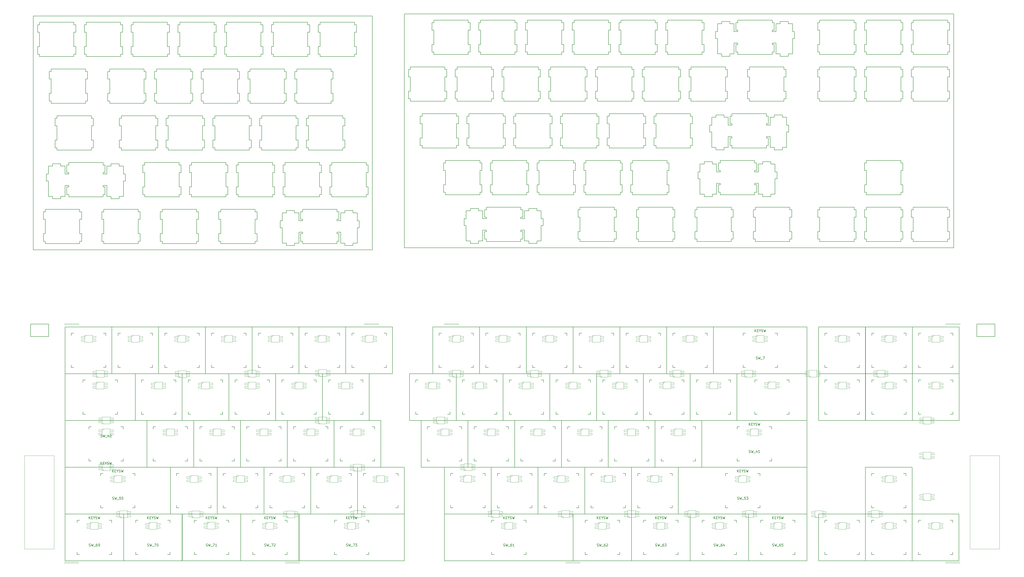
<source format=gbr>
G04 #@! TF.GenerationSoftware,KiCad,Pcbnew,(5.1.9)-1*
G04 #@! TF.CreationDate,2021-02-20T23:04:41-08:00*
G04 #@! TF.ProjectId,kujira,6b756a69-7261-42e6-9b69-6361645f7063,rev?*
G04 #@! TF.SameCoordinates,Original*
G04 #@! TF.FileFunction,OtherDrawing,Comment*
%FSLAX46Y46*%
G04 Gerber Fmt 4.6, Leading zero omitted, Abs format (unit mm)*
G04 Created by KiCad (PCBNEW (5.1.9)-1) date 2021-02-20 23:04:41*
%MOMM*%
%LPD*%
G01*
G04 APERTURE LIST*
%ADD10C,0.200000*%
%ADD11C,0.120000*%
%ADD12C,0.150000*%
G04 APERTURE END LIST*
D10*
X206875800Y78879700D02*
X206075100Y78879700D01*
X192075700Y74780100D02*
X206075100Y74780100D01*
X211125700Y75779100D02*
X211125700Y74780100D01*
X191275000Y87778900D02*
X191275000Y84679700D01*
X225125000Y88779400D02*
X211125700Y88779400D01*
X244175000Y88779400D02*
X230175700Y88779400D01*
X192075700Y84679700D02*
X192075700Y78879700D01*
X206875800Y87778900D02*
X206075100Y87778900D01*
X206875800Y75779100D02*
X206875800Y78879700D01*
X192075700Y75779100D02*
X192075700Y74780100D01*
X192075700Y78879700D02*
X191275000Y78879700D01*
X225125000Y78879700D02*
X225125000Y84679700D01*
X225125000Y75779100D02*
X225925800Y75779100D01*
X244975799Y84679700D02*
X244975799Y87778900D01*
X206075100Y74780100D02*
X206075100Y75779100D01*
X244175000Y84679700D02*
X244975799Y84679700D01*
X210325000Y84679700D02*
X211125700Y84679700D01*
X211125700Y78879700D02*
X210325000Y78879700D01*
X191275000Y78879700D02*
X191275000Y75779100D01*
X206075100Y75779100D02*
X206875800Y75779100D01*
X192075700Y88779400D02*
X192075700Y87778900D01*
X211125700Y84679700D02*
X211125700Y78879700D01*
X244975799Y87778900D02*
X244175000Y87778900D01*
X225925800Y78879700D02*
X225125000Y78879700D01*
X210325000Y75779100D02*
X211125700Y75779100D01*
X244175000Y87778900D02*
X244175000Y88779400D01*
X191275000Y84679700D02*
X192075700Y84679700D01*
X244975799Y75779100D02*
X244975799Y78879700D01*
X211125700Y87778900D02*
X210325000Y87778900D01*
X210325000Y78879700D02*
X210325000Y75779100D01*
X206875800Y84679700D02*
X206875800Y87778900D01*
X225125000Y87778900D02*
X225125000Y88779400D01*
X225925800Y84679700D02*
X225925800Y87778900D01*
X225125000Y74780100D02*
X225125000Y75779100D01*
X192075700Y87778900D02*
X191275000Y87778900D01*
X206075100Y84679700D02*
X206875800Y84679700D01*
X225925800Y75779100D02*
X225925800Y78879700D01*
X244175000Y74780100D02*
X244175000Y75779100D01*
X210325000Y87778900D02*
X210325000Y84679700D01*
X244975799Y78879700D02*
X244175000Y78879700D01*
X244175000Y75779100D02*
X244975799Y75779100D01*
X206075100Y87778900D02*
X206075100Y88779400D01*
X225125000Y84679700D02*
X225925800Y84679700D01*
X211125700Y88779400D02*
X211125700Y87778900D01*
X191275000Y75779100D02*
X192075700Y75779100D01*
X244175000Y78879700D02*
X244175000Y84679700D01*
X225925800Y87778900D02*
X225125000Y87778900D01*
X206075100Y78879700D02*
X206075100Y84679700D01*
X211125700Y74780100D02*
X225125000Y74780100D01*
X206075100Y88779400D02*
X192075700Y88779400D01*
X287326000Y74780100D02*
X301325000Y74780100D01*
X230175700Y74780100D02*
X244175000Y74780100D01*
X282275000Y84679700D02*
X283076000Y84679700D01*
X249225700Y74780100D02*
X263225000Y74780100D01*
X248424900Y78879700D02*
X248424900Y75779100D01*
X267474900Y78879700D02*
X267474900Y75779100D01*
X263225000Y75779100D02*
X264025800Y75779100D01*
X229374900Y78879700D02*
X229374900Y75779100D01*
X263225000Y87778900D02*
X263225000Y88779400D01*
X263225000Y84679700D02*
X264025800Y84679700D01*
X264025800Y75779100D02*
X264025800Y78879700D01*
X249225700Y87778900D02*
X248424900Y87778900D01*
X282275000Y87778900D02*
X282275000Y88779400D01*
X267474900Y84679700D02*
X268275700Y84679700D01*
X264025800Y78879700D02*
X263225000Y78879700D01*
X267474900Y87778900D02*
X267474900Y84679700D01*
X282275000Y74780100D02*
X282275000Y75779100D01*
X283076000Y75779100D02*
X283076000Y78879700D01*
X302126000Y78879700D02*
X301325000Y78879700D01*
X230175700Y75779100D02*
X230175700Y74780100D01*
X248424900Y75779100D02*
X249225700Y75779100D01*
X282275000Y75779100D02*
X283076000Y75779100D01*
X268275700Y84679700D02*
X268275700Y78879700D01*
X249225700Y88779400D02*
X249225700Y87778900D01*
X282275000Y78879700D02*
X282275000Y84679700D01*
X268275700Y78879700D02*
X267474900Y78879700D01*
X229374900Y75779100D02*
X230175700Y75779100D01*
X230175700Y78879700D02*
X229374900Y78879700D01*
X230175700Y84679700D02*
X230175700Y78879700D01*
X229374900Y84679700D02*
X230175700Y84679700D01*
X263225000Y74780100D02*
X263225000Y75779100D01*
X301325000Y88779400D02*
X287326000Y88779400D01*
X268275700Y75779100D02*
X268275700Y74780100D01*
X230175700Y87778900D02*
X229374900Y87778900D01*
X264025800Y87778900D02*
X263225000Y87778900D01*
X283076000Y78879700D02*
X282275000Y78879700D01*
X264025800Y84679700D02*
X264025800Y87778900D01*
X249225700Y75779100D02*
X249225700Y74780100D01*
X249225700Y78879700D02*
X248424900Y78879700D01*
X301325000Y84679700D02*
X302126000Y84679700D01*
X248424900Y84679700D02*
X249225700Y84679700D01*
X282275000Y88779400D02*
X268275700Y88779400D01*
X283076000Y87778900D02*
X282275000Y87778900D01*
X301325000Y74780100D02*
X301325000Y75779100D01*
X268275700Y74780100D02*
X282275000Y74780100D01*
X302126000Y87778900D02*
X301325000Y87778900D01*
X302126000Y75779100D02*
X302126000Y78879700D01*
X301325000Y75779100D02*
X302126000Y75779100D01*
X301325000Y78879700D02*
X301325000Y84679700D01*
X268275700Y88779400D02*
X268275700Y87778900D01*
X301325000Y87778900D02*
X301325000Y88779400D01*
X302126000Y84679700D02*
X302126000Y87778900D01*
X248424900Y87778900D02*
X248424900Y84679700D01*
X267474900Y75779100D02*
X268275700Y75779100D01*
X230175700Y88779400D02*
X230175700Y87778900D01*
X268275700Y87778900D02*
X267474900Y87778900D01*
X263225000Y88779400D02*
X249225700Y88779400D01*
X263225000Y78879700D02*
X263225000Y84679700D01*
X249225700Y84679700D02*
X249225700Y78879700D01*
X287326000Y75779100D02*
X287326000Y74780100D01*
X283076000Y84679700D02*
X283076000Y87778900D01*
X286525000Y75779100D02*
X287326000Y75779100D01*
X286525000Y78879700D02*
X286525000Y75779100D01*
X229374900Y87778900D02*
X229374900Y84679700D01*
X402137000Y84679700D02*
X402137000Y87778900D01*
X286525000Y87778900D02*
X286525000Y84679700D01*
X386537000Y75779100D02*
X387338000Y75779100D01*
X363238000Y88779400D02*
X349238000Y88779400D01*
X363238000Y87778900D02*
X363238000Y88779400D01*
X364037000Y87778900D02*
X363238000Y87778900D01*
X364037000Y84679700D02*
X364037000Y87778900D01*
X348437000Y75779100D02*
X349238000Y75779100D01*
X363238000Y75779100D02*
X364037000Y75779100D01*
X382288000Y78879700D02*
X382288000Y84679700D01*
X349238000Y74780100D02*
X363238000Y74780100D01*
X349238000Y78879700D02*
X348437000Y78879700D01*
X401338000Y74780100D02*
X401338000Y75779100D01*
X402137000Y75779100D02*
X402137000Y78879700D01*
X349238000Y88779400D02*
X349238000Y87778900D01*
X367487000Y87778900D02*
X367487000Y84679700D01*
X402137000Y78879700D02*
X401338000Y78879700D01*
X401338000Y75779100D02*
X402137000Y75779100D01*
X387338000Y78879700D02*
X386537000Y78879700D01*
X382288000Y87778900D02*
X382288000Y88779400D01*
X383087000Y87778900D02*
X382288000Y87778900D01*
X368288000Y84679700D02*
X368288000Y78879700D01*
X368288000Y87778900D02*
X367487000Y87778900D01*
X368288000Y88779400D02*
X368288000Y87778900D01*
X386537000Y87778900D02*
X386537000Y84679700D01*
X383087000Y78879700D02*
X382288000Y78879700D01*
X367487000Y75779100D02*
X368288000Y75779100D01*
X402137000Y87778900D02*
X401338000Y87778900D01*
X348437000Y84679700D02*
X349238000Y84679700D01*
X368288000Y78879700D02*
X367487000Y78879700D01*
X348437000Y87778900D02*
X348437000Y84679700D01*
X401338000Y87778900D02*
X401338000Y88779400D01*
X401338000Y78879700D02*
X401338000Y84679700D01*
X286525000Y84679700D02*
X287326000Y84679700D01*
X287326000Y88779400D02*
X287326000Y87778900D01*
X349238000Y75779100D02*
X349238000Y74780100D01*
X401338000Y88779400D02*
X387338000Y88779400D01*
X364037000Y75779100D02*
X364037000Y78879700D01*
X386537000Y78879700D02*
X386537000Y75779100D01*
X368288000Y75779100D02*
X368288000Y74780100D01*
X349238000Y84679700D02*
X349238000Y78879700D01*
X349238000Y87778900D02*
X348437000Y87778900D01*
X367487000Y78879700D02*
X367487000Y75779100D01*
X364037000Y78879700D02*
X363238000Y78879700D01*
X368288000Y74780100D02*
X382288000Y74780100D01*
X287326000Y84679700D02*
X287326000Y78879700D01*
X383087000Y75779100D02*
X383087000Y78879700D01*
X287326000Y78879700D02*
X286525000Y78879700D01*
X287326000Y87778900D02*
X286525000Y87778900D01*
X382288000Y88779400D02*
X368288000Y88779400D01*
X382288000Y84679700D02*
X383087000Y84679700D01*
X363238000Y84679700D02*
X364037000Y84679700D01*
X363238000Y78879700D02*
X363238000Y84679700D01*
X363238000Y74780100D02*
X363238000Y75779100D01*
X348437000Y78879700D02*
X348437000Y75779100D01*
X383087000Y84679700D02*
X383087000Y87778900D01*
X382288000Y75779100D02*
X383087000Y75779100D01*
X382288000Y74780100D02*
X382288000Y75779100D01*
X367487000Y84679700D02*
X368288000Y84679700D01*
X387338000Y74780100D02*
X401338000Y74780100D01*
X401338000Y84679700D02*
X402137000Y84679700D01*
X387338000Y75779100D02*
X387338000Y74780100D01*
X387338000Y84679700D02*
X387338000Y78879700D01*
X386537000Y84679700D02*
X387338000Y84679700D01*
X307626000Y87309000D02*
X307626000Y84078900D01*
X331426000Y87309000D02*
X331426000Y84078900D01*
X333151000Y75010100D02*
X333151000Y74029000D01*
X333151000Y87309000D02*
X331426000Y87309000D01*
X336450000Y87309000D02*
X336450000Y88231100D01*
X315901000Y74780100D02*
X329900000Y74780100D01*
X333151000Y88231100D02*
X333151000Y87309000D01*
X336450000Y88231100D02*
X333151000Y88231100D01*
X338175000Y87309000D02*
X336450000Y87309000D01*
X196550200Y69729400D02*
X182550650Y69729400D01*
X312650000Y87309000D02*
X312650000Y88231100D01*
X339001000Y81280000D02*
X339001000Y84078900D01*
X336450000Y75010100D02*
X338175000Y75010100D01*
X315100000Y78879700D02*
X315100000Y75779100D01*
X330701000Y78879700D02*
X329900000Y78879700D01*
X315901000Y78879700D02*
X315100000Y78879700D01*
X315901000Y84078900D02*
X314375000Y84078900D01*
X329900000Y79479100D02*
X331426000Y79479100D01*
X307626000Y81280000D02*
X307626000Y75010100D01*
X329900000Y78879700D02*
X329900000Y79479100D01*
X315100000Y87778900D02*
X315100000Y84679700D01*
X315901000Y87778900D02*
X315100000Y87778900D01*
X315100000Y75779100D02*
X315901000Y75779100D01*
X338175000Y81280000D02*
X339001000Y81280000D01*
X331426000Y75010100D02*
X333151000Y75010100D01*
X315901000Y75779100D02*
X315901000Y74780100D01*
X387338000Y87778900D02*
X386537000Y87778900D01*
X387338000Y88779400D02*
X387338000Y87778900D01*
X329900000Y88779400D02*
X315901000Y88779400D01*
X315901000Y88779400D02*
X315901000Y87778900D01*
X329900000Y84078900D02*
X329900000Y84679700D01*
X314375000Y75010100D02*
X314375000Y79479100D01*
X329900000Y75779100D02*
X330701000Y75779100D01*
X329900000Y87778900D02*
X329900000Y88779400D01*
X330701000Y87778900D02*
X329900000Y87778900D01*
X331426000Y79479100D02*
X331426000Y75010100D01*
X330701000Y84679700D02*
X330701000Y87778900D01*
X309350999Y75010100D02*
X309350999Y74029000D01*
X314375000Y84078900D02*
X314375000Y87309000D01*
X315100000Y84679700D02*
X315901000Y84679700D01*
X338175000Y75010100D02*
X338175000Y81280000D01*
X336450000Y74029000D02*
X336450000Y75010100D01*
X330701000Y75779100D02*
X330701000Y78879700D01*
X307626000Y84078900D02*
X306800000Y84078900D01*
X312650000Y74029000D02*
X312650000Y75010100D01*
X314375000Y87309000D02*
X312650000Y87309000D01*
X306800000Y81280000D02*
X307626000Y81280000D01*
X306800000Y84078900D02*
X306800000Y81280000D01*
X307626000Y75010100D02*
X309350999Y75010100D01*
X314375000Y79479100D02*
X315901000Y79479100D01*
X312650000Y75010100D02*
X314375000Y75010100D01*
X309350999Y74029000D02*
X312650000Y74029000D01*
X339001000Y84078900D02*
X338175000Y84078900D01*
X329900000Y74780100D02*
X329900000Y75779100D01*
X338175000Y84078900D02*
X338175000Y87309000D01*
X315901000Y79479100D02*
X315901000Y78879700D01*
X331426000Y84078900D02*
X329900000Y84078900D01*
X315901000Y84679700D02*
X315901000Y84078900D01*
X333151000Y74029000D02*
X336450000Y74029000D01*
X309350999Y87309000D02*
X307626000Y87309000D01*
X309350999Y88231100D02*
X309350999Y87309000D01*
X312650000Y88231100D02*
X309350999Y88231100D01*
X196550200Y68728900D02*
X196550200Y69729400D01*
X329900000Y84679700D02*
X330701000Y84679700D01*
X234650000Y56729100D02*
X235450800Y56729100D01*
X220650700Y59829700D02*
X219849900Y59829700D01*
X235450800Y56729100D02*
X235450800Y59829700D01*
X201600700Y56729100D02*
X201600700Y55730100D01*
X196550200Y55730100D02*
X196550200Y56729100D01*
X216400800Y68728900D02*
X215600000Y68728900D01*
X215600000Y59829700D02*
X215600000Y65629700D01*
X215600000Y55730100D02*
X215600000Y56729100D01*
X234650000Y65629700D02*
X235450800Y65629700D01*
X220650700Y69729400D02*
X220650700Y68728900D01*
X201600700Y55730100D02*
X215600000Y55730100D01*
X235450800Y65629700D02*
X235450800Y68728900D01*
X235450800Y68728900D02*
X234650000Y68728900D01*
X253700000Y65629700D02*
X254500800Y65629700D01*
X220650700Y56729100D02*
X220650700Y55730100D01*
X219849900Y68728900D02*
X219849900Y65629700D01*
X196550200Y59829700D02*
X196550200Y65629700D01*
X182550650Y56729100D02*
X182550650Y55730100D01*
X181750010Y59829700D02*
X181750010Y56729100D01*
X181750010Y65629700D02*
X182550650Y65629700D01*
X182550650Y59829700D02*
X181750010Y59829700D01*
X200800000Y56729100D02*
X201600700Y56729100D01*
X182550650Y69729400D02*
X182550650Y68728900D01*
X215600000Y68728900D02*
X215600000Y69729400D01*
X215600000Y56729100D02*
X216400800Y56729100D01*
X215600000Y69729400D02*
X201600700Y69729400D01*
X201600700Y59829700D02*
X200800000Y59829700D01*
X220650700Y65629700D02*
X220650700Y59829700D01*
X216400800Y59829700D02*
X215600000Y59829700D01*
X254500800Y65629700D02*
X254500800Y68728900D01*
X234650000Y69729400D02*
X220650700Y69729400D01*
X200800000Y59829700D02*
X200800000Y56729100D01*
X234650000Y55730100D02*
X234650000Y56729100D01*
X201600700Y69729400D02*
X201600700Y68728900D01*
X196550200Y56729100D02*
X197350800Y56729100D01*
X181750010Y56729100D02*
X182550650Y56729100D01*
X200800000Y65629700D02*
X201600700Y65629700D01*
X215600000Y65629700D02*
X216400800Y65629700D01*
X182550650Y65629700D02*
X182550650Y59829700D01*
X253700000Y69729400D02*
X239700700Y69729400D01*
X182550650Y68728900D02*
X181750010Y68728900D01*
X234650000Y59829700D02*
X234650000Y65629700D01*
X197350800Y65629700D02*
X197350800Y68728900D01*
X201600700Y68728900D02*
X200800000Y68728900D01*
X219849900Y59829700D02*
X219849900Y56729100D01*
X219849900Y56729100D02*
X220650700Y56729100D01*
X253700000Y68728900D02*
X253700000Y69729400D01*
X254500800Y68728900D02*
X253700000Y68728900D01*
X181750010Y68728900D02*
X181750010Y65629700D01*
X216400800Y65629700D02*
X216400800Y68728900D01*
X234650000Y68728900D02*
X234650000Y69729400D01*
X220650700Y68728900D02*
X219849900Y68728900D01*
X235450800Y59829700D02*
X234650000Y59829700D01*
X216400800Y56729100D02*
X216400800Y59829700D01*
X201600700Y65629700D02*
X201600700Y59829700D01*
X197350800Y68728900D02*
X196550200Y68728900D01*
X196550200Y65629700D02*
X197350800Y65629700D01*
X253700000Y59829700D02*
X253700000Y65629700D01*
X197350800Y59829700D02*
X196550200Y59829700D01*
X197350800Y56729100D02*
X197350800Y59829700D01*
X182550650Y55730100D02*
X196550200Y55730100D01*
X200800000Y68728900D02*
X200800000Y65629700D01*
X220650700Y55730100D02*
X234650000Y55730100D01*
X219849900Y65629700D02*
X220650700Y65629700D01*
X311651000Y56729100D02*
X311651000Y59829700D01*
X239700700Y55730100D02*
X253700000Y55730100D01*
X291800000Y68728900D02*
X291800000Y69729400D01*
X273549400Y56729100D02*
X273549400Y59829700D01*
X258750700Y55730100D02*
X272750000Y55730100D01*
X277799300Y55730100D02*
X291800000Y55730100D01*
X272750000Y59829700D02*
X272750000Y65629700D01*
X238899900Y56729100D02*
X239700700Y56729100D01*
X239700700Y68728900D02*
X238899900Y68728900D01*
X272750000Y68728900D02*
X272750000Y69729400D01*
X272750000Y65629700D02*
X273549400Y65629700D01*
X258750700Y65629700D02*
X258750700Y59829700D01*
X258750700Y68728900D02*
X257949900Y68728900D01*
X276999900Y59829700D02*
X276999900Y56729100D01*
X273549400Y65629700D02*
X273549400Y68728900D01*
X277799300Y59829700D02*
X276999900Y59829700D01*
X292599000Y59829700D02*
X291800000Y59829700D01*
X291800000Y65629700D02*
X292599000Y65629700D01*
X311651000Y65629700D02*
X311651000Y68728900D01*
X239700700Y65629700D02*
X239700700Y59829700D01*
X272750000Y55730100D02*
X272750000Y56729100D01*
X291800000Y59829700D02*
X291800000Y65629700D01*
X276999900Y56729100D02*
X277799300Y56729100D01*
X257949900Y65629700D02*
X258750700Y65629700D01*
X292599000Y68728900D02*
X291800000Y68728900D01*
X277799300Y56729100D02*
X277799300Y55730100D01*
X253700000Y55730100D02*
X253700000Y56729100D01*
X239700700Y56729100D02*
X239700700Y55730100D01*
X238899900Y59829700D02*
X238899900Y56729100D01*
X272750000Y69729400D02*
X258750700Y69729400D01*
X273549400Y59829700D02*
X272750000Y59829700D01*
X276999900Y68728900D02*
X276999900Y65629700D01*
X291800000Y56729100D02*
X292599000Y56729100D01*
X239700700Y59829700D02*
X238899900Y59829700D01*
X238899900Y68728900D02*
X238899900Y65629700D01*
X292599000Y65629700D02*
X292599000Y68728900D01*
X238899900Y65629700D02*
X239700700Y65629700D01*
X272750000Y56729100D02*
X273549400Y56729100D01*
X258750700Y56729100D02*
X258750700Y55730100D01*
X310850000Y68728900D02*
X310850000Y69729400D01*
X257949900Y59829700D02*
X257949900Y56729100D01*
X257949900Y68728900D02*
X257949900Y65629700D01*
X258750700Y69729400D02*
X258750700Y68728900D01*
X311651000Y59829700D02*
X310850000Y59829700D01*
X292599000Y56729100D02*
X292599000Y59829700D01*
X277799300Y69729400D02*
X277799300Y68728900D01*
X310850000Y65629700D02*
X311651000Y65629700D01*
X310850000Y59829700D02*
X310850000Y65629700D01*
X311651000Y68728900D02*
X310850000Y68728900D01*
X276999900Y65629700D02*
X277799300Y65629700D01*
X277799300Y68728900D02*
X276999900Y68728900D01*
X310850000Y69729400D02*
X296849000Y69729400D01*
X258750700Y59829700D02*
X257949900Y59829700D01*
X291800000Y55730100D02*
X291800000Y56729100D01*
X273549400Y68728900D02*
X272750000Y68728900D01*
X277799300Y65629700D02*
X277799300Y59829700D01*
X254500800Y59829700D02*
X253700000Y59829700D01*
X253700000Y56729100D02*
X254500800Y56729100D01*
X257949900Y56729100D02*
X258750700Y56729100D01*
X310850000Y56729100D02*
X311651000Y56729100D01*
X239700700Y69729400D02*
X239700700Y68728900D01*
X291800000Y69729400D02*
X277799300Y69729400D01*
X310850000Y55730100D02*
X310850000Y56729100D01*
X254500800Y56729100D02*
X254500800Y59829700D01*
X382288000Y69729400D02*
X368288000Y69729400D01*
X296050000Y59829700D02*
X296050000Y56729100D01*
X382288000Y55730100D02*
X382288000Y56729100D01*
X296849000Y59829700D02*
X296050000Y59829700D01*
X296050000Y68728900D02*
X296050000Y65629700D01*
X296849000Y68728900D02*
X296050000Y68728900D01*
X334663000Y69729400D02*
X320663000Y69729400D01*
X334663000Y55730100D02*
X334663000Y56729100D01*
X319862000Y65629700D02*
X320663000Y65629700D01*
X364037000Y68728900D02*
X363238000Y68728900D01*
X296849000Y69729400D02*
X296849000Y68728900D01*
X335462000Y56729100D02*
X335462000Y59829700D01*
X383087000Y59829700D02*
X382288000Y59829700D01*
X382288000Y65629700D02*
X383087000Y65629700D01*
X334663000Y59829700D02*
X334663000Y65629700D01*
X349238000Y59829700D02*
X348437000Y59829700D01*
X383087000Y65629700D02*
X383087000Y68728900D01*
X382288000Y59829700D02*
X382288000Y65629700D01*
X368288000Y56729100D02*
X368288000Y55730100D01*
X320663000Y59829700D02*
X319862000Y59829700D01*
X320663000Y68728900D02*
X319862000Y68728900D01*
X348437000Y56729100D02*
X349238000Y56729100D01*
X349238000Y65629700D02*
X349238000Y59829700D01*
X320663000Y69729400D02*
X320663000Y68728900D01*
X348437000Y65629700D02*
X349238000Y65629700D01*
X364037000Y65629700D02*
X364037000Y68728900D01*
X363238000Y55730100D02*
X363238000Y56729100D01*
X349238000Y69729400D02*
X349238000Y68728900D01*
X319862000Y59829700D02*
X319862000Y56729100D01*
X349238000Y56729100D02*
X349238000Y55730100D01*
X320663000Y56729100D02*
X320663000Y55730100D01*
X349238000Y68728900D02*
X348437000Y68728900D01*
X383087000Y68728900D02*
X382288000Y68728900D01*
X296050000Y65629700D02*
X296849000Y65629700D01*
X334663000Y65629700D02*
X335462000Y65629700D01*
X334663000Y56729100D02*
X335462000Y56729100D01*
X348437000Y68728900D02*
X348437000Y65629700D01*
X319862000Y56729100D02*
X320663000Y56729100D01*
X368288000Y55730100D02*
X382288000Y55730100D01*
X363238000Y56729100D02*
X364037000Y56729100D01*
X319862000Y68728900D02*
X319862000Y65629700D01*
X335462000Y65629700D02*
X335462000Y68728900D01*
X349238000Y55730100D02*
X363238000Y55730100D01*
X320663000Y65629700D02*
X320663000Y59829700D01*
X364037000Y56729100D02*
X364037000Y59829700D01*
X296050000Y56729100D02*
X296849000Y56729100D01*
X363238000Y65629700D02*
X364037000Y65629700D01*
X296849000Y55730100D02*
X310850000Y55730100D01*
X296849000Y56729100D02*
X296849000Y55730100D01*
X296849000Y65629700D02*
X296849000Y59829700D01*
X363238000Y68728900D02*
X363238000Y69729400D01*
X334663000Y68728900D02*
X334663000Y69729400D01*
X335462000Y68728900D02*
X334663000Y68728900D01*
X335462000Y59829700D02*
X334663000Y59829700D01*
X320663000Y55730100D02*
X334663000Y55730100D01*
X363238000Y69729400D02*
X349238000Y69729400D01*
X363238000Y59829700D02*
X363238000Y65629700D01*
X364037000Y59829700D02*
X363238000Y59829700D01*
X348437000Y59829700D02*
X348437000Y56729100D01*
X383087000Y56729100D02*
X383087000Y59829700D01*
X382288000Y68728900D02*
X382288000Y69729400D01*
X382288000Y56729100D02*
X383087000Y56729100D01*
X367487000Y56729100D02*
X368288000Y56729100D01*
X367487000Y59829700D02*
X367487000Y56729100D01*
X268786900Y21729600D02*
X267987500Y21729600D01*
X267987500Y18629000D02*
X268786900Y18629000D01*
X267987500Y17629900D02*
X267987500Y18629000D01*
X253988200Y17629900D02*
X267987500Y17629900D01*
X253187400Y30629000D02*
X253187400Y27531100D01*
X253988200Y30629000D02*
X253187400Y30629000D01*
X382288000Y27531100D02*
X383087000Y27531100D01*
X273038200Y27531100D02*
X273038200Y21729600D01*
X287837000Y30629000D02*
X287038000Y30629000D01*
X287038000Y21729600D02*
X287038000Y27531100D01*
X368288000Y18629000D02*
X368288000Y17629900D01*
X287837000Y18629000D02*
X287837000Y21729600D01*
X273038200Y30629000D02*
X272237400Y30629000D01*
X234137400Y27531100D02*
X234938200Y27531100D01*
X253187400Y27531100D02*
X253988200Y27531100D01*
X253988200Y27531100D02*
X253988200Y21729600D01*
X382288000Y30629000D02*
X382288000Y31629300D01*
X383087000Y30629000D02*
X382288000Y30629000D01*
X234938200Y27531100D02*
X234938200Y21729600D01*
X253187400Y18629000D02*
X253988200Y18629000D01*
X234137400Y30629000D02*
X234137400Y27531100D01*
X268786900Y18629000D02*
X268786900Y21729600D01*
X287038000Y30629000D02*
X287038000Y31629300D01*
X382288000Y17629900D02*
X382288000Y18629000D01*
X383087000Y27531100D02*
X383087000Y30629000D01*
X234938200Y30629000D02*
X234137400Y30629000D01*
X268786900Y27531100D02*
X268786900Y30629000D01*
X253988200Y18629000D02*
X253988200Y17629900D01*
X253187400Y21729600D02*
X253187400Y18629000D01*
X287038000Y31629300D02*
X273038200Y31629300D01*
X287837000Y21729600D02*
X287038000Y21729600D01*
X273038200Y17629900D02*
X287038000Y17629900D01*
X272237400Y30629000D02*
X272237400Y27531100D01*
X382288000Y31629300D02*
X368288000Y31629300D01*
X382288000Y18629000D02*
X383087000Y18629000D01*
X287038000Y18629000D02*
X287837000Y18629000D01*
X287038000Y17629900D02*
X287038000Y18629000D01*
X272237400Y27531100D02*
X273038200Y27531100D01*
X383087000Y18629000D02*
X383087000Y21729600D01*
X234938200Y31629300D02*
X234938200Y30629000D01*
X267987500Y31629300D02*
X253988200Y31629300D01*
X267987500Y30629000D02*
X267987500Y31629300D01*
X268786900Y30629000D02*
X267987500Y30629000D01*
X253988200Y31629300D02*
X253988200Y30629000D01*
X287038000Y27531100D02*
X287837000Y27531100D01*
X267987500Y27531100D02*
X268786900Y27531100D01*
X267987500Y21729600D02*
X267987500Y27531100D01*
X272237400Y18629000D02*
X273038200Y18629000D01*
X383087000Y21729600D02*
X382288000Y21729600D01*
X273038200Y31629300D02*
X273038200Y30629000D01*
X253988200Y21729600D02*
X253187400Y21729600D01*
X287837000Y27531100D02*
X287837000Y30629000D01*
X273038200Y18629000D02*
X273038200Y17629900D01*
X273038200Y21729600D02*
X272237400Y21729600D01*
X272237400Y21729600D02*
X272237400Y18629000D01*
X382288000Y21729600D02*
X382288000Y27531100D01*
X368288000Y17629900D02*
X382288000Y17629900D01*
X305506000Y30159100D02*
X305506000Y31081100D01*
X305506000Y17860100D02*
X307232000Y17860100D01*
X308757000Y22329000D02*
X308757000Y21729600D01*
X308757000Y26928900D02*
X307232000Y26928900D01*
X324282000Y26928900D02*
X322756000Y26928900D01*
X326006000Y31081100D02*
X326006000Y30159100D01*
X331031000Y26928900D02*
X331031000Y30159100D01*
X331857000Y26928900D02*
X331031000Y26928900D01*
X322756000Y18629000D02*
X323557000Y18629000D01*
X300482000Y24130100D02*
X300482000Y17860100D01*
X323557000Y18629000D02*
X323557000Y21729600D01*
X307232000Y17860100D02*
X307232000Y22329000D01*
X323557000Y21729600D02*
X322756000Y21729600D01*
X302207000Y30159100D02*
X300482000Y30159100D01*
X305506000Y31081100D02*
X302207000Y31081100D01*
X302207000Y17860100D02*
X302207000Y16878900D01*
X367487000Y18629000D02*
X368288000Y18629000D01*
X367487000Y21729600D02*
X367487000Y18629000D01*
X368288000Y21729600D02*
X367487000Y21729600D01*
X368288000Y27531100D02*
X368288000Y21729600D01*
X368288000Y30629000D02*
X367487000Y30629000D01*
X331031000Y24130100D02*
X331857000Y24130100D01*
X367487000Y30629000D02*
X367487000Y27531100D01*
X323557000Y30629000D02*
X322756000Y30629000D01*
X331031000Y30159100D02*
X329306000Y30159100D01*
X323557000Y27531100D02*
X323557000Y30629000D01*
X329306000Y17860100D02*
X331031000Y17860100D01*
X305506000Y16878900D02*
X305506000Y17860100D01*
X329306000Y31081100D02*
X326006000Y31081100D01*
X300482000Y30159100D02*
X300482000Y26928900D01*
X322756000Y22329000D02*
X324282000Y22329000D01*
X331031000Y17860100D02*
X331031000Y24130100D01*
X307956000Y21729600D02*
X307956000Y18629000D01*
X324282000Y22329000D02*
X324282000Y17860100D01*
X367487000Y27531100D02*
X368288000Y27531100D01*
X368288000Y31629300D02*
X368288000Y30629000D01*
X326006000Y16878900D02*
X329306000Y16878900D01*
X326006000Y30159100D02*
X324282000Y30159100D01*
X322756000Y31629300D02*
X308757000Y31629300D01*
X299656000Y24130100D02*
X300482000Y24130100D01*
X322756000Y30629000D02*
X322756000Y31629300D01*
X322756000Y17629900D02*
X322756000Y18629000D01*
X322756000Y27531100D02*
X323557000Y27531100D01*
X324282000Y30159100D02*
X324282000Y26928900D01*
X307232000Y22329000D02*
X308757000Y22329000D01*
X324282000Y17860100D02*
X326006000Y17860100D01*
X299656000Y26928900D02*
X299656000Y24130100D01*
X300482000Y26928900D02*
X299656000Y26928900D01*
X329306000Y30159100D02*
X329306000Y31081100D01*
X322756000Y21729600D02*
X322756000Y22329000D01*
X307232000Y26928900D02*
X307232000Y30159100D01*
X300482000Y17860100D02*
X302207000Y17860100D01*
X308757000Y17629900D02*
X322756000Y17629900D01*
X329306000Y16878900D02*
X329306000Y17860100D01*
X308757000Y27531100D02*
X308757000Y26928900D01*
X308757000Y21729600D02*
X307956000Y21729600D01*
X322756000Y26928900D02*
X322756000Y27531100D01*
X302207000Y31081100D02*
X302207000Y30159100D01*
X331857000Y24130100D02*
X331857000Y26928900D01*
X326006000Y17860100D02*
X326006000Y16878900D01*
X308757000Y18629000D02*
X308757000Y17629900D01*
X307232000Y30159100D02*
X305506000Y30159100D01*
X307956000Y18629000D02*
X308757000Y18629000D01*
X302207000Y16878900D02*
X305506000Y16878900D01*
X248937500Y18629000D02*
X249736900Y18629000D01*
X311993999Y49209000D02*
X310269000Y49209000D01*
X313517999Y45978900D02*
X311993999Y45978900D01*
X313517999Y50679400D02*
X313517999Y49678900D01*
X211636900Y30629000D02*
X210837600Y30629000D01*
X210837600Y21729600D02*
X210837600Y27531100D01*
X210837600Y18629000D02*
X211636900Y18629000D01*
X196037500Y30629000D02*
X196037500Y27531100D01*
X229887500Y27531100D02*
X230686900Y27531100D01*
X215888200Y17629900D02*
X229887500Y17629900D01*
X211636900Y21729600D02*
X210837600Y21729600D01*
X196838200Y27531100D02*
X196838200Y21729600D01*
X234938200Y21729600D02*
X234137400Y21729600D01*
X234137400Y18629000D02*
X234938200Y18629000D01*
X211636900Y18629000D02*
X211636900Y21729600D01*
X249736900Y30629000D02*
X248937500Y30629000D01*
X196037500Y21729600D02*
X196037500Y18629000D01*
X234137400Y21729600D02*
X234137400Y18629000D01*
X234938200Y18629000D02*
X234938200Y17629900D01*
X230686900Y30629000D02*
X229887500Y30629000D01*
X230686900Y21729600D02*
X229887500Y21729600D01*
X248937500Y31629300D02*
X234938200Y31629300D01*
X249736900Y27531100D02*
X249736900Y30629000D01*
X230686900Y18629000D02*
X230686900Y21729600D01*
X248937500Y27531100D02*
X249736900Y27531100D01*
X215888200Y18629000D02*
X215888200Y17629900D01*
X215087500Y30629000D02*
X215087500Y27531100D01*
X249736900Y18629000D02*
X249736900Y21729600D01*
X229887500Y30629000D02*
X229887500Y31629300D01*
X215888200Y31629300D02*
X215888200Y30629000D01*
X196838200Y31629300D02*
X196838200Y30629000D01*
X249736900Y21729600D02*
X248937500Y21729600D01*
X234938200Y17629900D02*
X248937500Y17629900D01*
X210837600Y30629000D02*
X210837600Y31629300D01*
X210837600Y27531100D02*
X211636900Y27531100D01*
X196037500Y27531100D02*
X196838200Y27531100D01*
X248937500Y21729600D02*
X248937500Y27531100D01*
X196037500Y18629000D02*
X196838200Y18629000D01*
X229887500Y31629300D02*
X215888200Y31629300D01*
X215087500Y27531100D02*
X215888200Y27531100D01*
X229887500Y21729600D02*
X229887500Y27531100D01*
X196838200Y18629000D02*
X196838200Y17629900D01*
X215888200Y30629000D02*
X215087500Y30629000D01*
X230686900Y27531100D02*
X230686900Y30629000D01*
X215888200Y27531100D02*
X215888200Y21729600D01*
X210837600Y31629300D02*
X196838200Y31629300D01*
X215087500Y18629000D02*
X215888200Y18629000D01*
X311993999Y45978900D02*
X311993999Y49209000D01*
X310269000Y49209000D02*
X310269000Y50129700D01*
X313517999Y46579700D02*
X313517999Y45978900D01*
X229887500Y17629900D02*
X229887500Y18629000D01*
X312719000Y46579700D02*
X313517999Y46579700D01*
X312719000Y49678900D02*
X312719000Y46579700D01*
X313517999Y49678900D02*
X312719000Y49678900D01*
X211636900Y27531100D02*
X211636900Y30629000D01*
X196838200Y17629900D02*
X210837600Y17629900D01*
X210837600Y17629900D02*
X210837600Y18629000D01*
X196838200Y21729600D02*
X196037500Y21729600D01*
X196838200Y30629000D02*
X196037500Y30629000D01*
X229887500Y18629000D02*
X230686900Y18629000D01*
X215087500Y21729600D02*
X215087500Y18629000D01*
X215888200Y21729600D02*
X215087500Y21729600D01*
X248937500Y30629000D02*
X248937500Y31629300D01*
X248937500Y17629900D02*
X248937500Y18629000D01*
X307956000Y27531100D02*
X308757000Y27531100D01*
X307956000Y30629000D02*
X307956000Y27531100D01*
X308757000Y30629000D02*
X307956000Y30629000D01*
X308757000Y31629300D02*
X308757000Y30629000D01*
X265606300Y12579400D02*
X251607000Y12579400D01*
X266407100Y2679590D02*
X265606300Y2679590D01*
X265606300Y-1420060D02*
X265606300Y-420970D01*
X275418100Y-1420060D02*
X289419000Y-1420060D01*
X266407100Y11579000D02*
X265606300Y11579000D01*
X275418100Y12579400D02*
X275418100Y11579000D01*
X290218000Y2679590D02*
X289419000Y2679590D01*
X274618700Y8481100D02*
X275418100Y8481100D01*
X265606300Y8481100D02*
X266407100Y8481100D01*
X251607000Y11579000D02*
X250806200Y11579000D01*
X266407100Y-420970D02*
X266407100Y2679590D01*
X251607000Y8481100D02*
X251607000Y2679590D01*
X251607000Y12579400D02*
X251607000Y11579000D01*
X275418100Y8481100D02*
X275418100Y2679590D01*
X274618700Y-420970D02*
X275418100Y-420970D01*
X274618700Y2679590D02*
X274618700Y-420970D01*
X289419000Y8481100D02*
X290218000Y8481100D01*
X313231000Y12579400D02*
X299232000Y12579400D01*
X313231000Y8481100D02*
X314032000Y8481100D01*
X275418100Y2679590D02*
X274618700Y2679590D01*
X290218000Y-420970D02*
X290218000Y2679590D01*
X250806200Y8481100D02*
X251607000Y8481100D01*
X265606300Y2679590D02*
X265606300Y8481100D01*
X265606300Y-420970D02*
X266407100Y-420970D01*
X251607000Y-1420060D02*
X265606300Y-1420060D01*
X250806200Y-420970D02*
X251607000Y-420970D01*
X250806200Y11579000D02*
X250806200Y8481100D01*
X290218000Y8481100D02*
X290218000Y11579000D01*
X289419000Y-420970D02*
X290218000Y-420970D01*
X313231000Y2679590D02*
X313231000Y8481100D01*
X289419000Y-1420060D02*
X289419000Y-420970D01*
X274618700Y11579000D02*
X274618700Y8481100D01*
X275418100Y11579000D02*
X274618700Y11579000D01*
X314032000Y-420970D02*
X314032000Y2679590D01*
X314032000Y8481100D02*
X314032000Y11579000D01*
X289419000Y11579000D02*
X289419000Y12579400D01*
X314032000Y11579000D02*
X313231000Y11579000D01*
X250806200Y2679590D02*
X250806200Y-420970D01*
X313231000Y11579000D02*
X313231000Y12579400D01*
X266407100Y8481100D02*
X266407100Y11579000D01*
X251607000Y2679590D02*
X250806200Y2679590D01*
X275418100Y-420970D02*
X275418100Y-1420060D01*
X289419000Y12579400D02*
X275418100Y12579400D01*
X265606300Y11579000D02*
X265606300Y12579400D01*
X290218000Y11579000D02*
X289419000Y11579000D01*
X251607000Y-420970D02*
X251607000Y-1420060D01*
X289419000Y2679590D02*
X289419000Y8481100D01*
X314032000Y2679590D02*
X313231000Y2679590D01*
X349238000Y11579000D02*
X348437000Y11579000D01*
X382288000Y8481100D02*
X383087000Y8481100D01*
X348437000Y11579000D02*
X348437000Y8481100D01*
X382288000Y11579000D02*
X382288000Y12579400D01*
X323043000Y-1420060D02*
X337044000Y-1420060D01*
X323043000Y-420970D02*
X323043000Y-1420060D01*
X323043000Y8481100D02*
X323043000Y2679590D01*
X363238000Y12579400D02*
X349238000Y12579400D01*
X349238000Y2679590D02*
X348437000Y2679590D01*
X382288000Y-1420060D02*
X382288000Y-420970D01*
X348437000Y2679590D02*
X348437000Y-420970D01*
X383087000Y8481100D02*
X383087000Y11579000D01*
X323043000Y12579400D02*
X323043000Y11579000D01*
X348437000Y-420970D02*
X349238000Y-420970D01*
X322244000Y-420970D02*
X323043000Y-420970D01*
X383087000Y-420970D02*
X383087000Y2679590D01*
X313231000Y-420970D02*
X314032000Y-420970D01*
X299232000Y2679590D02*
X298431000Y2679590D01*
X337044000Y12579400D02*
X323043000Y12579400D01*
X298431000Y-420970D02*
X299232000Y-420970D01*
X337044000Y-420970D02*
X337843000Y-420970D01*
X364037000Y11579000D02*
X363238000Y11579000D01*
X298431000Y8481100D02*
X299232000Y8481100D01*
X299232000Y12579400D02*
X299232000Y11579000D01*
X323043000Y11579000D02*
X322244000Y11579000D01*
X337044000Y8481100D02*
X337843000Y8481100D01*
X363238000Y8481100D02*
X364037000Y8481100D01*
X382288000Y2679590D02*
X382288000Y8481100D01*
X298431000Y11579000D02*
X298431000Y8481100D01*
X322244000Y8481100D02*
X323043000Y8481100D01*
X349238000Y-1420060D02*
X363238000Y-1420060D01*
X364037000Y8481100D02*
X364037000Y11579000D01*
X349238000Y12579400D02*
X349238000Y11579000D01*
X363238000Y-1420060D02*
X363238000Y-420970D01*
X337044000Y11579000D02*
X337044000Y12579400D01*
X337843000Y11579000D02*
X337044000Y11579000D01*
X364037000Y2679590D02*
X363238000Y2679590D01*
X323043000Y2679590D02*
X322244000Y2679590D01*
X313231000Y-1420060D02*
X313231000Y-420970D01*
X368288000Y-1420060D02*
X382288000Y-1420060D01*
X299232000Y11579000D02*
X298431000Y11579000D01*
X349238000Y8481100D02*
X349238000Y2679590D01*
X299232000Y-1420060D02*
X313231000Y-1420060D01*
X299232000Y-420970D02*
X299232000Y-1420060D01*
X383087000Y11579000D02*
X382288000Y11579000D01*
X337843000Y8481100D02*
X337843000Y11579000D01*
X363238000Y-420970D02*
X364037000Y-420970D01*
X368288000Y-420970D02*
X368288000Y-1420060D01*
X337843000Y-420970D02*
X337843000Y2679590D01*
X322244000Y2679590D02*
X322244000Y-420970D01*
X349238000Y-420970D02*
X349238000Y-1420060D01*
X382288000Y-420970D02*
X383087000Y-420970D01*
X348437000Y8481100D02*
X349238000Y8481100D01*
X322244000Y11579000D02*
X322244000Y8481100D01*
X363238000Y2679590D02*
X363238000Y8481100D01*
X382288000Y12579400D02*
X368288000Y12579400D01*
X298431000Y2679590D02*
X298431000Y-420970D01*
X299232000Y8481100D02*
X299232000Y2679590D01*
X337044000Y2679590D02*
X337044000Y8481100D01*
X337843000Y2679590D02*
X337044000Y2679590D01*
X337044000Y-1420060D02*
X337044000Y-420970D01*
X363238000Y11579000D02*
X363238000Y12579400D01*
X364037000Y-420970D02*
X364037000Y2679590D01*
X383087000Y2679590D02*
X382288000Y2679590D01*
X367487000Y11579000D02*
X367487000Y8481100D01*
X367487000Y8481100D02*
X368288000Y8481100D01*
X401338000Y12579400D02*
X387338000Y12579400D01*
X401338000Y11579000D02*
X401338000Y12579400D01*
X402137000Y11579000D02*
X401338000Y11579000D01*
X401338000Y2679590D02*
X401338000Y8481100D01*
X401338000Y-420970D02*
X402137000Y-420970D01*
X387338000Y-420970D02*
X387338000Y-1420060D01*
X387338000Y12579400D02*
X387338000Y11579000D01*
X228307100Y2679590D02*
X227506300Y2679590D01*
X387338000Y-1420060D02*
X401338000Y-1420060D01*
X387338000Y2679590D02*
X386537000Y2679590D01*
X387338000Y11579000D02*
X386537000Y11579000D01*
X213506900Y3280410D02*
X213506900Y2679590D01*
X229032000Y-1189930D02*
X230755700Y-1189930D01*
X212706300Y-420970D02*
X213506900Y-420970D01*
X228307100Y11579000D02*
X227506300Y11579000D01*
X229032000Y7878900D02*
X227506300Y7878900D01*
X236606900Y7878900D02*
X235781400Y7878900D01*
X386537000Y2679590D02*
X386537000Y-420970D01*
X387338000Y8481100D02*
X387338000Y2679590D01*
X228307100Y8481100D02*
X228307100Y11579000D01*
X213506900Y-420970D02*
X213506900Y-1420060D01*
X227506300Y-420970D02*
X228307100Y-420970D01*
X386537000Y11579000D02*
X386537000Y8481100D01*
X227506300Y-1420060D02*
X227506300Y-420970D01*
X227506300Y11579000D02*
X227506300Y12579400D01*
X227506300Y7878900D02*
X227506300Y8481100D01*
X234056300Y11109100D02*
X234056300Y12031000D01*
X213506900Y-1420060D02*
X227506300Y-1420060D01*
X236606900Y5080140D02*
X236606900Y7878900D01*
X229032000Y3280410D02*
X229032000Y-1189930D01*
X230755700Y-2171090D02*
X234056300Y-2171090D01*
X235781400Y11109100D02*
X234056300Y11109100D01*
X402137000Y-420970D02*
X402137000Y2679590D01*
X367487000Y-420970D02*
X368288000Y-420970D01*
X367487000Y2679590D02*
X367487000Y-420970D01*
X368288000Y2679590D02*
X367487000Y2679590D01*
X401338000Y8481100D02*
X402137000Y8481100D01*
X368288000Y8481100D02*
X368288000Y2679590D01*
X368288000Y12579400D02*
X368288000Y11579000D01*
X386537000Y-420970D02*
X387338000Y-420970D01*
X235781400Y7878900D02*
X235781400Y11109100D01*
X227506300Y12579400D02*
X213506900Y12579400D01*
X227506300Y3280410D02*
X229032000Y3280410D01*
X227506300Y2679590D02*
X227506300Y3280410D01*
X212706300Y2679590D02*
X212706300Y-420970D01*
X234056300Y-2171090D02*
X234056300Y-1189930D01*
X213506900Y2679590D02*
X212706300Y2679590D01*
X402137000Y2679590D02*
X401338000Y2679590D01*
X230755700Y11109100D02*
X229032000Y11109100D01*
X235781400Y-1189930D02*
X235781400Y5080140D01*
X386537000Y8481100D02*
X387338000Y8481100D01*
X227506300Y8481100D02*
X228307100Y8481100D01*
X230755700Y12031000D02*
X230755700Y11109100D01*
X368288000Y11579000D02*
X367487000Y11579000D01*
X402137000Y8481100D02*
X402137000Y11579000D01*
X228307100Y-420970D02*
X228307100Y2679590D01*
X234056300Y12031000D02*
X230755700Y12031000D01*
X235781400Y5080140D02*
X236606900Y5080140D01*
X401338000Y-1420060D02*
X401338000Y-420970D01*
X229032000Y11109100D02*
X229032000Y7878900D01*
X234056300Y-1189930D02*
X235781400Y-1189930D01*
X230755700Y-1189930D02*
X230755700Y-2171090D01*
X211981400Y-1189930D02*
X211981400Y3280410D01*
X210256100Y-1189930D02*
X211981400Y-1189930D01*
X403864000Y91303800D02*
X403864000Y-3946007D01*
X210256100Y-2171090D02*
X210256100Y-1189930D01*
X206957100Y-2171090D02*
X210256100Y-2171090D01*
X206957100Y-1189930D02*
X206957100Y-2171090D01*
X205231800Y-1189930D02*
X206957100Y-1189930D01*
X205231800Y5080140D02*
X205231800Y-1189930D01*
X204406300Y7878900D02*
X204406300Y5080140D01*
X210256100Y12031000D02*
X206957100Y12031000D01*
X211981400Y11109100D02*
X210256100Y11109100D01*
X212706300Y8481100D02*
X213506900Y8481100D01*
X211981400Y7878900D02*
X211981400Y11109100D01*
X213506900Y8481100D02*
X213506900Y7878900D01*
X180026084Y-3946007D02*
X180026084Y91303800D01*
X206957100Y11109100D02*
X205231800Y11109100D01*
X212706300Y11579000D02*
X212706300Y8481100D01*
X213506900Y11579000D02*
X212706300Y11579000D01*
X205231800Y7878900D02*
X204406300Y7878900D01*
X205231800Y11109100D02*
X205231800Y7878900D01*
X213506900Y7878900D02*
X211981400Y7878900D01*
X213506900Y12579400D02*
X213506900Y11579000D01*
X180026084Y91303800D02*
X403864000Y91303800D01*
X204406300Y5080140D02*
X205231800Y5080140D01*
X403864000Y-3946007D02*
X180026084Y-3946007D01*
X206957100Y12031000D02*
X206957100Y11109100D01*
X210256100Y11109100D02*
X210256100Y12031000D01*
X211981400Y3280410D02*
X213506900Y3280410D01*
X367487000Y68728900D02*
X367487000Y65629700D01*
X368288000Y59829700D02*
X367487000Y59829700D01*
X368288000Y65629700D02*
X368288000Y59829700D01*
X367487000Y65629700D02*
X368288000Y65629700D01*
X368288000Y68728900D02*
X367487000Y68728900D01*
X386537000Y56729100D02*
X387338000Y56729100D01*
X386537000Y59829700D02*
X386537000Y56729100D01*
X220362500Y36680100D02*
X220362500Y37679100D01*
X401338000Y65629700D02*
X402137000Y65629700D01*
X402137000Y59829700D02*
X401338000Y59829700D01*
X401338000Y55730100D02*
X401338000Y56729100D01*
X387338000Y59829700D02*
X386537000Y59829700D01*
X387338000Y65629700D02*
X387338000Y59829700D01*
X386537000Y65629700D02*
X387338000Y65629700D01*
X206363200Y49678900D02*
X205562500Y49678900D01*
X386537000Y68728900D02*
X386537000Y65629700D01*
X186512530Y37679100D02*
X187313160Y37679100D01*
X240211900Y49678900D02*
X239412500Y49678900D01*
X202111900Y49678900D02*
X201312700Y49678900D01*
X206363200Y46579700D02*
X206363200Y40779700D01*
X387338000Y69729400D02*
X387338000Y68728900D01*
X387338000Y68728900D02*
X386537000Y68728900D01*
X186512530Y49678900D02*
X186512530Y46579700D01*
X221161900Y46579700D02*
X221161900Y49678900D01*
X202111900Y46579700D02*
X202111900Y49678900D01*
X202111900Y37679100D02*
X202111900Y40779700D01*
X187313160Y50679400D02*
X187313160Y49678900D01*
X221161900Y49678900D02*
X220362500Y49678900D01*
X206363200Y40779700D02*
X205562500Y40779700D01*
X239412500Y49678900D02*
X239412500Y50679400D01*
X221161900Y37679100D02*
X221161900Y40779700D01*
X205562500Y40779700D02*
X205562500Y37679100D01*
X220362500Y50679400D02*
X206363200Y50679400D01*
X205562500Y37679100D02*
X206363200Y37679100D01*
X206363200Y50679400D02*
X206363200Y49678900D01*
X401338000Y69729400D02*
X387338000Y69729400D01*
X387338000Y55730100D02*
X401338000Y55730100D01*
X187313160Y46579700D02*
X187313160Y40779700D01*
X401338000Y68728900D02*
X401338000Y69729400D01*
X402137000Y68728900D02*
X401338000Y68728900D01*
X220362500Y46579700D02*
X221161900Y46579700D01*
X220362500Y40779700D02*
X220362500Y46579700D01*
X205562500Y49678900D02*
X205562500Y46579700D01*
X387338000Y56729100D02*
X387338000Y55730100D01*
X201312700Y37679100D02*
X202111900Y37679100D01*
X220362500Y49678900D02*
X220362500Y50679400D01*
X206363200Y37679100D02*
X206363200Y36680100D01*
X201312700Y50679400D02*
X187313160Y50679400D01*
X186512530Y40779700D02*
X186512530Y37679100D01*
X187313160Y40779700D02*
X186512530Y40779700D01*
X201312700Y49678900D02*
X201312700Y50679400D01*
X187313160Y36680100D02*
X201312700Y36680100D01*
X221161900Y40779700D02*
X220362500Y40779700D01*
X202111900Y40779700D02*
X201312700Y40779700D01*
X368288000Y69729400D02*
X368288000Y68728900D01*
X201312700Y40779700D02*
X201312700Y46579700D01*
X201312700Y46579700D02*
X202111900Y46579700D01*
X206363200Y36680100D02*
X220362500Y36680100D01*
X239412500Y50679400D02*
X225413200Y50679400D01*
X205562500Y46579700D02*
X206363200Y46579700D01*
X402137000Y65629700D02*
X402137000Y68728900D01*
X187313160Y37679100D02*
X187313160Y36680100D01*
X401338000Y59829700D02*
X401338000Y65629700D01*
X220362500Y37679100D02*
X221161900Y37679100D01*
X401338000Y56729100D02*
X402137000Y56729100D01*
X201312700Y36680100D02*
X201312700Y37679100D01*
X186512530Y46579700D02*
X187313160Y46579700D01*
X187313160Y49678900D02*
X186512530Y49678900D01*
X402137000Y56729100D02*
X402137000Y59829700D01*
X277512500Y50679400D02*
X263513200Y50679400D01*
X259261900Y37679100D02*
X259261900Y40779700D01*
X258462500Y46579700D02*
X259261900Y46579700D01*
X278311900Y46579700D02*
X278311900Y49678900D01*
X240211900Y46579700D02*
X240211900Y49678900D01*
X239412500Y46579700D02*
X240211900Y46579700D01*
X225413200Y46579700D02*
X225413200Y40779700D01*
X224612400Y49678900D02*
X224612400Y46579700D01*
X263513200Y40779700D02*
X262712400Y40779700D01*
X243662400Y37679100D02*
X244463200Y37679100D01*
X224612400Y46579700D02*
X225413200Y46579700D01*
X259261900Y40779700D02*
X258462500Y40779700D01*
X244463200Y36680100D02*
X258462500Y36680100D01*
X243662400Y49678900D02*
X243662400Y46579700D01*
X244463200Y50679400D02*
X244463200Y49678900D01*
X277512500Y40779700D02*
X277512500Y46579700D01*
X263513200Y37679100D02*
X263513200Y36680100D01*
X262712400Y49678900D02*
X262712400Y46579700D01*
X296563000Y49678900D02*
X296563000Y50679400D01*
X239412500Y40779700D02*
X239412500Y46579700D01*
X277512500Y37679100D02*
X278311900Y37679100D01*
X240211900Y40779700D02*
X239412500Y40779700D01*
X240211900Y37679100D02*
X240211900Y40779700D01*
X263513200Y49678900D02*
X262712400Y49678900D01*
X239412500Y37679100D02*
X240211900Y37679100D01*
X224612400Y37679100D02*
X225413200Y37679100D01*
X224612400Y40779700D02*
X224612400Y37679100D01*
X258462500Y37679100D02*
X259261900Y37679100D01*
X262712400Y46579700D02*
X263513200Y46579700D01*
X243662400Y46579700D02*
X244463200Y46579700D01*
X262712400Y40779700D02*
X262712400Y37679100D01*
X297362000Y40779700D02*
X296563000Y40779700D01*
X259261900Y49678900D02*
X258462500Y49678900D01*
X296563000Y50679400D02*
X282563000Y50679400D01*
X263513200Y36680100D02*
X277512500Y36680100D01*
X239412500Y36680100D02*
X239412500Y37679100D01*
X225413200Y36680100D02*
X239412500Y36680100D01*
X225413200Y37679100D02*
X225413200Y36680100D01*
X278311900Y37679100D02*
X278311900Y40779700D01*
X243662400Y40779700D02*
X243662400Y37679100D01*
X225413200Y49678900D02*
X224612400Y49678900D01*
X278311900Y40779700D02*
X277512500Y40779700D01*
X225413200Y40779700D02*
X224612400Y40779700D01*
X225413200Y50679400D02*
X225413200Y49678900D01*
X258462500Y40779700D02*
X258462500Y46579700D01*
X244463200Y37679100D02*
X244463200Y36680100D01*
X244463200Y40779700D02*
X243662400Y40779700D01*
X244463200Y46579700D02*
X244463200Y40779700D01*
X263513200Y46579700D02*
X263513200Y40779700D01*
X278311900Y49678900D02*
X277512500Y49678900D01*
X297362000Y46579700D02*
X297362000Y49678900D01*
X277512500Y46579700D02*
X278311900Y46579700D01*
X277512500Y36680100D02*
X277512500Y37679100D01*
X263513200Y50679400D02*
X263513200Y49678900D01*
X296563000Y46579700D02*
X297362000Y46579700D01*
X259261900Y46579700D02*
X259261900Y49678900D01*
X258462500Y50679400D02*
X244463200Y50679400D01*
X244463200Y49678900D02*
X243662400Y49678900D01*
X258462500Y49678900D02*
X258462500Y50679400D01*
X296563000Y40779700D02*
X296563000Y46579700D01*
X262712400Y37679100D02*
X263513200Y37679100D01*
X277512500Y49678900D02*
X277512500Y50679400D01*
X258462500Y36680100D02*
X258462500Y37679100D01*
X297362000Y49678900D02*
X296563000Y49678900D01*
X330768000Y49209000D02*
X329043000Y49209000D01*
X306968000Y49209000D02*
X305243000Y49209000D01*
X306968000Y50129700D02*
X306968000Y49209000D01*
X334069000Y49209000D02*
X334069000Y50129700D01*
X297362000Y37679100D02*
X297362000Y40779700D01*
X296563000Y37679100D02*
X297362000Y37679100D01*
X296563000Y36680100D02*
X296563000Y37679100D01*
X282563000Y49678900D02*
X281762000Y49678900D01*
X329043000Y36910100D02*
X330768000Y36910100D01*
X327519000Y50679400D02*
X313517999Y50679400D01*
X327519000Y45978900D02*
X327519000Y46579700D01*
X329043000Y49209000D02*
X329043000Y45978900D01*
X335794000Y45978900D02*
X335794000Y49209000D01*
X334069000Y35929000D02*
X334069000Y36910100D01*
X327519000Y40779700D02*
X327519000Y41379100D01*
X304419000Y45978900D02*
X304419000Y43180000D01*
X310269000Y50129700D02*
X306968000Y50129700D01*
X327519000Y36680100D02*
X327519000Y37679100D01*
X311993999Y36910100D02*
X311993999Y41379100D01*
X282563000Y36680100D02*
X296563000Y36680100D01*
X335794000Y43180000D02*
X336618000Y43180000D01*
X282563000Y37679100D02*
X282563000Y36680100D01*
X281762000Y37679100D02*
X282563000Y37679100D01*
X328318000Y40779700D02*
X327519000Y40779700D01*
X282563000Y46579700D02*
X282563000Y40779700D01*
X327519000Y46579700D02*
X328318000Y46579700D01*
X330768000Y36910100D02*
X330768000Y35929000D01*
X327519000Y41379100D02*
X329043000Y41379100D01*
X327519000Y37679100D02*
X328318000Y37679100D01*
X313517999Y40779700D02*
X312719000Y40779700D01*
X310269000Y36910100D02*
X311993999Y36910100D01*
X305243000Y45978900D02*
X304419000Y45978900D01*
X305243000Y43180000D02*
X305243000Y36910100D01*
X313517999Y41379100D02*
X313517999Y40779700D01*
X334069000Y36910100D02*
X335794000Y36910100D01*
X281762000Y40779700D02*
X281762000Y37679100D01*
X282563000Y40779700D02*
X281762000Y40779700D01*
X281762000Y46579700D02*
X282563000Y46579700D01*
X336618000Y43180000D02*
X336618000Y45978900D01*
X327519000Y49678900D02*
X327519000Y50679400D01*
X282563000Y50679400D02*
X282563000Y49678900D01*
X336618000Y45978900D02*
X335794000Y45978900D01*
X311993999Y41379100D02*
X313517999Y41379100D01*
X328318000Y49678900D02*
X327519000Y49678900D01*
X328318000Y46579700D02*
X328318000Y49678900D01*
X334069000Y50129700D02*
X330768000Y50129700D01*
X329043000Y41379100D02*
X329043000Y36910100D01*
X305243000Y36910100D02*
X306968000Y36910100D01*
X305243000Y49209000D02*
X305243000Y45978900D01*
X335794000Y49209000D02*
X334069000Y49209000D01*
X313517999Y37679100D02*
X313517999Y36680100D01*
X306968000Y35929000D02*
X310269000Y35929000D01*
X335794000Y36910100D02*
X335794000Y43180000D01*
X328318000Y37679100D02*
X328318000Y40779700D01*
X312719000Y37679100D02*
X313517999Y37679100D01*
X281762000Y49678900D02*
X281762000Y46579700D01*
X329043000Y45978900D02*
X327519000Y45978900D01*
X330768000Y50129700D02*
X330768000Y49209000D01*
X312719000Y40779700D02*
X312719000Y37679100D01*
X310269000Y35929000D02*
X310269000Y36910100D01*
X330768000Y35929000D02*
X334069000Y35929000D01*
X313517999Y36680100D02*
X327519000Y36680100D01*
X306968000Y36910100D02*
X306968000Y35929000D01*
X304419000Y43180000D02*
X305243000Y43180000D01*
X117702900Y45713600D02*
X117702900Y48812800D01*
X116903500Y45713600D02*
X117702900Y45713600D01*
X117702900Y48812800D02*
X116903500Y48812800D01*
X116903500Y39913600D02*
X116903500Y45713600D01*
X117702900Y39913600D02*
X116903500Y39913600D01*
X117702900Y36813000D02*
X117702900Y39913600D01*
X116903500Y36813000D02*
X117702900Y36813000D01*
X116903500Y35814000D02*
X116903500Y36813000D01*
X102904200Y35814000D02*
X116903500Y35814000D01*
X116903500Y48812800D02*
X116903500Y49813300D01*
X121153400Y45713600D02*
X121954200Y45713600D01*
X135954000Y49813300D02*
X121954200Y49813300D01*
X102904200Y36813000D02*
X102904200Y35814000D01*
X102904200Y39913600D02*
X102103400Y39913600D01*
X135954000Y35814000D02*
X135954000Y36813000D01*
X102103400Y36813000D02*
X102904200Y36813000D01*
X121153400Y48812800D02*
X121153400Y45713600D01*
X121954200Y36813000D02*
X121954200Y35814000D01*
X102103400Y39913600D02*
X102103400Y36813000D01*
X102904200Y45713600D02*
X102904200Y39913600D01*
X121954200Y39913600D02*
X121153400Y39913600D01*
X102103400Y45713600D02*
X102904200Y45713600D01*
X155004000Y48812800D02*
X155004000Y49813300D01*
X135954000Y48812800D02*
X135954000Y49813300D01*
X121954200Y48812800D02*
X121153400Y48812800D01*
X121954200Y49813300D02*
X121954200Y48812800D01*
X141004000Y35814000D02*
X155004000Y35814000D01*
X102103400Y48812800D02*
X102103400Y45713600D01*
X102904200Y48812800D02*
X102103400Y48812800D01*
X102904200Y49813300D02*
X102904200Y48812800D01*
X135954000Y36813000D02*
X136753000Y36813000D01*
X155004000Y35814000D02*
X155004000Y36813000D01*
X155004000Y39913600D02*
X155004000Y45713600D01*
X155803000Y48812800D02*
X155004000Y48812800D01*
X135954000Y45713600D02*
X136753000Y45713600D01*
X136753000Y39913600D02*
X135954000Y39913600D01*
X136753000Y36813000D02*
X136753000Y39913600D01*
X155803000Y39913600D02*
X155004000Y39913600D01*
X121153400Y36813000D02*
X121954200Y36813000D01*
X155004000Y49813300D02*
X141004000Y49813300D01*
X121954200Y45713600D02*
X121954200Y39913600D01*
X155803000Y36813000D02*
X155803000Y39913600D01*
X155004000Y45713600D02*
X155803000Y45713600D01*
X135954000Y39913600D02*
X135954000Y45713600D01*
X136753000Y48812800D02*
X135954000Y48812800D01*
X136753000Y45713600D02*
X136753000Y48812800D01*
X155004000Y36813000D02*
X155803000Y36813000D01*
X121954200Y35814000D02*
X135954000Y35814000D01*
X155803000Y45713600D02*
X155803000Y48812800D01*
X121153400Y39913600D02*
X121153400Y36813000D01*
X52609900Y39913600D02*
X52609900Y45713600D01*
X78803500Y49813300D02*
X64804200Y49813300D01*
X78803500Y45713600D02*
X79602900Y45713600D01*
X78803500Y39913600D02*
X78803500Y45713600D01*
X78803500Y36813000D02*
X79602900Y36813000D01*
X38609030Y36813000D02*
X38609030Y35814000D01*
X37809780Y36813000D02*
X38609030Y36813000D01*
X38609030Y45713600D02*
X38609030Y39913600D01*
X37809780Y48812800D02*
X37809780Y45713600D01*
X38609030Y49813300D02*
X38609030Y48812800D01*
X79602900Y45713600D02*
X79602900Y48812800D01*
X79602900Y36813000D02*
X79602900Y39913600D01*
X79602900Y39913600D02*
X78803500Y39913600D01*
X78803500Y35814000D02*
X78803500Y36813000D01*
X53409200Y39913600D02*
X52609900Y39913600D01*
X53409200Y36813000D02*
X53409200Y39913600D01*
X79602900Y48812800D02*
X78803500Y48812800D01*
X52609900Y36813000D02*
X53409200Y36813000D01*
X52609900Y35814000D02*
X52609900Y36813000D01*
X38609030Y35814000D02*
X52609900Y35814000D01*
X37809780Y39913600D02*
X37809780Y36813000D01*
X38609030Y39913600D02*
X37809780Y39913600D01*
X37809780Y45713600D02*
X38609030Y45713600D01*
X38609030Y48812800D02*
X37809780Y48812800D01*
X78803500Y48812800D02*
X78803500Y49813300D01*
X131191000Y64763600D02*
X131992000Y64763600D01*
X131992000Y55863000D02*
X131992000Y58963600D01*
X136242000Y54864000D02*
X150241000Y54864000D01*
X135441000Y64763600D02*
X136242000Y64763600D01*
X52609900Y49813300D02*
X38609030Y49813300D01*
X136242000Y55863000D02*
X136242000Y54864000D01*
X53409200Y48812800D02*
X52609900Y48812800D01*
X150241000Y55863000D02*
X151042000Y55863000D01*
X52609900Y48812800D02*
X52609900Y49813300D01*
X150241000Y54864000D02*
X150241000Y55863000D01*
X135441000Y55863000D02*
X136242000Y55863000D01*
X135441000Y58963600D02*
X135441000Y55863000D01*
X136242000Y58963600D02*
X135441000Y58963600D01*
X136242000Y68863300D02*
X136242000Y67862800D01*
X136242000Y67862800D02*
X135441000Y67862800D01*
X53409200Y45713600D02*
X53409200Y48812800D01*
X135441000Y67862800D02*
X135441000Y64763600D01*
X52609900Y45713600D02*
X53409200Y45713600D01*
X136242000Y64763600D02*
X136242000Y58963600D01*
X64804200Y35814000D02*
X78803500Y35814000D01*
X64804200Y39913600D02*
X64003500Y39913600D01*
X64804200Y49813300D02*
X64804200Y48812800D01*
X64804200Y36813000D02*
X64804200Y35814000D01*
X98652900Y36813000D02*
X98652900Y39913600D01*
X83053400Y45713600D02*
X83854200Y45713600D01*
X116903500Y49813300D02*
X102904200Y49813300D01*
X64003500Y36813000D02*
X64804200Y36813000D01*
X64804200Y45713600D02*
X64804200Y39913600D01*
X64003500Y45713600D02*
X64804200Y45713600D01*
X98652900Y48812800D02*
X97853500Y48812800D01*
X83854200Y35814000D02*
X97853500Y35814000D01*
X98652900Y45713600D02*
X98652900Y48812800D01*
X64003500Y48812800D02*
X64003500Y45713600D01*
X83854200Y49813300D02*
X83854200Y48812800D01*
X97853500Y35814000D02*
X97853500Y36813000D01*
X64804200Y48812800D02*
X64003500Y48812800D01*
X97853500Y45713600D02*
X98652900Y45713600D01*
X97853500Y39913600D02*
X97853500Y45713600D01*
X83854200Y36813000D02*
X83854200Y35814000D01*
X83854200Y39913600D02*
X83053400Y39913600D01*
X83053400Y48812800D02*
X83053400Y45713600D01*
X64003500Y39913600D02*
X64003500Y36813000D01*
X97853500Y49813300D02*
X83854200Y49813300D01*
X97853500Y48812800D02*
X97853500Y49813300D01*
X98652900Y39913600D02*
X97853500Y39913600D01*
X83854200Y45713600D02*
X83854200Y39913600D01*
X83053400Y36813000D02*
X83854200Y36813000D01*
X83053400Y39913600D02*
X83053400Y36813000D01*
X97853500Y36813000D02*
X98652900Y36813000D01*
X83854200Y48812800D02*
X83053400Y48812800D01*
X117191700Y67862800D02*
X116390900Y67862800D01*
X150241000Y58963600D02*
X150241000Y64763600D01*
X117191700Y58963600D02*
X116390900Y58963600D01*
X117191700Y64763600D02*
X117191700Y58963600D01*
X116390900Y67862800D02*
X116390900Y64763600D01*
X151042000Y67862800D02*
X150241000Y67862800D01*
X117191700Y68863300D02*
X117191700Y67862800D01*
X151042000Y64763600D02*
X151042000Y67862800D01*
X116390900Y64763600D02*
X117191700Y64763600D01*
X150241000Y68863300D02*
X136242000Y68863300D01*
X150241000Y64763600D02*
X151042000Y64763600D01*
X116390900Y55863000D02*
X117191700Y55863000D01*
X150241000Y67862800D02*
X150241000Y68863300D01*
X151042000Y55863000D02*
X151042000Y58963600D01*
X117191700Y55863000D02*
X117191700Y54864000D01*
X151042000Y58963600D02*
X150241000Y58963600D01*
X116390900Y58963600D02*
X116390900Y55863000D01*
X155872000Y11164900D02*
X155872000Y10243000D01*
X154147000Y10243000D02*
X154147000Y7012800D01*
X160897000Y7012800D02*
X160897000Y10243000D01*
X153423000Y10712900D02*
X152622000Y10712900D01*
X105284100Y11713300D02*
X105284100Y10712900D01*
X161723000Y7012800D02*
X160897000Y7012800D01*
X160897000Y-2056030D02*
X160897000Y4214040D01*
X154147000Y-2056030D02*
X155872000Y-2056030D01*
X153423000Y7615000D02*
X153423000Y10712900D01*
X105284100Y1813490D02*
X104484700Y1813490D01*
X152622000Y11713300D02*
X138623000Y11713300D01*
X154147000Y7012800D02*
X152622000Y7012800D01*
X104484700Y10712900D02*
X104484700Y7615000D01*
X105284100Y10712900D02*
X104484700Y10712900D01*
X155872000Y-2056030D02*
X155872000Y-3037190D01*
X160897000Y10243000D02*
X159171999Y10243000D01*
X161723000Y4214040D02*
X161723000Y7012800D01*
X160897000Y4214040D02*
X161723000Y4214040D01*
X155872000Y-3037190D02*
X159171999Y-3037190D01*
X154147000Y2414310D02*
X154147000Y-2056030D01*
X81473000Y-1287070D02*
X81473000Y-2286160D01*
X80672200Y-1287070D02*
X81473000Y-1287070D01*
X155872000Y10243000D02*
X154147000Y10243000D01*
X80672200Y1813490D02*
X80672200Y-1287070D01*
X119284800Y-2286160D02*
X119284800Y-1287070D01*
X104484700Y7615000D02*
X105284100Y7615000D01*
X159171999Y-2056030D02*
X160897000Y-2056030D01*
X81473000Y10712900D02*
X80672200Y10712900D01*
X80672200Y7615000D02*
X81473000Y7615000D01*
X119284800Y-1287070D02*
X120084200Y-1287070D01*
X105284100Y7615000D02*
X105284100Y1813490D01*
X152622000Y2414310D02*
X154147000Y2414310D01*
X120084200Y1813490D02*
X119284800Y1813490D01*
X159171999Y10243000D02*
X159171999Y11164900D01*
X81473000Y11713300D02*
X81473000Y10712900D01*
X120084200Y-1287070D02*
X120084200Y1813490D01*
X81473000Y7615000D02*
X81473000Y1813490D01*
X105284100Y-1287070D02*
X105284100Y-2286160D01*
X104484700Y1813490D02*
X104484700Y-1287070D01*
X81473000Y1813490D02*
X80672200Y1813490D01*
X152622000Y1813490D02*
X152622000Y2414310D01*
X119284800Y11713300D02*
X105284100Y11713300D01*
X119284800Y7615000D02*
X120084200Y7615000D01*
X159171999Y-3037190D02*
X159171999Y-2056030D01*
X80672200Y10712900D02*
X80672200Y7615000D01*
X120084200Y7615000D02*
X120084200Y10712900D01*
X119284800Y10712900D02*
X119284800Y11713300D01*
X105284100Y-2286160D02*
X119284800Y-2286160D01*
X153423000Y1813490D02*
X152622000Y1813490D01*
X120084200Y10712900D02*
X119284800Y10712900D01*
X152622000Y10712900D02*
X152622000Y11713300D01*
X152622000Y7012800D02*
X152622000Y7615000D01*
X152622000Y7615000D02*
X153423000Y7615000D01*
X119284800Y1813490D02*
X119284800Y7615000D01*
X104484700Y-1287070D02*
X105284100Y-1287070D01*
X159171999Y11164900D02*
X155872000Y11164900D01*
X137098000Y10243000D02*
X135372000Y10243000D01*
X137822000Y7615000D02*
X138623000Y7615000D01*
X132073000Y-2056030D02*
X132073000Y-3037190D01*
X129522000Y7012800D02*
X129522000Y4214040D01*
X138623000Y7615000D02*
X138623000Y7012800D01*
X137822000Y10712900D02*
X137822000Y7615000D01*
X167055000Y-4812107D02*
X28942084Y-4812107D01*
X137098000Y-2056030D02*
X137098000Y2414310D01*
X130348000Y4214040D02*
X130348000Y-2056030D01*
X130348000Y10243000D02*
X130348000Y7012800D01*
X138623000Y10712900D02*
X137822000Y10712900D01*
X138623000Y-1287070D02*
X138623000Y-2286160D01*
X28942084Y90437700D02*
X167055000Y90437700D01*
X129522000Y4214040D02*
X130348000Y4214040D01*
X137822000Y-1287070D02*
X138623000Y-1287070D01*
X130348000Y7012800D02*
X129522000Y7012800D01*
X137098000Y7012800D02*
X137098000Y10243000D01*
X167055000Y90437700D02*
X167055000Y-4812107D01*
X132073000Y11164900D02*
X132073000Y10243000D01*
X135372000Y-3037190D02*
X135372000Y-2056030D01*
X153423000Y-1287070D02*
X153423000Y1813490D01*
X135372000Y-2056030D02*
X137098000Y-2056030D01*
X138623000Y7012800D02*
X137098000Y7012800D01*
X135372000Y10243000D02*
X135372000Y11164900D01*
X152622000Y-1287070D02*
X153423000Y-1287070D01*
X135372000Y11164900D02*
X132073000Y11164900D01*
X137822000Y1813490D02*
X137822000Y-1287070D01*
X130348000Y-2056030D02*
X132073000Y-2056030D01*
X152622000Y-2286160D02*
X152622000Y-1287070D01*
X138623000Y-2286160D02*
X152622000Y-2286160D01*
X138623000Y11713300D02*
X138623000Y10712900D01*
X28942084Y-4812107D02*
X28942084Y90437700D01*
X138623000Y1813490D02*
X137822000Y1813490D01*
X138623000Y2414310D02*
X138623000Y1813490D01*
X137098000Y2414310D02*
X138623000Y2414310D01*
X132073000Y-3037190D02*
X135372000Y-3037190D01*
X132073000Y10243000D02*
X130348000Y10243000D01*
X96273100Y7615000D02*
X96273100Y10712900D01*
X95472299Y-2286160D02*
X95472299Y-1287070D01*
X72459200Y1813490D02*
X71659800Y1813490D01*
X96273100Y1813490D02*
X95472299Y1813490D01*
X72459200Y-1287070D02*
X72459200Y1813490D01*
X71659800Y-1287070D02*
X72459200Y-1287070D01*
X71659800Y-2286160D02*
X71659800Y-1287070D01*
X57659000Y-2286160D02*
X71659800Y-2286160D01*
X56859800Y1813490D02*
X56859800Y-1287070D01*
X81473000Y-2286160D02*
X95472299Y-2286160D01*
X57659000Y-1287070D02*
X57659000Y-2286160D01*
X56859800Y-1287070D02*
X57659000Y-1287070D01*
X56859800Y7615000D02*
X57659000Y7615000D01*
X95472299Y11713300D02*
X81473000Y11713300D01*
X57659000Y10712900D02*
X56859800Y10712900D01*
X57659000Y11713300D02*
X57659000Y10712900D01*
X95472299Y7615000D02*
X96273100Y7615000D01*
X96273100Y-1287070D02*
X96273100Y1813490D01*
X56859800Y10712900D02*
X56859800Y7615000D01*
X57659000Y1813490D02*
X56859800Y1813490D01*
X57659000Y7615000D02*
X57659000Y1813490D01*
X95472299Y10712900D02*
X95472299Y11713300D01*
X96273100Y10712900D02*
X95472299Y10712900D01*
X95472299Y1813490D02*
X95472299Y7615000D01*
X95472299Y-1287070D02*
X96273100Y-1287070D01*
X57372400Y26665000D02*
X58173000Y26665000D01*
X164529000Y16763800D02*
X164529000Y17762900D01*
X66472900Y26062800D02*
X65647400Y26062800D01*
X58173000Y29762900D02*
X57372400Y29762900D01*
X43372900Y16763800D02*
X57372400Y16763800D01*
X131479000Y30763200D02*
X131479000Y29762900D01*
X130678000Y26665000D02*
X131479000Y26665000D01*
X165328000Y17762900D02*
X165328000Y20863500D01*
X130678000Y29762900D02*
X130678000Y26665000D01*
X164529000Y30763200D02*
X150529000Y30763200D01*
X57372400Y16763800D02*
X57372400Y17762900D01*
X150529000Y16763800D02*
X164529000Y16763800D01*
X57372400Y17762900D02*
X58173000Y17762900D01*
X164529000Y26665000D02*
X165328000Y26665000D01*
X65647400Y23264000D02*
X66472900Y23264000D01*
X150529000Y17762900D02*
X150529000Y16763800D01*
X65647400Y29293000D02*
X63922200Y29293000D01*
X165328000Y29762900D02*
X164529000Y29762900D01*
X165328000Y20863500D02*
X164529000Y20863500D01*
X150529000Y30763200D02*
X150529000Y29762900D01*
X60621800Y16012800D02*
X63922200Y16012800D01*
X58173000Y26665000D02*
X58173000Y29762900D01*
X57372400Y30763200D02*
X43372900Y30763200D01*
X58897900Y26062800D02*
X57372400Y26062800D01*
X63922200Y16012800D02*
X63922200Y16994000D01*
X149728000Y26665000D02*
X150529000Y26665000D01*
X164529000Y29762900D02*
X164529000Y30763200D01*
X149728000Y20863500D02*
X149728000Y17762900D01*
X66472900Y23264000D02*
X66472900Y26062800D01*
X165328000Y26665000D02*
X165328000Y29762900D01*
X150529000Y26665000D02*
X150529000Y20863500D01*
X57372400Y26062800D02*
X57372400Y26665000D01*
X60621800Y16994000D02*
X60621800Y16012800D01*
X164529000Y17762900D02*
X165328000Y17762900D01*
X149728000Y17762900D02*
X150529000Y17762900D01*
X150529000Y20863500D02*
X149728000Y20863500D01*
X58897900Y29293000D02*
X58897900Y26062800D01*
X58897900Y16994000D02*
X60621800Y16994000D01*
X149728000Y29762900D02*
X149728000Y26665000D01*
X65647400Y26062800D02*
X65647400Y29293000D01*
X150529000Y29762900D02*
X149728000Y29762900D01*
X43372900Y17762900D02*
X43372900Y16763800D01*
X63922200Y30215000D02*
X60621800Y30215000D01*
X57372400Y29762900D02*
X57372400Y30763200D01*
X57372400Y21462900D02*
X58897900Y21462900D01*
X60621800Y29293000D02*
X58897900Y29293000D01*
X63922200Y29293000D02*
X63922200Y30215000D01*
X65647400Y16994000D02*
X65647400Y23264000D01*
X58897900Y21462900D02*
X58897900Y16994000D01*
X57372400Y20863500D02*
X57372400Y21462900D01*
X58173000Y17762900D02*
X58173000Y20863500D01*
X58173000Y20863500D02*
X57372400Y20863500D01*
X131479000Y29762900D02*
X130678000Y29762900D01*
X63922200Y16994000D02*
X65647400Y16994000D01*
X60621800Y30215000D02*
X60621800Y29293000D01*
X164529000Y20863500D02*
X164529000Y26665000D01*
X41847400Y29293000D02*
X40122100Y29293000D01*
X47847400Y1813490D02*
X47847400Y7615000D01*
X42572300Y17762900D02*
X43372900Y17762900D01*
X47847400Y-2286160D02*
X47847400Y-1287070D01*
X34272330Y26062800D02*
X34272330Y23264000D01*
X42572300Y20863500D02*
X42572300Y17762900D01*
X35097800Y29293000D02*
X35097800Y26062800D01*
X41847400Y26062800D02*
X41847400Y29293000D01*
X40122100Y30215000D02*
X36823090Y30215000D01*
X71659800Y1813490D02*
X71659800Y7615000D01*
X71659800Y7615000D02*
X72459200Y7615000D01*
X42572300Y29762900D02*
X42572300Y26665000D01*
X43372900Y20863500D02*
X42572300Y20863500D01*
X43372900Y21462900D02*
X43372900Y20863500D01*
X43372900Y26665000D02*
X43372900Y26062800D01*
X41847400Y16994000D02*
X41847400Y21462900D01*
X43372900Y26062800D02*
X41847400Y26062800D01*
X48648000Y1813490D02*
X47847400Y1813490D01*
X33047280Y7615000D02*
X33847910Y7615000D01*
X33847910Y10712900D02*
X33047280Y10712900D01*
X41847400Y21462900D02*
X43372900Y21462900D01*
X34272330Y23264000D02*
X35097800Y23264000D01*
X33047280Y1813490D02*
X33047280Y-1287070D01*
X71659800Y11713300D02*
X57659000Y11713300D01*
X40122100Y16012800D02*
X40122100Y16994000D01*
X36823090Y16012800D02*
X40122100Y16012800D01*
X43372900Y29762900D02*
X42572300Y29762900D01*
X47847400Y10712900D02*
X47847400Y11713300D01*
X33847910Y11713300D02*
X33847910Y10712900D01*
X36823090Y16994000D02*
X36823090Y16012800D01*
X33047280Y-1287070D02*
X33847910Y-1287070D01*
X35097800Y16994000D02*
X36823090Y16994000D01*
X35097800Y23264000D02*
X35097800Y16994000D01*
X33847910Y-2286160D02*
X47847400Y-2286160D01*
X36823090Y29293000D02*
X35097800Y29293000D01*
X48648000Y10712900D02*
X47847400Y10712900D01*
X33847910Y-1287070D02*
X33847910Y-2286160D01*
X33047280Y10712900D02*
X33047280Y7615000D01*
X33847910Y7615000D02*
X33847910Y1813490D01*
X40122100Y29293000D02*
X40122100Y30215000D01*
X42572300Y26665000D02*
X43372900Y26665000D01*
X47847400Y11713300D02*
X33847910Y11713300D01*
X48648000Y7615000D02*
X48648000Y10712900D01*
X47847400Y7615000D02*
X48648000Y7615000D01*
X48648000Y-1287070D02*
X48648000Y1813490D01*
X47847400Y-1287070D02*
X48648000Y-1287070D01*
X33847910Y1813490D02*
X33047280Y1813490D01*
X71659800Y10712900D02*
X71659800Y11713300D01*
X72459200Y7615000D02*
X72459200Y10712900D01*
X72459200Y10712900D02*
X71659800Y10712900D01*
X40122100Y16994000D02*
X41847400Y16994000D01*
X43372900Y30763200D02*
X43372900Y29762900D01*
X35097800Y26062800D02*
X34272330Y26062800D01*
X36823090Y30215000D02*
X36823090Y29293000D01*
X131479000Y17762900D02*
X131479000Y16763800D01*
X131479000Y26665000D02*
X131479000Y20863500D01*
X146278000Y17762900D02*
X146278000Y20863500D01*
X145479000Y17762900D02*
X146278000Y17762900D01*
X145479000Y16763800D02*
X145479000Y17762900D01*
X130678000Y17762900D02*
X131479000Y17762900D01*
X130678000Y20863500D02*
X130678000Y17762900D01*
X131479000Y20863500D02*
X130678000Y20863500D01*
X146278000Y20863500D02*
X145479000Y20863500D01*
X131479000Y16763800D02*
X145479000Y16763800D01*
X141004000Y39913600D02*
X140203000Y39913600D01*
X140203000Y48812800D02*
X140203000Y45713600D01*
X141004000Y49813300D02*
X141004000Y48812800D01*
X141004000Y45713600D02*
X141004000Y39913600D01*
X141004000Y48812800D02*
X140203000Y48812800D01*
X140203000Y45713600D02*
X141004000Y45713600D01*
X89127900Y29762900D02*
X88328500Y29762900D01*
X88328500Y30763200D02*
X74329200Y30763200D01*
X88328500Y29762900D02*
X88328500Y30763200D01*
X141004000Y36813000D02*
X141004000Y35814000D01*
X140203000Y36813000D02*
X141004000Y36813000D01*
X140203000Y39913600D02*
X140203000Y36813000D01*
X93379200Y29762900D02*
X92578400Y29762900D01*
X127227900Y29762900D02*
X126428500Y29762900D01*
X107378500Y29762900D02*
X107378500Y30763200D01*
X112429200Y30763200D02*
X112429200Y29762900D01*
X92578400Y29762900D02*
X92578400Y26665000D01*
X108177900Y29762900D02*
X107378500Y29762900D01*
X107378500Y20863500D02*
X107378500Y26665000D01*
X93379200Y16763800D02*
X107378500Y16763800D01*
X107378500Y30763200D02*
X93379200Y30763200D01*
X126428500Y26665000D02*
X127227900Y26665000D01*
X112429200Y26665000D02*
X112429200Y20863500D01*
X126428500Y17762900D02*
X127227900Y17762900D01*
X111628400Y26665000D02*
X112429200Y26665000D01*
X108177900Y26665000D02*
X108177900Y29762900D01*
X107378500Y26665000D02*
X108177900Y26665000D01*
X107378500Y16763800D02*
X107378500Y17762900D01*
X107378500Y17762900D02*
X108177900Y17762900D01*
X93379200Y17762900D02*
X93379200Y16763800D01*
X92578400Y26665000D02*
X93379200Y26665000D01*
X111628400Y20863500D02*
X111628400Y17762900D01*
X145479000Y20863500D02*
X145479000Y26665000D01*
X126428500Y16763800D02*
X126428500Y17762900D01*
X112429200Y20863500D02*
X111628400Y20863500D01*
X89127900Y20863500D02*
X88328500Y20863500D01*
X112429200Y17762900D02*
X112429200Y16763800D01*
X73528400Y26665000D02*
X74329200Y26665000D01*
X126428500Y20863500D02*
X126428500Y26665000D01*
X112429200Y29762900D02*
X111628400Y29762900D01*
X146278000Y29762900D02*
X145479000Y29762900D01*
X108177900Y20863500D02*
X107378500Y20863500D01*
X89127900Y26665000D02*
X89127900Y29762900D01*
X88328500Y26665000D02*
X89127900Y26665000D01*
X88328500Y20863500D02*
X88328500Y26665000D01*
X111628400Y17762900D02*
X112429200Y17762900D01*
X93379200Y30763200D02*
X93379200Y29762900D01*
X92578400Y17762900D02*
X93379200Y17762900D01*
X146278000Y26665000D02*
X146278000Y29762900D01*
X74329200Y30763200D02*
X74329200Y29762900D01*
X126428500Y30763200D02*
X112429200Y30763200D01*
X89127900Y17762900D02*
X89127900Y20863500D01*
X88328500Y17762900D02*
X89127900Y17762900D01*
X127227900Y17762900D02*
X127227900Y20863500D01*
X145479000Y29762900D02*
X145479000Y30763200D01*
X145479000Y26665000D02*
X146278000Y26665000D01*
X88328500Y16763800D02*
X88328500Y17762900D01*
X92578400Y20863500D02*
X92578400Y17762900D01*
X127227900Y20863500D02*
X126428500Y20863500D01*
X74329200Y16763800D02*
X88328500Y16763800D01*
X108177900Y17762900D02*
X108177900Y20863500D01*
X74329200Y17762900D02*
X74329200Y16763800D01*
X126428500Y29762900D02*
X126428500Y30763200D01*
X112429200Y16763800D02*
X126428500Y16763800D01*
X73528400Y17762900D02*
X74329200Y17762900D01*
X73528400Y20863500D02*
X73528400Y17762900D01*
X93379200Y20863500D02*
X92578400Y20863500D01*
X93379200Y26665000D02*
X93379200Y20863500D01*
X74329200Y20863500D02*
X73528400Y20863500D01*
X74329200Y26665000D02*
X74329200Y20863500D01*
X111628400Y29762900D02*
X111628400Y26665000D01*
X145479000Y30763200D02*
X131479000Y30763200D01*
X73528400Y29762900D02*
X73528400Y26665000D01*
X74329200Y29762900D02*
X73528400Y29762900D01*
X127227900Y26665000D02*
X127227900Y29762900D01*
X65316800Y83813600D02*
X65316800Y86912800D01*
X45466200Y73914000D02*
X45466200Y74913000D01*
X45466200Y86912800D02*
X45466200Y87913300D01*
X30666010Y83813600D02*
X31466650Y83813600D01*
X64516000Y83813600D02*
X65316800Y83813600D01*
X31466650Y86912800D02*
X30666010Y86912800D01*
X45466200Y87913300D02*
X31466650Y87913300D01*
X64516000Y86912800D02*
X64516000Y87913300D01*
X64516000Y74913000D02*
X65316800Y74913000D01*
X65316800Y78013600D02*
X64516000Y78013600D01*
X46266800Y74913000D02*
X46266800Y78013600D01*
X45466200Y74913000D02*
X46266800Y74913000D01*
X64516000Y78013600D02*
X64516000Y83813600D01*
X31466650Y83813600D02*
X31466650Y78013600D01*
X64516000Y73914000D02*
X64516000Y74913000D01*
X46266800Y78013600D02*
X45466200Y78013600D01*
X30666010Y78013600D02*
X30666010Y74913000D01*
X31466650Y78013600D02*
X30666010Y78013600D01*
X46266800Y86912800D02*
X45466200Y86912800D01*
X31466650Y87913300D02*
X31466650Y86912800D01*
X65316800Y74913000D02*
X65316800Y78013600D01*
X31466650Y74913000D02*
X31466650Y73914000D01*
X45466200Y78013600D02*
X45466200Y83813600D01*
X65316800Y86912800D02*
X64516000Y86912800D01*
X50516700Y74913000D02*
X50516700Y73914000D01*
X30666010Y74913000D02*
X31466650Y74913000D01*
X46266800Y83813600D02*
X46266800Y86912800D01*
X31466650Y73914000D02*
X45466200Y73914000D01*
X45466200Y83813600D02*
X46266800Y83813600D01*
X50516700Y73914000D02*
X64516000Y73914000D01*
X30666010Y86912800D02*
X30666010Y83813600D01*
X64516000Y87913300D02*
X50516700Y87913300D01*
X69566700Y74913000D02*
X69566700Y73914000D01*
X69566700Y83813600D02*
X69566700Y78013600D01*
X83566000Y87913300D02*
X69566700Y87913300D01*
X69566700Y73914000D02*
X83566000Y73914000D01*
X107666700Y74913000D02*
X107666700Y73914000D01*
X49716000Y86912800D02*
X49716000Y83813600D01*
X84366800Y74913000D02*
X84366800Y78013600D01*
X68765900Y86912800D02*
X68765900Y83813600D01*
X102616000Y86912800D02*
X102616000Y87913300D01*
X87815900Y86912800D02*
X87815900Y83813600D01*
X102616000Y73914000D02*
X102616000Y74913000D01*
X87815900Y78013600D02*
X87815900Y74913000D01*
X103416800Y78013600D02*
X102616000Y78013600D01*
X106865900Y74913000D02*
X107666700Y74913000D01*
X83566000Y73914000D02*
X83566000Y74913000D01*
X88616700Y86912800D02*
X87815900Y86912800D01*
X69566700Y86912800D02*
X68765900Y86912800D01*
X103416800Y86912800D02*
X102616000Y86912800D01*
X122465400Y78013600D02*
X121666000Y78013600D01*
X102616000Y83813600D02*
X103416800Y83813600D01*
X87815900Y83813600D02*
X88616700Y83813600D01*
X122465400Y86912800D02*
X121666000Y86912800D01*
X121666000Y74913000D02*
X122465400Y74913000D01*
X102616000Y74913000D02*
X103416800Y74913000D01*
X107666700Y73914000D02*
X121666000Y73914000D01*
X107666700Y83813600D02*
X107666700Y78013600D01*
X88616700Y87913300D02*
X88616700Y86912800D01*
X106865900Y78013600D02*
X106865900Y74913000D01*
X122465400Y74913000D02*
X122465400Y78013600D01*
X49716000Y83813600D02*
X50516700Y83813600D01*
X83566000Y83813600D02*
X84366800Y83813600D01*
X50516700Y86912800D02*
X49716000Y86912800D01*
X121666000Y83813600D02*
X122465400Y83813600D01*
X83566000Y86912800D02*
X83566000Y87913300D01*
X102616000Y78013600D02*
X102616000Y83813600D01*
X68765900Y74913000D02*
X69566700Y74913000D01*
X84366800Y83813600D02*
X84366800Y86912800D01*
X68765900Y78013600D02*
X68765900Y74913000D01*
X122465400Y83813600D02*
X122465400Y86912800D01*
X103416800Y74913000D02*
X103416800Y78013600D01*
X88616700Y78013600D02*
X87815900Y78013600D01*
X84366800Y86912800D02*
X83566000Y86912800D01*
X84366800Y78013600D02*
X83566000Y78013600D01*
X88616700Y73914000D02*
X102616000Y73914000D01*
X102616000Y87913300D02*
X88616700Y87913300D01*
X83566000Y74913000D02*
X84366800Y74913000D01*
X69566700Y87913300D02*
X69566700Y86912800D01*
X88616700Y83813600D02*
X88616700Y78013600D01*
X87815900Y74913000D02*
X88616700Y74913000D01*
X50516700Y87913300D02*
X50516700Y86912800D01*
X88616700Y74913000D02*
X88616700Y73914000D01*
X69566700Y78013600D02*
X68765900Y78013600D01*
X103416800Y83813600D02*
X103416800Y86912800D01*
X83566000Y78013600D02*
X83566000Y83813600D01*
X121666000Y87913300D02*
X107666700Y87913300D01*
X121666000Y86912800D02*
X121666000Y87913300D01*
X121666000Y73914000D02*
X121666000Y74913000D01*
X107666700Y78013600D02*
X106865900Y78013600D01*
X49716000Y74913000D02*
X50516700Y74913000D01*
X50516700Y83813600D02*
X50516700Y78013600D01*
X49716000Y78013600D02*
X49716000Y74913000D01*
X50516700Y78013600D02*
X49716000Y78013600D01*
X68765900Y83813600D02*
X69566700Y83813600D01*
X121666000Y78013600D02*
X121666000Y83813600D01*
X160567000Y74913000D02*
X160567000Y78013600D01*
X36229160Y67862800D02*
X35428530Y67862800D01*
X160567000Y78013600D02*
X159766000Y78013600D01*
X35428530Y64763600D02*
X36229160Y64763600D01*
X126715300Y74913000D02*
X126715300Y73914000D01*
X160567000Y83813600D02*
X160567000Y86912800D01*
X145765000Y74913000D02*
X145765000Y73914000D01*
X144966000Y74913000D02*
X145765000Y74913000D01*
X50228700Y55863000D02*
X51027900Y55863000D01*
X145765000Y78013600D02*
X144966000Y78013600D01*
X50228700Y54864000D02*
X50228700Y55863000D01*
X145765000Y86912800D02*
X144966000Y86912800D01*
X36229160Y54864000D02*
X50228700Y54864000D01*
X141515000Y83813600D02*
X141515000Y86912800D01*
X36229160Y64763600D02*
X36229160Y58963600D01*
X159766000Y87913300D02*
X145765000Y87913300D01*
X126715300Y83813600D02*
X126715300Y78013600D01*
X50228700Y68863300D02*
X36229160Y68863300D01*
X106865900Y83813600D02*
X107666700Y83813600D01*
X145765000Y73914000D02*
X159766000Y73914000D01*
X145765000Y87913300D02*
X145765000Y86912800D01*
X35428530Y58963600D02*
X35428530Y55863000D01*
X107666700Y87913300D02*
X107666700Y86912800D01*
X125915900Y86912800D02*
X125915900Y83813600D01*
X106865900Y86912800D02*
X106865900Y83813600D01*
X159766000Y86912800D02*
X159766000Y87913300D01*
X140716000Y87913300D02*
X126715300Y87913300D01*
X35428530Y67862800D02*
X35428530Y64763600D01*
X141515000Y86912800D02*
X140716000Y86912800D01*
X125915900Y78013600D02*
X125915900Y74913000D01*
X51027900Y55863000D02*
X51027900Y58963600D01*
X126715300Y78013600D02*
X125915900Y78013600D01*
X51027900Y64763600D02*
X51027900Y67862800D01*
X126715300Y86912800D02*
X125915900Y86912800D01*
X144966000Y86912800D02*
X144966000Y83813600D01*
X160567000Y86912800D02*
X159766000Y86912800D01*
X107666700Y86912800D02*
X106865900Y86912800D01*
X125915900Y74913000D02*
X126715300Y74913000D01*
X140716000Y73914000D02*
X140716000Y74913000D01*
X50228700Y64763600D02*
X51027900Y64763600D01*
X140716000Y86912800D02*
X140716000Y87913300D01*
X50228700Y67862800D02*
X50228700Y68863300D01*
X141515000Y78013600D02*
X140716000Y78013600D01*
X140716000Y74913000D02*
X141515000Y74913000D01*
X126715300Y73914000D02*
X140716000Y73914000D01*
X144966000Y83813600D02*
X145765000Y83813600D01*
X159766000Y74913000D02*
X160567000Y74913000D01*
X140716000Y83813600D02*
X141515000Y83813600D01*
X140716000Y78013600D02*
X140716000Y83813600D01*
X126715300Y87913300D02*
X126715300Y86912800D01*
X141515000Y74913000D02*
X141515000Y78013600D01*
X159766000Y83813600D02*
X160567000Y83813600D01*
X159766000Y78013600D02*
X159766000Y83813600D01*
X159766000Y73914000D02*
X159766000Y74913000D01*
X51027900Y58963600D02*
X50228700Y58963600D01*
X145765000Y83813600D02*
X145765000Y78013600D01*
X51027900Y67862800D02*
X50228700Y67862800D01*
X50228700Y58963600D02*
X50228700Y64763600D01*
X36229160Y55863000D02*
X36229160Y54864000D01*
X36229160Y58963600D02*
X35428530Y58963600D01*
X35428530Y55863000D02*
X36229160Y55863000D01*
X125915900Y83813600D02*
X126715300Y83813600D01*
X144966000Y78013600D02*
X144966000Y74913000D01*
X36229160Y68863300D02*
X36229160Y67862800D01*
X79091700Y55863000D02*
X79091700Y54864000D01*
X74841800Y67862800D02*
X74041000Y67862800D01*
X112141000Y67862800D02*
X112141000Y68863300D01*
X93091000Y54864000D02*
X93091000Y55863000D01*
X74841800Y64763600D02*
X74841800Y67862800D01*
X97340900Y67862800D02*
X97340900Y64763600D01*
X74841800Y58963600D02*
X74041000Y58963600D01*
X60041700Y55863000D02*
X60041700Y54864000D01*
X74041000Y67862800D02*
X74041000Y68863300D01*
X74041000Y64763600D02*
X74841800Y64763600D01*
X74041000Y58963600D02*
X74041000Y64763600D01*
X97340900Y64763600D02*
X98141700Y64763600D01*
X74841800Y55863000D02*
X74841800Y58963600D01*
X98141700Y64763600D02*
X98141700Y58963600D01*
X60041700Y54864000D02*
X74041000Y54864000D01*
X112941800Y64763600D02*
X112941800Y67862800D01*
X60041700Y67862800D02*
X59241000Y67862800D01*
X79091700Y68863300D02*
X79091700Y67862800D01*
X74041000Y54864000D02*
X74041000Y55863000D01*
X59241000Y55863000D02*
X60041700Y55863000D01*
X59241000Y67862800D02*
X59241000Y64763600D01*
X131992000Y64763600D02*
X131992000Y67862800D01*
X93891799Y58963600D02*
X93091000Y58963600D01*
X112941800Y55863000D02*
X112941800Y58963600D01*
X79091700Y54864000D02*
X93091000Y54864000D01*
X93891799Y55863000D02*
X93891799Y58963600D01*
X112941800Y58963600D02*
X112141000Y58963600D01*
X78290900Y58963600D02*
X78290900Y55863000D01*
X93891799Y64763600D02*
X93891799Y67862800D01*
X74041000Y55863000D02*
X74841800Y55863000D01*
X93091000Y68863300D02*
X79091700Y68863300D01*
X112941800Y67862800D02*
X112141000Y67862800D01*
X59241000Y58963600D02*
X59241000Y55863000D01*
X93891799Y67862800D02*
X93091000Y67862800D01*
X78290900Y55863000D02*
X79091700Y55863000D01*
X112141000Y55863000D02*
X112941800Y55863000D01*
X60041700Y58963600D02*
X59241000Y58963600D01*
X131992000Y67862800D02*
X131191000Y67862800D01*
X60041700Y64763600D02*
X60041700Y58963600D01*
X93091000Y67862800D02*
X93091000Y68863300D01*
X79091700Y58963600D02*
X78290900Y58963600D01*
X112141000Y54864000D02*
X112141000Y55863000D01*
X59241000Y64763600D02*
X60041700Y64763600D01*
X60041700Y68863300D02*
X60041700Y67862800D01*
X112141000Y68863300D02*
X98141700Y68863300D01*
X93091000Y64763600D02*
X93891799Y64763600D01*
X93091000Y58963600D02*
X93091000Y64763600D01*
X98141700Y67862800D02*
X97340900Y67862800D01*
X78290900Y67862800D02*
X78290900Y64763600D01*
X93091000Y55863000D02*
X93891799Y55863000D01*
X79091700Y64763600D02*
X79091700Y58963600D01*
X98141700Y55863000D02*
X98141700Y54864000D01*
X79091700Y67862800D02*
X78290900Y67862800D01*
X112141000Y64763600D02*
X112941800Y64763600D01*
X131191000Y67862800D02*
X131191000Y68863300D01*
X98141700Y54864000D02*
X112141000Y54864000D01*
X97340900Y55863000D02*
X98141700Y55863000D01*
X98141700Y58963600D02*
X97340900Y58963600D01*
X97340900Y58963600D02*
X97340900Y55863000D01*
X98141700Y68863300D02*
X98141700Y67862800D01*
X112141000Y58963600D02*
X112141000Y64763600D01*
X78290900Y64763600D02*
X79091700Y64763600D01*
X131191000Y68863300D02*
X117191700Y68863300D01*
X74041000Y68863300D02*
X60041700Y68863300D01*
X131191000Y58963600D02*
X131191000Y64763600D01*
X131992000Y58963600D02*
X131191000Y58963600D01*
X131191000Y55863000D02*
X131992000Y55863000D01*
X117191700Y54864000D02*
X131191000Y54864000D01*
X131191000Y54864000D02*
X131191000Y55863000D01*
D11*
X41450000Y-132007000D02*
X47450000Y-132007000D01*
X41450000Y-132407000D02*
X47450000Y-132407000D01*
X131493000Y-132007000D02*
X137493000Y-132007000D01*
X131493000Y-132407000D02*
X137493000Y-132407000D01*
X245666000Y-132007000D02*
X251666000Y-132007000D01*
X245666000Y-132407000D02*
X251666000Y-132407000D01*
X400352000Y-132007000D02*
X406352000Y-132007000D01*
X400352000Y-132407000D02*
X406352000Y-132407000D01*
X400479000Y-34852000D02*
X406479000Y-34852000D01*
X400479000Y-35252000D02*
X406479000Y-35252000D01*
X196263000Y-34852000D02*
X202263000Y-34852000D01*
X196263000Y-35252000D02*
X202263000Y-35252000D01*
X163624000Y-34852000D02*
X169624000Y-34852000D01*
X163624000Y-35252000D02*
X169624000Y-35252000D01*
X41577000Y-34852000D02*
X47577000Y-34852000D01*
X41577000Y-35252000D02*
X47577000Y-35252000D01*
D10*
X413221500Y-35019000D02*
X413221500Y-40099000D01*
X420587500Y-35019000D02*
X413221500Y-35019000D01*
X420587500Y-40099000D02*
X420587500Y-35019000D01*
X413221500Y-40099000D02*
X420587500Y-40099000D01*
D11*
X37369000Y-88646000D02*
X25369000Y-88646000D01*
X37369000Y-88646000D02*
X37369000Y-126646000D01*
X37369000Y-126646000D02*
X25369000Y-126646000D01*
X25369000Y-126646000D02*
X25369000Y-88646000D01*
X231444000Y-53863000D02*
X234644000Y-53863000D01*
X231444000Y-56663000D02*
X234644000Y-56663000D01*
X231444000Y-53863000D02*
X231444000Y-56663000D01*
X234644000Y-53863000D02*
X234644000Y-56663000D01*
X231444000Y-54213000D02*
X230104000Y-54213000D01*
X230104000Y-54213000D02*
X230104000Y-54893000D01*
X230104000Y-54893000D02*
X231444000Y-54893000D01*
X231444000Y-55613000D02*
X230104000Y-55613000D01*
X230104000Y-56293000D02*
X231444000Y-56293000D01*
X230104000Y-55613000D02*
X230104000Y-56293000D01*
X234644000Y-56293000D02*
X235984000Y-56293000D01*
X235984000Y-55613000D02*
X234644000Y-55613000D01*
X235984000Y-56293000D02*
X235984000Y-55613000D01*
X234644000Y-54893000D02*
X235984000Y-54893000D01*
X235984000Y-54213000D02*
X234644000Y-54213000D01*
X235984000Y-54893000D02*
X235984000Y-54213000D01*
X231444000Y-55963000D02*
X232244000Y-56663000D01*
D12*
X324881000Y-95870000D02*
X323881000Y-95870000D01*
X310881000Y-109870000D02*
X310881000Y-108870000D01*
X324881000Y-109870000D02*
X323881000Y-109870000D01*
X310881000Y-95870000D02*
X310881000Y-96870000D01*
X311881000Y-95870000D02*
X310881000Y-95870000D01*
X324881000Y-96870000D02*
X324881000Y-95870000D01*
X310881000Y-109870000D02*
X311881000Y-109870000D01*
X324881000Y-108870000D02*
X324881000Y-109870000D01*
X308356000Y-93345000D02*
X327406000Y-93345000D01*
X327406000Y-112395000D02*
X308356000Y-112395000D01*
X291687250Y-93345000D02*
X344074750Y-93345000D01*
X344074750Y-93345000D02*
X344074750Y-112395000D01*
X291687250Y-112395000D02*
X344074750Y-112395000D01*
X291687250Y-112395000D02*
X291687250Y-93345000D01*
X165591250Y-114920000D02*
X164591250Y-114920000D01*
X151591250Y-128920000D02*
X151591250Y-127920000D01*
X165591250Y-128920000D02*
X164591250Y-128920000D01*
X151591250Y-114920000D02*
X151591250Y-115920000D01*
X152591250Y-114920000D02*
X151591250Y-114920000D01*
X165591250Y-115920000D02*
X165591250Y-114920000D01*
X151591250Y-128920000D02*
X152591250Y-128920000D01*
X165591250Y-127920000D02*
X165591250Y-128920000D01*
X149066250Y-112395000D02*
X168116250Y-112395000D01*
X168116250Y-131445000D02*
X149066250Y-131445000D01*
X137160000Y-131445000D02*
X137160000Y-112395000D01*
X137160000Y-131445000D02*
X180022500Y-131445000D01*
X180022500Y-112395000D02*
X180022500Y-131445000D01*
X137160000Y-112395000D02*
X180022500Y-112395000D01*
X196437250Y-131445000D02*
X196437250Y-112395000D01*
X196437250Y-131445000D02*
X248824750Y-131445000D01*
X248824750Y-112395000D02*
X248824750Y-131445000D01*
X196437250Y-112395000D02*
X248824750Y-112395000D01*
X232156000Y-131445000D02*
X213106000Y-131445000D01*
X213106000Y-112395000D02*
X232156000Y-112395000D01*
X229631000Y-127920000D02*
X229631000Y-128920000D01*
X215631000Y-128920000D02*
X216631000Y-128920000D01*
X229631000Y-115920000D02*
X229631000Y-114920000D01*
X216631000Y-114920000D02*
X215631000Y-114920000D01*
X215631000Y-114920000D02*
X215631000Y-115920000D01*
X229631000Y-128920000D02*
X228631000Y-128920000D01*
X215631000Y-128920000D02*
X215631000Y-127920000D01*
X229631000Y-114920000D02*
X228631000Y-114920000D01*
X301212250Y-74295000D02*
X344074750Y-74295000D01*
X344074750Y-74295000D02*
X344074750Y-93345000D01*
X301212250Y-93345000D02*
X344074750Y-93345000D01*
X301212250Y-93345000D02*
X301212250Y-74295000D01*
X332168500Y-93345000D02*
X313118500Y-93345000D01*
X313118500Y-74295000D02*
X332168500Y-74295000D01*
X329643500Y-89820000D02*
X329643500Y-90820000D01*
X315643500Y-90820000D02*
X316643500Y-90820000D01*
X329643500Y-77820000D02*
X329643500Y-76820000D01*
X316643500Y-76820000D02*
X315643500Y-76820000D01*
X315643500Y-76820000D02*
X315643500Y-77820000D01*
X329643500Y-90820000D02*
X328643500Y-90820000D01*
X315643500Y-90820000D02*
X315643500Y-89820000D01*
X329643500Y-76820000D02*
X328643500Y-76820000D01*
D11*
X64103000Y-113157000D02*
X64903000Y-113857000D01*
X68643000Y-112087000D02*
X68643000Y-111407000D01*
X68643000Y-111407000D02*
X67303000Y-111407000D01*
X67303000Y-112087000D02*
X68643000Y-112087000D01*
X68643000Y-113487000D02*
X68643000Y-112807000D01*
X68643000Y-112807000D02*
X67303000Y-112807000D01*
X67303000Y-113487000D02*
X68643000Y-113487000D01*
X62763000Y-112807000D02*
X62763000Y-113487000D01*
X62763000Y-113487000D02*
X64103000Y-113487000D01*
X64103000Y-112807000D02*
X62763000Y-112807000D01*
X62763000Y-112087000D02*
X64103000Y-112087000D01*
X62763000Y-111407000D02*
X62763000Y-112087000D01*
X64103000Y-111407000D02*
X62763000Y-111407000D01*
X67303000Y-111057000D02*
X67303000Y-113857000D01*
X64103000Y-111057000D02*
X64103000Y-113857000D01*
X64103000Y-113857000D02*
X67303000Y-113857000D01*
X64103000Y-111057000D02*
X67303000Y-111057000D01*
X54578000Y-56010000D02*
X55378000Y-56710000D01*
X59118000Y-54940000D02*
X59118000Y-54260000D01*
X59118000Y-54260000D02*
X57778000Y-54260000D01*
X57778000Y-54940000D02*
X59118000Y-54940000D01*
X59118000Y-56340000D02*
X59118000Y-55660000D01*
X59118000Y-55660000D02*
X57778000Y-55660000D01*
X57778000Y-56340000D02*
X59118000Y-56340000D01*
X53238000Y-55660000D02*
X53238000Y-56340000D01*
X53238000Y-56340000D02*
X54578000Y-56340000D01*
X54578000Y-55660000D02*
X53238000Y-55660000D01*
X53238000Y-54940000D02*
X54578000Y-54940000D01*
X53238000Y-54260000D02*
X53238000Y-54940000D01*
X54578000Y-54260000D02*
X53238000Y-54260000D01*
X57778000Y-53910000D02*
X57778000Y-56710000D01*
X54578000Y-53910000D02*
X54578000Y-56710000D01*
X54578000Y-56710000D02*
X57778000Y-56710000D01*
X54578000Y-53910000D02*
X57778000Y-53910000D01*
X391273500Y-72913000D02*
X394473500Y-72913000D01*
X391273500Y-75713000D02*
X394473500Y-75713000D01*
X391273500Y-72913000D02*
X391273500Y-75713000D01*
X394473500Y-72913000D02*
X394473500Y-75713000D01*
X391273500Y-73263000D02*
X389933500Y-73263000D01*
X389933500Y-73263000D02*
X389933500Y-73943000D01*
X389933500Y-73943000D02*
X391273500Y-73943000D01*
X391273500Y-74663000D02*
X389933500Y-74663000D01*
X389933500Y-75343000D02*
X391273500Y-75343000D01*
X389933500Y-74663000D02*
X389933500Y-75343000D01*
X394473500Y-75343000D02*
X395813500Y-75343000D01*
X395813500Y-74663000D02*
X394473500Y-74663000D01*
X395813500Y-75343000D02*
X395813500Y-74663000D01*
X394473500Y-73943000D02*
X395813500Y-73943000D01*
X395813500Y-73263000D02*
X394473500Y-73263000D01*
X395813500Y-73943000D02*
X395813500Y-73263000D01*
X391273500Y-75013000D02*
X392073500Y-75713000D01*
X370191500Y-111013000D02*
X373391500Y-111013000D01*
X370191500Y-113813000D02*
X373391500Y-113813000D01*
X370191500Y-111013000D02*
X370191500Y-113813000D01*
X373391500Y-111013000D02*
X373391500Y-113813000D01*
X370191500Y-111363000D02*
X368851500Y-111363000D01*
X368851500Y-111363000D02*
X368851500Y-112043000D01*
X368851500Y-112043000D02*
X370191500Y-112043000D01*
X370191500Y-112763000D02*
X368851500Y-112763000D01*
X368851500Y-113443000D02*
X370191500Y-113443000D01*
X368851500Y-112763000D02*
X368851500Y-113443000D01*
X373391500Y-113443000D02*
X374731500Y-113443000D01*
X374731500Y-112763000D02*
X373391500Y-112763000D01*
X374731500Y-113443000D02*
X374731500Y-112763000D01*
X373391500Y-112043000D02*
X374731500Y-112043000D01*
X374731500Y-111363000D02*
X373391500Y-111363000D01*
X374731500Y-112043000D02*
X374731500Y-111363000D01*
X370191500Y-113113000D02*
X370991500Y-113813000D01*
X347249500Y-111057000D02*
X350449500Y-111057000D01*
X347249500Y-113857000D02*
X350449500Y-113857000D01*
X347249500Y-111057000D02*
X347249500Y-113857000D01*
X350449500Y-111057000D02*
X350449500Y-113857000D01*
X347249500Y-111407000D02*
X345909500Y-111407000D01*
X345909500Y-111407000D02*
X345909500Y-112087000D01*
X345909500Y-112087000D02*
X347249500Y-112087000D01*
X347249500Y-112807000D02*
X345909500Y-112807000D01*
X345909500Y-113487000D02*
X347249500Y-113487000D01*
X345909500Y-112807000D02*
X345909500Y-113487000D01*
X350449500Y-113487000D02*
X351789500Y-113487000D01*
X351789500Y-112807000D02*
X350449500Y-112807000D01*
X351789500Y-113487000D02*
X351789500Y-112807000D01*
X350449500Y-112087000D02*
X351789500Y-112087000D01*
X351789500Y-111407000D02*
X350449500Y-111407000D01*
X351789500Y-112087000D02*
X351789500Y-111407000D01*
X347249500Y-113157000D02*
X348049500Y-113857000D01*
X391273500Y-104072000D02*
X394473500Y-104072000D01*
X391273500Y-106872000D02*
X394473500Y-106872000D01*
X391273500Y-104072000D02*
X391273500Y-106872000D01*
X394473500Y-104072000D02*
X394473500Y-106872000D01*
X391273500Y-104422000D02*
X389933500Y-104422000D01*
X389933500Y-104422000D02*
X389933500Y-105102000D01*
X389933500Y-105102000D02*
X391273500Y-105102000D01*
X391273500Y-105822000D02*
X389933500Y-105822000D01*
X389933500Y-106502000D02*
X391273500Y-106502000D01*
X389933500Y-105822000D02*
X389933500Y-106502000D01*
X394473500Y-106502000D02*
X395813500Y-106502000D01*
X395813500Y-105822000D02*
X394473500Y-105822000D01*
X395813500Y-106502000D02*
X395813500Y-105822000D01*
X394473500Y-105102000D02*
X395813500Y-105102000D01*
X395813500Y-104422000D02*
X394473500Y-104422000D01*
X395813500Y-105102000D02*
X395813500Y-104422000D01*
X391273500Y-106172000D02*
X392073500Y-106872000D01*
X391273500Y-87184000D02*
X394473500Y-87184000D01*
X391273500Y-89984000D02*
X394473500Y-89984000D01*
X391273500Y-87184000D02*
X391273500Y-89984000D01*
X394473500Y-87184000D02*
X394473500Y-89984000D01*
X391273500Y-87534000D02*
X389933500Y-87534000D01*
X389933500Y-87534000D02*
X389933500Y-88214000D01*
X389933500Y-88214000D02*
X391273500Y-88214000D01*
X391273500Y-88934000D02*
X389933500Y-88934000D01*
X389933500Y-89614000D02*
X391273500Y-89614000D01*
X389933500Y-88934000D02*
X389933500Y-89614000D01*
X394473500Y-89614000D02*
X395813500Y-89614000D01*
X395813500Y-88934000D02*
X394473500Y-88934000D01*
X395813500Y-89614000D02*
X395813500Y-88934000D01*
X394473500Y-88214000D02*
X395813500Y-88214000D01*
X395813500Y-87534000D02*
X394473500Y-87534000D01*
X395813500Y-88214000D02*
X395813500Y-87534000D01*
X391273500Y-89284000D02*
X392073500Y-89984000D01*
X319010500Y-110995000D02*
X322210500Y-110995000D01*
X319010500Y-113795000D02*
X322210500Y-113795000D01*
X319010500Y-110995000D02*
X319010500Y-113795000D01*
X322210500Y-110995000D02*
X322210500Y-113795000D01*
X319010500Y-111345000D02*
X317670500Y-111345000D01*
X317670500Y-111345000D02*
X317670500Y-112025000D01*
X317670500Y-112025000D02*
X319010500Y-112025000D01*
X319010500Y-112745000D02*
X317670500Y-112745000D01*
X317670500Y-113425000D02*
X319010500Y-113425000D01*
X317670500Y-112745000D02*
X317670500Y-113425000D01*
X322210500Y-113425000D02*
X323550500Y-113425000D01*
X323550500Y-112745000D02*
X322210500Y-112745000D01*
X323550500Y-113425000D02*
X323550500Y-112745000D01*
X322210500Y-112025000D02*
X323550500Y-112025000D01*
X323550500Y-111345000D02*
X322210500Y-111345000D01*
X323550500Y-112025000D02*
X323550500Y-111345000D01*
X319010500Y-113095000D02*
X319810500Y-113795000D01*
D10*
X27849000Y-35019000D02*
X27849000Y-40099000D01*
X35215000Y-35019000D02*
X27849000Y-35019000D01*
X35215000Y-40099000D02*
X35215000Y-35019000D01*
X27849000Y-40099000D02*
X35215000Y-40099000D01*
D12*
X141922500Y-112395000D02*
X122872500Y-112395000D01*
X122872500Y-112395000D02*
X122872500Y-93345000D01*
X122872500Y-93345000D02*
X141922500Y-93345000D01*
X141922500Y-93345000D02*
X141922500Y-112395000D01*
X139397500Y-108870000D02*
X139397500Y-109870000D01*
X125397500Y-109870000D02*
X126397500Y-109870000D01*
X139397500Y-96870000D02*
X139397500Y-95870000D01*
X126397500Y-95870000D02*
X125397500Y-95870000D01*
X125397500Y-95870000D02*
X125397500Y-96870000D01*
X139397500Y-109870000D02*
X138397500Y-109870000D01*
X125397500Y-109870000D02*
X125397500Y-108870000D01*
X139397500Y-95870000D02*
X138397500Y-95870000D01*
X65578750Y-76820000D02*
X64578750Y-76820000D01*
X51578750Y-90820000D02*
X51578750Y-89820000D01*
X65578750Y-90820000D02*
X64578750Y-90820000D01*
X51578750Y-76820000D02*
X51578750Y-77820000D01*
X52578750Y-76820000D02*
X51578750Y-76820000D01*
X65578750Y-77820000D02*
X65578750Y-76820000D01*
X51578750Y-90820000D02*
X52578750Y-90820000D01*
X65578750Y-89820000D02*
X65578750Y-90820000D01*
X44291250Y-74295000D02*
X72866250Y-74295000D01*
X72866250Y-93345000D02*
X44291250Y-93345000D01*
X75247500Y-74295000D02*
X75247500Y-93345000D01*
X41910000Y-74295000D02*
X75247500Y-74295000D01*
X41910000Y-93345000D02*
X41910000Y-74295000D01*
X75247500Y-93345000D02*
X41910000Y-93345000D01*
X70485000Y-74295000D02*
X41910000Y-74295000D01*
X41910000Y-74295000D02*
X41910000Y-55245000D01*
X41910000Y-55245000D02*
X70485000Y-55245000D01*
X70485000Y-55245000D02*
X70485000Y-74295000D01*
X63197500Y-70770000D02*
X63197500Y-71770000D01*
X49197500Y-71770000D02*
X50197500Y-71770000D01*
X63197500Y-58770000D02*
X63197500Y-57770000D01*
X50197500Y-57770000D02*
X49197500Y-57770000D01*
X49197500Y-57770000D02*
X49197500Y-58770000D01*
X63197500Y-71770000D02*
X62197500Y-71770000D01*
X49197500Y-71770000D02*
X49197500Y-70770000D01*
X63197500Y-57770000D02*
X62197500Y-57770000D01*
D11*
X116383000Y-53845000D02*
X119583000Y-53845000D01*
X116383000Y-56645000D02*
X119583000Y-56645000D01*
X116383000Y-53845000D02*
X116383000Y-56645000D01*
X119583000Y-53845000D02*
X119583000Y-56645000D01*
X116383000Y-54195000D02*
X115043000Y-54195000D01*
X115043000Y-54195000D02*
X115043000Y-54875000D01*
X115043000Y-54875000D02*
X116383000Y-54875000D01*
X116383000Y-55595000D02*
X115043000Y-55595000D01*
X115043000Y-56275000D02*
X116383000Y-56275000D01*
X115043000Y-55595000D02*
X115043000Y-56275000D01*
X119583000Y-56275000D02*
X120923000Y-56275000D01*
X120923000Y-55595000D02*
X119583000Y-55595000D01*
X120923000Y-56275000D02*
X120923000Y-55595000D01*
X119583000Y-54875000D02*
X120923000Y-54875000D01*
X120923000Y-54195000D02*
X119583000Y-54195000D01*
X120923000Y-54875000D02*
X120923000Y-54195000D01*
X116383000Y-55945000D02*
X117183000Y-56645000D01*
X132131000Y-111122000D02*
X135331000Y-111122000D01*
X132131000Y-113922000D02*
X135331000Y-113922000D01*
X132131000Y-111122000D02*
X132131000Y-113922000D01*
X135331000Y-111122000D02*
X135331000Y-113922000D01*
X132131000Y-111472000D02*
X130791000Y-111472000D01*
X130791000Y-111472000D02*
X130791000Y-112152000D01*
X130791000Y-112152000D02*
X132131000Y-112152000D01*
X132131000Y-112872000D02*
X130791000Y-112872000D01*
X130791000Y-113552000D02*
X132131000Y-113552000D01*
X130791000Y-112872000D02*
X130791000Y-113552000D01*
X135331000Y-113552000D02*
X136671000Y-113552000D01*
X136671000Y-112872000D02*
X135331000Y-112872000D01*
X136671000Y-113552000D02*
X136671000Y-112872000D01*
X135331000Y-112152000D02*
X136671000Y-112152000D01*
X136671000Y-111472000D02*
X135331000Y-111472000D01*
X136671000Y-112152000D02*
X136671000Y-111472000D01*
X132131000Y-113222000D02*
X132931000Y-113922000D01*
X344792500Y-53845000D02*
X347992500Y-53845000D01*
X344792500Y-56645000D02*
X347992500Y-56645000D01*
X344792500Y-53845000D02*
X344792500Y-56645000D01*
X347992500Y-53845000D02*
X347992500Y-56645000D01*
X344792500Y-54195000D02*
X343452500Y-54195000D01*
X343452500Y-54195000D02*
X343452500Y-54875000D01*
X343452500Y-54875000D02*
X344792500Y-54875000D01*
X344792500Y-55595000D02*
X343452500Y-55595000D01*
X343452500Y-56275000D02*
X344792500Y-56275000D01*
X343452500Y-55595000D02*
X343452500Y-56275000D01*
X347992500Y-56275000D02*
X349332500Y-56275000D01*
X349332500Y-55595000D02*
X347992500Y-55595000D01*
X349332500Y-56275000D02*
X349332500Y-55595000D01*
X347992500Y-54875000D02*
X349332500Y-54875000D01*
X349332500Y-54195000D02*
X347992500Y-54195000D01*
X349332500Y-54875000D02*
X349332500Y-54195000D01*
X344792500Y-55945000D02*
X345592500Y-56645000D01*
X159436000Y-110995000D02*
X162636000Y-110995000D01*
X159436000Y-113795000D02*
X162636000Y-113795000D01*
X159436000Y-110995000D02*
X159436000Y-113795000D01*
X162636000Y-110995000D02*
X162636000Y-113795000D01*
X159436000Y-111345000D02*
X158096000Y-111345000D01*
X158096000Y-111345000D02*
X158096000Y-112025000D01*
X158096000Y-112025000D02*
X159436000Y-112025000D01*
X159436000Y-112745000D02*
X158096000Y-112745000D01*
X158096000Y-113425000D02*
X159436000Y-113425000D01*
X158096000Y-112745000D02*
X158096000Y-113425000D01*
X162636000Y-113425000D02*
X163976000Y-113425000D01*
X163976000Y-112745000D02*
X162636000Y-112745000D01*
X163976000Y-113425000D02*
X163976000Y-112745000D01*
X162636000Y-112025000D02*
X163976000Y-112025000D01*
X163976000Y-111345000D02*
X162636000Y-111345000D01*
X163976000Y-112025000D02*
X163976000Y-111345000D01*
X159436000Y-113095000D02*
X160236000Y-113795000D01*
X204330500Y-91945000D02*
X207530500Y-91945000D01*
X204330500Y-94745000D02*
X207530500Y-94745000D01*
X204330500Y-91945000D02*
X204330500Y-94745000D01*
X207530500Y-91945000D02*
X207530500Y-94745000D01*
X204330500Y-92295000D02*
X202990500Y-92295000D01*
X202990500Y-92295000D02*
X202990500Y-92975000D01*
X202990500Y-92975000D02*
X204330500Y-92975000D01*
X204330500Y-93695000D02*
X202990500Y-93695000D01*
X202990500Y-94375000D02*
X204330500Y-94375000D01*
X202990500Y-93695000D02*
X202990500Y-94375000D01*
X207530500Y-94375000D02*
X208870500Y-94375000D01*
X208870500Y-93695000D02*
X207530500Y-93695000D01*
X208870500Y-94375000D02*
X208870500Y-93695000D01*
X207530500Y-92975000D02*
X208870500Y-92975000D01*
X208870500Y-92295000D02*
X207530500Y-92295000D01*
X208870500Y-92975000D02*
X208870500Y-92295000D01*
X204330500Y-94045000D02*
X205130500Y-94745000D01*
X145212000Y-53591000D02*
X148412000Y-53591000D01*
X145212000Y-56391000D02*
X148412000Y-56391000D01*
X145212000Y-53591000D02*
X145212000Y-56391000D01*
X148412000Y-53591000D02*
X148412000Y-56391000D01*
X145212000Y-53941000D02*
X143872000Y-53941000D01*
X143872000Y-53941000D02*
X143872000Y-54621000D01*
X143872000Y-54621000D02*
X145212000Y-54621000D01*
X145212000Y-55341000D02*
X143872000Y-55341000D01*
X143872000Y-56021000D02*
X145212000Y-56021000D01*
X143872000Y-55341000D02*
X143872000Y-56021000D01*
X148412000Y-56021000D02*
X149752000Y-56021000D01*
X149752000Y-55341000D02*
X148412000Y-55341000D01*
X149752000Y-56021000D02*
X149752000Y-55341000D01*
X148412000Y-54621000D02*
X149752000Y-54621000D01*
X149752000Y-53941000D02*
X148412000Y-53941000D01*
X149752000Y-54621000D02*
X149752000Y-53941000D01*
X145212000Y-55691000D02*
X146012000Y-56391000D01*
X289420500Y-53845000D02*
X292620500Y-53845000D01*
X289420500Y-56645000D02*
X292620500Y-56645000D01*
X289420500Y-53845000D02*
X289420500Y-56645000D01*
X292620500Y-53845000D02*
X292620500Y-56645000D01*
X289420500Y-54195000D02*
X288080500Y-54195000D01*
X288080500Y-54195000D02*
X288080500Y-54875000D01*
X288080500Y-54875000D02*
X289420500Y-54875000D01*
X289420500Y-55595000D02*
X288080500Y-55595000D01*
X288080500Y-56275000D02*
X289420500Y-56275000D01*
X288080500Y-55595000D02*
X288080500Y-56275000D01*
X292620500Y-56275000D02*
X293960500Y-56275000D01*
X293960500Y-55595000D02*
X292620500Y-55595000D01*
X293960500Y-56275000D02*
X293960500Y-55595000D01*
X292620500Y-54875000D02*
X293960500Y-54875000D01*
X293960500Y-54195000D02*
X292620500Y-54195000D01*
X293960500Y-54875000D02*
X293960500Y-54195000D01*
X289420500Y-55945000D02*
X290220500Y-56645000D01*
X259702500Y-53845000D02*
X262902500Y-53845000D01*
X259702500Y-56645000D02*
X262902500Y-56645000D01*
X259702500Y-53845000D02*
X259702500Y-56645000D01*
X262902500Y-53845000D02*
X262902500Y-56645000D01*
X259702500Y-54195000D02*
X258362500Y-54195000D01*
X258362500Y-54195000D02*
X258362500Y-54875000D01*
X258362500Y-54875000D02*
X259702500Y-54875000D01*
X259702500Y-55595000D02*
X258362500Y-55595000D01*
X258362500Y-56275000D02*
X259702500Y-56275000D01*
X258362500Y-55595000D02*
X258362500Y-56275000D01*
X262902500Y-56275000D02*
X264242500Y-56275000D01*
X264242500Y-55595000D02*
X262902500Y-55595000D01*
X264242500Y-56275000D02*
X264242500Y-55595000D01*
X262902500Y-54875000D02*
X264242500Y-54875000D01*
X264242500Y-54195000D02*
X262902500Y-54195000D01*
X264242500Y-54875000D02*
X264242500Y-54195000D01*
X259702500Y-55945000D02*
X260502500Y-56645000D01*
X199631500Y-53845000D02*
X202831500Y-53845000D01*
X199631500Y-56645000D02*
X202831500Y-56645000D01*
X199631500Y-53845000D02*
X199631500Y-56645000D01*
X202831500Y-53845000D02*
X202831500Y-56645000D01*
X199631500Y-54195000D02*
X198291500Y-54195000D01*
X198291500Y-54195000D02*
X198291500Y-54875000D01*
X198291500Y-54875000D02*
X199631500Y-54875000D01*
X199631500Y-55595000D02*
X198291500Y-55595000D01*
X198291500Y-56275000D02*
X199631500Y-56275000D01*
X198291500Y-55595000D02*
X198291500Y-56275000D01*
X202831500Y-56275000D02*
X204171500Y-56275000D01*
X204171500Y-55595000D02*
X202831500Y-55595000D01*
X204171500Y-56275000D02*
X204171500Y-55595000D01*
X202831500Y-54875000D02*
X204171500Y-54875000D01*
X204171500Y-54195000D02*
X202831500Y-54195000D01*
X204171500Y-54875000D02*
X204171500Y-54195000D01*
X199631500Y-55945000D02*
X200431500Y-56645000D01*
X93523000Y-111122000D02*
X96723000Y-111122000D01*
X93523000Y-113922000D02*
X96723000Y-113922000D01*
X93523000Y-111122000D02*
X93523000Y-113922000D01*
X96723000Y-111122000D02*
X96723000Y-113922000D01*
X93523000Y-111472000D02*
X92183000Y-111472000D01*
X92183000Y-111472000D02*
X92183000Y-112152000D01*
X92183000Y-112152000D02*
X93523000Y-112152000D01*
X93523000Y-112872000D02*
X92183000Y-112872000D01*
X92183000Y-113552000D02*
X93523000Y-113552000D01*
X92183000Y-112872000D02*
X92183000Y-113552000D01*
X96723000Y-113552000D02*
X98063000Y-113552000D01*
X98063000Y-112872000D02*
X96723000Y-112872000D01*
X98063000Y-113552000D02*
X98063000Y-112872000D01*
X96723000Y-112152000D02*
X98063000Y-112152000D01*
X98063000Y-111472000D02*
X96723000Y-111472000D01*
X98063000Y-112152000D02*
X98063000Y-111472000D01*
X93523000Y-113222000D02*
X94323000Y-113922000D01*
X295516500Y-110995000D02*
X298716500Y-110995000D01*
X295516500Y-113795000D02*
X298716500Y-113795000D01*
X295516500Y-110995000D02*
X295516500Y-113795000D01*
X298716500Y-110995000D02*
X298716500Y-113795000D01*
X295516500Y-111345000D02*
X294176500Y-111345000D01*
X294176500Y-111345000D02*
X294176500Y-112025000D01*
X294176500Y-112025000D02*
X295516500Y-112025000D01*
X295516500Y-112745000D02*
X294176500Y-112745000D01*
X294176500Y-113425000D02*
X295516500Y-113425000D01*
X294176500Y-112745000D02*
X294176500Y-113425000D01*
X298716500Y-113425000D02*
X300056500Y-113425000D01*
X300056500Y-112745000D02*
X298716500Y-112745000D01*
X300056500Y-113425000D02*
X300056500Y-112745000D01*
X298716500Y-112025000D02*
X300056500Y-112025000D01*
X300056500Y-111345000D02*
X298716500Y-111345000D01*
X300056500Y-112025000D02*
X300056500Y-111345000D01*
X295516500Y-113095000D02*
X296316500Y-113795000D01*
X271005500Y-110995000D02*
X274205500Y-110995000D01*
X271005500Y-113795000D02*
X274205500Y-113795000D01*
X271005500Y-110995000D02*
X271005500Y-113795000D01*
X274205500Y-110995000D02*
X274205500Y-113795000D01*
X271005500Y-111345000D02*
X269665500Y-111345000D01*
X269665500Y-111345000D02*
X269665500Y-112025000D01*
X269665500Y-112025000D02*
X271005500Y-112025000D01*
X271005500Y-112745000D02*
X269665500Y-112745000D01*
X269665500Y-113425000D02*
X271005500Y-113425000D01*
X269665500Y-112745000D02*
X269665500Y-113425000D01*
X274205500Y-113425000D02*
X275545500Y-113425000D01*
X275545500Y-112745000D02*
X274205500Y-112745000D01*
X275545500Y-113425000D02*
X275545500Y-112745000D01*
X274205500Y-112025000D02*
X275545500Y-112025000D01*
X275545500Y-111345000D02*
X274205500Y-111345000D01*
X275545500Y-112025000D02*
X275545500Y-111345000D01*
X271005500Y-113095000D02*
X271805500Y-113795000D01*
X56947000Y-72830000D02*
X60147000Y-72830000D01*
X56947000Y-75630000D02*
X60147000Y-75630000D01*
X56947000Y-72830000D02*
X56947000Y-75630000D01*
X60147000Y-72830000D02*
X60147000Y-75630000D01*
X56947000Y-73180000D02*
X55607000Y-73180000D01*
X55607000Y-73180000D02*
X55607000Y-73860000D01*
X55607000Y-73860000D02*
X56947000Y-73860000D01*
X56947000Y-74580000D02*
X55607000Y-74580000D01*
X55607000Y-75260000D02*
X56947000Y-75260000D01*
X55607000Y-74580000D02*
X55607000Y-75260000D01*
X60147000Y-75260000D02*
X61487000Y-75260000D01*
X61487000Y-74580000D02*
X60147000Y-74580000D01*
X61487000Y-75260000D02*
X61487000Y-74580000D01*
X60147000Y-73860000D02*
X61487000Y-73860000D01*
X61487000Y-73180000D02*
X60147000Y-73180000D01*
X61487000Y-73860000D02*
X61487000Y-73180000D01*
X56947000Y-74930000D02*
X57747000Y-75630000D01*
X193154500Y-72895000D02*
X196354500Y-72895000D01*
X193154500Y-75695000D02*
X196354500Y-75695000D01*
X193154500Y-72895000D02*
X193154500Y-75695000D01*
X196354500Y-72895000D02*
X196354500Y-75695000D01*
X193154500Y-73245000D02*
X191814500Y-73245000D01*
X191814500Y-73245000D02*
X191814500Y-73925000D01*
X191814500Y-73925000D02*
X193154500Y-73925000D01*
X193154500Y-74645000D02*
X191814500Y-74645000D01*
X191814500Y-75325000D02*
X193154500Y-75325000D01*
X191814500Y-74645000D02*
X191814500Y-75325000D01*
X196354500Y-75325000D02*
X197694500Y-75325000D01*
X197694500Y-74645000D02*
X196354500Y-74645000D01*
X197694500Y-75325000D02*
X197694500Y-74645000D01*
X196354500Y-73925000D02*
X197694500Y-73925000D01*
X197694500Y-73245000D02*
X196354500Y-73245000D01*
X197694500Y-73925000D02*
X197694500Y-73245000D01*
X193154500Y-74995000D02*
X193954500Y-75695000D01*
X159309000Y-92072000D02*
X162509000Y-92072000D01*
X159309000Y-94872000D02*
X162509000Y-94872000D01*
X159309000Y-92072000D02*
X159309000Y-94872000D01*
X162509000Y-92072000D02*
X162509000Y-94872000D01*
X159309000Y-92422000D02*
X157969000Y-92422000D01*
X157969000Y-92422000D02*
X157969000Y-93102000D01*
X157969000Y-93102000D02*
X159309000Y-93102000D01*
X159309000Y-93822000D02*
X157969000Y-93822000D01*
X157969000Y-94502000D02*
X159309000Y-94502000D01*
X157969000Y-93822000D02*
X157969000Y-94502000D01*
X162509000Y-94502000D02*
X163849000Y-94502000D01*
X163849000Y-93822000D02*
X162509000Y-93822000D01*
X163849000Y-94502000D02*
X163849000Y-93822000D01*
X162509000Y-93102000D02*
X163849000Y-93102000D01*
X163849000Y-92422000D02*
X162509000Y-92422000D01*
X163849000Y-93102000D02*
X163849000Y-92422000D01*
X159309000Y-94172000D02*
X160109000Y-94872000D01*
X56947000Y-91945000D02*
X60147000Y-91945000D01*
X56947000Y-94745000D02*
X60147000Y-94745000D01*
X56947000Y-91945000D02*
X56947000Y-94745000D01*
X60147000Y-91945000D02*
X60147000Y-94745000D01*
X56947000Y-92295000D02*
X55607000Y-92295000D01*
X55607000Y-92295000D02*
X55607000Y-92975000D01*
X55607000Y-92975000D02*
X56947000Y-92975000D01*
X56947000Y-93695000D02*
X55607000Y-93695000D01*
X55607000Y-94375000D02*
X56947000Y-94375000D01*
X55607000Y-93695000D02*
X55607000Y-94375000D01*
X60147000Y-94375000D02*
X61487000Y-94375000D01*
X61487000Y-93695000D02*
X60147000Y-93695000D01*
X61487000Y-94375000D02*
X61487000Y-93695000D01*
X60147000Y-92975000D02*
X61487000Y-92975000D01*
X61487000Y-92295000D02*
X60147000Y-92295000D01*
X61487000Y-92975000D02*
X61487000Y-92295000D01*
X56947000Y-94045000D02*
X57747000Y-94745000D01*
X244081500Y-110995000D02*
X247281500Y-110995000D01*
X244081500Y-113795000D02*
X247281500Y-113795000D01*
X244081500Y-110995000D02*
X244081500Y-113795000D01*
X247281500Y-110995000D02*
X247281500Y-113795000D01*
X244081500Y-111345000D02*
X242741500Y-111345000D01*
X242741500Y-111345000D02*
X242741500Y-112025000D01*
X242741500Y-112025000D02*
X244081500Y-112025000D01*
X244081500Y-112745000D02*
X242741500Y-112745000D01*
X242741500Y-113425000D02*
X244081500Y-113425000D01*
X242741500Y-112745000D02*
X242741500Y-113425000D01*
X247281500Y-113425000D02*
X248621500Y-113425000D01*
X248621500Y-112745000D02*
X247281500Y-112745000D01*
X248621500Y-113425000D02*
X248621500Y-112745000D01*
X247281500Y-112025000D02*
X248621500Y-112025000D01*
X248621500Y-111345000D02*
X247281500Y-111345000D01*
X248621500Y-112025000D02*
X248621500Y-111345000D01*
X244081500Y-113095000D02*
X244881500Y-113795000D01*
X215506500Y-110995000D02*
X218706500Y-110995000D01*
X215506500Y-113795000D02*
X218706500Y-113795000D01*
X215506500Y-110995000D02*
X215506500Y-113795000D01*
X218706500Y-110995000D02*
X218706500Y-113795000D01*
X215506500Y-111345000D02*
X214166500Y-111345000D01*
X214166500Y-111345000D02*
X214166500Y-112025000D01*
X214166500Y-112025000D02*
X215506500Y-112025000D01*
X215506500Y-112745000D02*
X214166500Y-112745000D01*
X214166500Y-113425000D02*
X215506500Y-113425000D01*
X214166500Y-112745000D02*
X214166500Y-113425000D01*
X218706500Y-113425000D02*
X220046500Y-113425000D01*
X220046500Y-112745000D02*
X218706500Y-112745000D01*
X220046500Y-113425000D02*
X220046500Y-112745000D01*
X218706500Y-112025000D02*
X220046500Y-112025000D01*
X220046500Y-111345000D02*
X218706500Y-111345000D01*
X220046500Y-112025000D02*
X220046500Y-111345000D01*
X215506500Y-113095000D02*
X216306500Y-113795000D01*
X372478500Y-53845000D02*
X375678500Y-53845000D01*
X372478500Y-56645000D02*
X375678500Y-56645000D01*
X372478500Y-53845000D02*
X372478500Y-56645000D01*
X375678500Y-53845000D02*
X375678500Y-56645000D01*
X372478500Y-54195000D02*
X371138500Y-54195000D01*
X371138500Y-54195000D02*
X371138500Y-54875000D01*
X371138500Y-54875000D02*
X372478500Y-54875000D01*
X372478500Y-55595000D02*
X371138500Y-55595000D01*
X371138500Y-56275000D02*
X372478500Y-56275000D01*
X371138500Y-55595000D02*
X371138500Y-56275000D01*
X375678500Y-56275000D02*
X377018500Y-56275000D01*
X377018500Y-55595000D02*
X375678500Y-55595000D01*
X377018500Y-56275000D02*
X377018500Y-55595000D01*
X375678500Y-54875000D02*
X377018500Y-54875000D01*
X377018500Y-54195000D02*
X375678500Y-54195000D01*
X377018500Y-54875000D02*
X377018500Y-54195000D01*
X372478500Y-55945000D02*
X373278500Y-56645000D01*
X145085000Y-72895000D02*
X148285000Y-72895000D01*
X145085000Y-75695000D02*
X148285000Y-75695000D01*
X145085000Y-72895000D02*
X145085000Y-75695000D01*
X148285000Y-72895000D02*
X148285000Y-75695000D01*
X145085000Y-73245000D02*
X143745000Y-73245000D01*
X143745000Y-73245000D02*
X143745000Y-73925000D01*
X143745000Y-73925000D02*
X145085000Y-73925000D01*
X145085000Y-74645000D02*
X143745000Y-74645000D01*
X143745000Y-75325000D02*
X145085000Y-75325000D01*
X143745000Y-74645000D02*
X143745000Y-75325000D01*
X148285000Y-75325000D02*
X149625000Y-75325000D01*
X149625000Y-74645000D02*
X148285000Y-74645000D01*
X149625000Y-75325000D02*
X149625000Y-74645000D01*
X148285000Y-73925000D02*
X149625000Y-73925000D01*
X149625000Y-73245000D02*
X148285000Y-73245000D01*
X149625000Y-73925000D02*
X149625000Y-73245000D01*
X145085000Y-74995000D02*
X145885000Y-75695000D01*
X88062000Y-53972000D02*
X91262000Y-53972000D01*
X88062000Y-56772000D02*
X91262000Y-56772000D01*
X88062000Y-53972000D02*
X88062000Y-56772000D01*
X91262000Y-53972000D02*
X91262000Y-56772000D01*
X88062000Y-54322000D02*
X86722000Y-54322000D01*
X86722000Y-54322000D02*
X86722000Y-55002000D01*
X86722000Y-55002000D02*
X88062000Y-55002000D01*
X88062000Y-55722000D02*
X86722000Y-55722000D01*
X86722000Y-56402000D02*
X88062000Y-56402000D01*
X86722000Y-55722000D02*
X86722000Y-56402000D01*
X91262000Y-56402000D02*
X92602000Y-56402000D01*
X92602000Y-55722000D02*
X91262000Y-55722000D01*
X92602000Y-56402000D02*
X92602000Y-55722000D01*
X91262000Y-55002000D02*
X92602000Y-55002000D01*
X92602000Y-54322000D02*
X91262000Y-54322000D01*
X92602000Y-55002000D02*
X92602000Y-54322000D01*
X88062000Y-56072000D02*
X88862000Y-56772000D01*
X318630500Y-53845000D02*
X321830500Y-53845000D01*
X318630500Y-56645000D02*
X321830500Y-56645000D01*
X318630500Y-53845000D02*
X318630500Y-56645000D01*
X321830500Y-53845000D02*
X321830500Y-56645000D01*
X318630500Y-54195000D02*
X317290500Y-54195000D01*
X317290500Y-54195000D02*
X317290500Y-54875000D01*
X317290500Y-54875000D02*
X318630500Y-54875000D01*
X318630500Y-55595000D02*
X317290500Y-55595000D01*
X317290500Y-56275000D02*
X318630500Y-56275000D01*
X317290500Y-55595000D02*
X317290500Y-56275000D01*
X321830500Y-56275000D02*
X323170500Y-56275000D01*
X323170500Y-55595000D02*
X321830500Y-55595000D01*
X323170500Y-56275000D02*
X323170500Y-55595000D01*
X321830500Y-54875000D02*
X323170500Y-54875000D01*
X323170500Y-54195000D02*
X321830500Y-54195000D01*
X323170500Y-54875000D02*
X323170500Y-54195000D01*
X318630500Y-55945000D02*
X319430500Y-56645000D01*
X394830500Y-116521000D02*
X395630500Y-115821000D01*
X399370500Y-117591000D02*
X399370500Y-118271000D01*
X399370500Y-118271000D02*
X398030500Y-118271000D01*
X398030500Y-117591000D02*
X399370500Y-117591000D01*
X399370500Y-116191000D02*
X399370500Y-116871000D01*
X399370500Y-116871000D02*
X398030500Y-116871000D01*
X398030500Y-116191000D02*
X399370500Y-116191000D01*
X393490500Y-116871000D02*
X393490500Y-116191000D01*
X393490500Y-116191000D02*
X394830500Y-116191000D01*
X394830500Y-116871000D02*
X393490500Y-116871000D01*
X393490500Y-117591000D02*
X394830500Y-117591000D01*
X393490500Y-118271000D02*
X393490500Y-117591000D01*
X394830500Y-118271000D02*
X393490500Y-118271000D01*
X398030500Y-118621000D02*
X398030500Y-115821000D01*
X394830500Y-118621000D02*
X394830500Y-115821000D01*
X394830500Y-115821000D02*
X398030500Y-115821000D01*
X394830500Y-118621000D02*
X398030500Y-118621000D01*
X375907500Y-116521000D02*
X376707500Y-115821000D01*
X380447500Y-117591000D02*
X380447500Y-118271000D01*
X380447500Y-118271000D02*
X379107500Y-118271000D01*
X379107500Y-117591000D02*
X380447500Y-117591000D01*
X380447500Y-116191000D02*
X380447500Y-116871000D01*
X380447500Y-116871000D02*
X379107500Y-116871000D01*
X379107500Y-116191000D02*
X380447500Y-116191000D01*
X374567500Y-116871000D02*
X374567500Y-116191000D01*
X374567500Y-116191000D02*
X375907500Y-116191000D01*
X375907500Y-116871000D02*
X374567500Y-116871000D01*
X374567500Y-117591000D02*
X375907500Y-117591000D01*
X374567500Y-118271000D02*
X374567500Y-117591000D01*
X375907500Y-118271000D02*
X374567500Y-118271000D01*
X379107500Y-118621000D02*
X379107500Y-115821000D01*
X375907500Y-118621000D02*
X375907500Y-115821000D01*
X375907500Y-115821000D02*
X379107500Y-115821000D01*
X375907500Y-118621000D02*
X379107500Y-118621000D01*
X356857500Y-116521000D02*
X357657500Y-115821000D01*
X361397500Y-117591000D02*
X361397500Y-118271000D01*
X361397500Y-118271000D02*
X360057500Y-118271000D01*
X360057500Y-117591000D02*
X361397500Y-117591000D01*
X361397500Y-116191000D02*
X361397500Y-116871000D01*
X361397500Y-116871000D02*
X360057500Y-116871000D01*
X360057500Y-116191000D02*
X361397500Y-116191000D01*
X355517500Y-116871000D02*
X355517500Y-116191000D01*
X355517500Y-116191000D02*
X356857500Y-116191000D01*
X356857500Y-116871000D02*
X355517500Y-116871000D01*
X355517500Y-117591000D02*
X356857500Y-117591000D01*
X355517500Y-118271000D02*
X355517500Y-117591000D01*
X356857500Y-118271000D02*
X355517500Y-118271000D01*
X360057500Y-118621000D02*
X360057500Y-115821000D01*
X356857500Y-118621000D02*
X356857500Y-115821000D01*
X356857500Y-115821000D02*
X360057500Y-115821000D01*
X356857500Y-118621000D02*
X360057500Y-118621000D01*
X375907500Y-97471000D02*
X376707500Y-96771000D01*
X380447500Y-98541000D02*
X380447500Y-99221000D01*
X380447500Y-99221000D02*
X379107500Y-99221000D01*
X379107500Y-98541000D02*
X380447500Y-98541000D01*
X380447500Y-97141000D02*
X380447500Y-97821000D01*
X380447500Y-97821000D02*
X379107500Y-97821000D01*
X379107500Y-97141000D02*
X380447500Y-97141000D01*
X374567500Y-97821000D02*
X374567500Y-97141000D01*
X374567500Y-97141000D02*
X375907500Y-97141000D01*
X375907500Y-97821000D02*
X374567500Y-97821000D01*
X374567500Y-98541000D02*
X375907500Y-98541000D01*
X374567500Y-99221000D02*
X374567500Y-98541000D01*
X375907500Y-99221000D02*
X374567500Y-99221000D01*
X379107500Y-99571000D02*
X379107500Y-96771000D01*
X375907500Y-99571000D02*
X375907500Y-96771000D01*
X375907500Y-96771000D02*
X379107500Y-96771000D01*
X375907500Y-99571000D02*
X379107500Y-99571000D01*
X394913500Y-59371000D02*
X395713500Y-58671000D01*
X399453500Y-60441000D02*
X399453500Y-61121000D01*
X399453500Y-61121000D02*
X398113500Y-61121000D01*
X398113500Y-60441000D02*
X399453500Y-60441000D01*
X399453500Y-59041000D02*
X399453500Y-59721000D01*
X399453500Y-59721000D02*
X398113500Y-59721000D01*
X398113500Y-59041000D02*
X399453500Y-59041000D01*
X393573500Y-59721000D02*
X393573500Y-59041000D01*
X393573500Y-59041000D02*
X394913500Y-59041000D01*
X394913500Y-59721000D02*
X393573500Y-59721000D01*
X393573500Y-60441000D02*
X394913500Y-60441000D01*
X393573500Y-61121000D02*
X393573500Y-60441000D01*
X394913500Y-61121000D02*
X393573500Y-61121000D01*
X398113500Y-61471000D02*
X398113500Y-58671000D01*
X394913500Y-61471000D02*
X394913500Y-58671000D01*
X394913500Y-58671000D02*
X398113500Y-58671000D01*
X394913500Y-61471000D02*
X398113500Y-61471000D01*
X375907500Y-59371000D02*
X376707500Y-58671000D01*
X380447500Y-60441000D02*
X380447500Y-61121000D01*
X380447500Y-61121000D02*
X379107500Y-61121000D01*
X379107500Y-60441000D02*
X380447500Y-60441000D01*
X380447500Y-59041000D02*
X380447500Y-59721000D01*
X380447500Y-59721000D02*
X379107500Y-59721000D01*
X379107500Y-59041000D02*
X380447500Y-59041000D01*
X374567500Y-59721000D02*
X374567500Y-59041000D01*
X374567500Y-59041000D02*
X375907500Y-59041000D01*
X375907500Y-59721000D02*
X374567500Y-59721000D01*
X374567500Y-60441000D02*
X375907500Y-60441000D01*
X374567500Y-61121000D02*
X374567500Y-60441000D01*
X375907500Y-61121000D02*
X374567500Y-61121000D01*
X379107500Y-61471000D02*
X379107500Y-58671000D01*
X375907500Y-61471000D02*
X375907500Y-58671000D01*
X375907500Y-58671000D02*
X379107500Y-58671000D01*
X375907500Y-61471000D02*
X379107500Y-61471000D01*
X356857500Y-59371000D02*
X357657500Y-58671000D01*
X361397500Y-60441000D02*
X361397500Y-61121000D01*
X361397500Y-61121000D02*
X360057500Y-61121000D01*
X360057500Y-60441000D02*
X361397500Y-60441000D01*
X361397500Y-59041000D02*
X361397500Y-59721000D01*
X361397500Y-59721000D02*
X360057500Y-59721000D01*
X360057500Y-59041000D02*
X361397500Y-59041000D01*
X355517500Y-59721000D02*
X355517500Y-59041000D01*
X355517500Y-59041000D02*
X356857500Y-59041000D01*
X356857500Y-59721000D02*
X355517500Y-59721000D01*
X355517500Y-60441000D02*
X356857500Y-60441000D01*
X355517500Y-61121000D02*
X355517500Y-60441000D01*
X356857500Y-61121000D02*
X355517500Y-61121000D01*
X360057500Y-61471000D02*
X360057500Y-58671000D01*
X356857500Y-61471000D02*
X356857500Y-58671000D01*
X356857500Y-58671000D02*
X360057500Y-58671000D01*
X356857500Y-61471000D02*
X360057500Y-61471000D01*
X394957500Y-40321000D02*
X395757500Y-39621000D01*
X399497500Y-41391000D02*
X399497500Y-42071000D01*
X399497500Y-42071000D02*
X398157500Y-42071000D01*
X398157500Y-41391000D02*
X399497500Y-41391000D01*
X399497500Y-39991000D02*
X399497500Y-40671000D01*
X399497500Y-40671000D02*
X398157500Y-40671000D01*
X398157500Y-39991000D02*
X399497500Y-39991000D01*
X393617500Y-40671000D02*
X393617500Y-39991000D01*
X393617500Y-39991000D02*
X394957500Y-39991000D01*
X394957500Y-40671000D02*
X393617500Y-40671000D01*
X393617500Y-41391000D02*
X394957500Y-41391000D01*
X393617500Y-42071000D02*
X393617500Y-41391000D01*
X394957500Y-42071000D02*
X393617500Y-42071000D01*
X398157500Y-42421000D02*
X398157500Y-39621000D01*
X394957500Y-42421000D02*
X394957500Y-39621000D01*
X394957500Y-39621000D02*
X398157500Y-39621000D01*
X394957500Y-42421000D02*
X398157500Y-42421000D01*
X375824500Y-40256000D02*
X376624500Y-39556000D01*
X380364500Y-41326000D02*
X380364500Y-42006000D01*
X380364500Y-42006000D02*
X379024500Y-42006000D01*
X379024500Y-41326000D02*
X380364500Y-41326000D01*
X380364500Y-39926000D02*
X380364500Y-40606000D01*
X380364500Y-40606000D02*
X379024500Y-40606000D01*
X379024500Y-39926000D02*
X380364500Y-39926000D01*
X374484500Y-40606000D02*
X374484500Y-39926000D01*
X374484500Y-39926000D02*
X375824500Y-39926000D01*
X375824500Y-40606000D02*
X374484500Y-40606000D01*
X374484500Y-41326000D02*
X375824500Y-41326000D01*
X374484500Y-42006000D02*
X374484500Y-41326000D01*
X375824500Y-42006000D02*
X374484500Y-42006000D01*
X379024500Y-42356000D02*
X379024500Y-39556000D01*
X375824500Y-42356000D02*
X375824500Y-39556000D01*
X375824500Y-39556000D02*
X379024500Y-39556000D01*
X375824500Y-42356000D02*
X379024500Y-42356000D01*
X356857500Y-40321000D02*
X357657500Y-39621000D01*
X361397500Y-41391000D02*
X361397500Y-42071000D01*
X361397500Y-42071000D02*
X360057500Y-42071000D01*
X360057500Y-41391000D02*
X361397500Y-41391000D01*
X361397500Y-39991000D02*
X361397500Y-40671000D01*
X361397500Y-40671000D02*
X360057500Y-40671000D01*
X360057500Y-39991000D02*
X361397500Y-39991000D01*
X355517500Y-40671000D02*
X355517500Y-39991000D01*
X355517500Y-39991000D02*
X356857500Y-39991000D01*
X356857500Y-40671000D02*
X355517500Y-40671000D01*
X355517500Y-41391000D02*
X356857500Y-41391000D01*
X355517500Y-42071000D02*
X355517500Y-41391000D01*
X356857500Y-42071000D02*
X355517500Y-42071000D01*
X360057500Y-42421000D02*
X360057500Y-39621000D01*
X356857500Y-42421000D02*
X356857500Y-39621000D01*
X356857500Y-39621000D02*
X360057500Y-39621000D01*
X356857500Y-42421000D02*
X360057500Y-42421000D01*
D12*
X405955500Y-131445000D02*
X386905500Y-131445000D01*
X386905500Y-131445000D02*
X386905500Y-112395000D01*
X386905500Y-112395000D02*
X405955500Y-112395000D01*
X405955500Y-112395000D02*
X405955500Y-131445000D01*
X403430500Y-127920000D02*
X403430500Y-128920000D01*
X389430500Y-128920000D02*
X390430500Y-128920000D01*
X403430500Y-115920000D02*
X403430500Y-114920000D01*
X390430500Y-114920000D02*
X389430500Y-114920000D01*
X389430500Y-114920000D02*
X389430500Y-115920000D01*
X403430500Y-128920000D02*
X402430500Y-128920000D01*
X389430500Y-128920000D02*
X389430500Y-127920000D01*
X403430500Y-114920000D02*
X402430500Y-114920000D01*
X386905500Y-131445000D02*
X367855500Y-131445000D01*
X367855500Y-131445000D02*
X367855500Y-112395000D01*
X367855500Y-112395000D02*
X386905500Y-112395000D01*
X386905500Y-112395000D02*
X386905500Y-131445000D01*
X384380500Y-127920000D02*
X384380500Y-128920000D01*
X370380500Y-128920000D02*
X371380500Y-128920000D01*
X384380500Y-115920000D02*
X384380500Y-114920000D01*
X371380500Y-114920000D02*
X370380500Y-114920000D01*
X370380500Y-114920000D02*
X370380500Y-115920000D01*
X384380500Y-128920000D02*
X383380500Y-128920000D01*
X370380500Y-128920000D02*
X370380500Y-127920000D01*
X384380500Y-114920000D02*
X383380500Y-114920000D01*
X367886500Y-131445000D02*
X348836500Y-131445000D01*
X348836500Y-131445000D02*
X348836500Y-112395000D01*
X348836500Y-112395000D02*
X367886500Y-112395000D01*
X367886500Y-112395000D02*
X367886500Y-131445000D01*
X365361500Y-127920000D02*
X365361500Y-128920000D01*
X351361500Y-128920000D02*
X352361500Y-128920000D01*
X365361500Y-115920000D02*
X365361500Y-114920000D01*
X352361500Y-114920000D02*
X351361500Y-114920000D01*
X351361500Y-114920000D02*
X351361500Y-115920000D01*
X365361500Y-128920000D02*
X364361500Y-128920000D01*
X351361500Y-128920000D02*
X351361500Y-127920000D01*
X365361500Y-114920000D02*
X364361500Y-114920000D01*
X386905500Y-112395000D02*
X367855500Y-112395000D01*
X367855500Y-112395000D02*
X367855500Y-93345000D01*
X367855500Y-93345000D02*
X386905500Y-93345000D01*
X386905500Y-93345000D02*
X386905500Y-112395000D01*
X384380500Y-108870000D02*
X384380500Y-109870000D01*
X370380500Y-109870000D02*
X371380500Y-109870000D01*
X384380500Y-96870000D02*
X384380500Y-95870000D01*
X371380500Y-95870000D02*
X370380500Y-95870000D01*
X370380500Y-95870000D02*
X370380500Y-96870000D01*
X384380500Y-109870000D02*
X383380500Y-109870000D01*
X370380500Y-109870000D02*
X370380500Y-108870000D01*
X384380500Y-95870000D02*
X383380500Y-95870000D01*
X406019000Y-74295000D02*
X386969000Y-74295000D01*
X386969000Y-74295000D02*
X386969000Y-55245000D01*
X386969000Y-55245000D02*
X406019000Y-55245000D01*
X406019000Y-55245000D02*
X406019000Y-74295000D01*
X403494000Y-70770000D02*
X403494000Y-71770000D01*
X389494000Y-71770000D02*
X390494000Y-71770000D01*
X403494000Y-58770000D02*
X403494000Y-57770000D01*
X390494000Y-57770000D02*
X389494000Y-57770000D01*
X389494000Y-57770000D02*
X389494000Y-58770000D01*
X403494000Y-71770000D02*
X402494000Y-71770000D01*
X389494000Y-71770000D02*
X389494000Y-70770000D01*
X403494000Y-57770000D02*
X402494000Y-57770000D01*
X386969000Y-74295000D02*
X367919000Y-74295000D01*
X367919000Y-74295000D02*
X367919000Y-55245000D01*
X367919000Y-55245000D02*
X386969000Y-55245000D01*
X386969000Y-55245000D02*
X386969000Y-74295000D01*
X384444000Y-70770000D02*
X384444000Y-71770000D01*
X370444000Y-71770000D02*
X371444000Y-71770000D01*
X384444000Y-58770000D02*
X384444000Y-57770000D01*
X371444000Y-57770000D02*
X370444000Y-57770000D01*
X370444000Y-57770000D02*
X370444000Y-58770000D01*
X384444000Y-71770000D02*
X383444000Y-71770000D01*
X370444000Y-71770000D02*
X370444000Y-70770000D01*
X384444000Y-57770000D02*
X383444000Y-57770000D01*
X367886500Y-74295000D02*
X348836500Y-74295000D01*
X348836500Y-74295000D02*
X348836500Y-55245000D01*
X348836500Y-55245000D02*
X367886500Y-55245000D01*
X367886500Y-55245000D02*
X367886500Y-74295000D01*
X365361500Y-70770000D02*
X365361500Y-71770000D01*
X351361500Y-71770000D02*
X352361500Y-71770000D01*
X365361500Y-58770000D02*
X365361500Y-57770000D01*
X352361500Y-57770000D02*
X351361500Y-57770000D01*
X351361500Y-57770000D02*
X351361500Y-58770000D01*
X365361500Y-71770000D02*
X364361500Y-71770000D01*
X351361500Y-71770000D02*
X351361500Y-70770000D01*
X365361500Y-57770000D02*
X364361500Y-57770000D01*
X406019000Y-55245000D02*
X386969000Y-55245000D01*
X386969000Y-55245000D02*
X386969000Y-36195000D01*
X386969000Y-36195000D02*
X406019000Y-36195000D01*
X406019000Y-36195000D02*
X406019000Y-55245000D01*
X403494000Y-51720000D02*
X403494000Y-52720000D01*
X389494000Y-52720000D02*
X390494000Y-52720000D01*
X403494000Y-39720000D02*
X403494000Y-38720000D01*
X390494000Y-38720000D02*
X389494000Y-38720000D01*
X389494000Y-38720000D02*
X389494000Y-39720000D01*
X403494000Y-52720000D02*
X402494000Y-52720000D01*
X389494000Y-52720000D02*
X389494000Y-51720000D01*
X403494000Y-38720000D02*
X402494000Y-38720000D01*
X386969000Y-55245000D02*
X367919000Y-55245000D01*
X367919000Y-55245000D02*
X367919000Y-36195000D01*
X367919000Y-36195000D02*
X386969000Y-36195000D01*
X386969000Y-36195000D02*
X386969000Y-55245000D01*
X384444000Y-51720000D02*
X384444000Y-52720000D01*
X370444000Y-52720000D02*
X371444000Y-52720000D01*
X384444000Y-39720000D02*
X384444000Y-38720000D01*
X371444000Y-38720000D02*
X370444000Y-38720000D01*
X370444000Y-38720000D02*
X370444000Y-39720000D01*
X384444000Y-52720000D02*
X383444000Y-52720000D01*
X370444000Y-52720000D02*
X370444000Y-51720000D01*
X384444000Y-38720000D02*
X383444000Y-38720000D01*
X367886500Y-55245000D02*
X348836500Y-55245000D01*
X348836500Y-55245000D02*
X348836500Y-36195000D01*
X348836500Y-36195000D02*
X367886500Y-36195000D01*
X367886500Y-36195000D02*
X367886500Y-55245000D01*
X365361500Y-51720000D02*
X365361500Y-52720000D01*
X351361500Y-52720000D02*
X352361500Y-52720000D01*
X365361500Y-39720000D02*
X365361500Y-38720000D01*
X352361500Y-38720000D02*
X351361500Y-38720000D01*
X351361500Y-38720000D02*
X351361500Y-39720000D01*
X365361500Y-52720000D02*
X364361500Y-52720000D01*
X351361500Y-52720000D02*
X351361500Y-51720000D01*
X365361500Y-38720000D02*
X364361500Y-38720000D01*
X132397500Y-93345000D02*
X113347500Y-93345000D01*
X113347500Y-93345000D02*
X113347500Y-74295000D01*
X113347500Y-74295000D02*
X132397500Y-74295000D01*
X132397500Y-74295000D02*
X132397500Y-93345000D01*
X129872500Y-89820000D02*
X129872500Y-90820000D01*
X115872500Y-90820000D02*
X116872500Y-90820000D01*
X129872500Y-77820000D02*
X129872500Y-76820000D01*
X116872500Y-76820000D02*
X115872500Y-76820000D01*
X115872500Y-76820000D02*
X115872500Y-77820000D01*
X129872500Y-90820000D02*
X128872500Y-90820000D01*
X115872500Y-90820000D02*
X115872500Y-89820000D01*
X129872500Y-76820000D02*
X128872500Y-76820000D01*
X41910000Y-93345000D02*
X84772500Y-93345000D01*
X84772500Y-93345000D02*
X84772500Y-112395000D01*
X41910000Y-112395000D02*
X84772500Y-112395000D01*
X41910000Y-112395000D02*
X41910000Y-93345000D01*
X72866250Y-112395000D02*
X53816250Y-112395000D01*
X53816250Y-93345000D02*
X72866250Y-93345000D01*
X70341250Y-108870000D02*
X70341250Y-109870000D01*
X56341250Y-109870000D02*
X57341250Y-109870000D01*
X70341250Y-96870000D02*
X70341250Y-95870000D01*
X57341250Y-95870000D02*
X56341250Y-95870000D01*
X56341250Y-95870000D02*
X56341250Y-96870000D01*
X70341250Y-109870000D02*
X69341250Y-109870000D01*
X56341250Y-109870000D02*
X56341250Y-108870000D01*
X70341250Y-95870000D02*
X69341250Y-95870000D01*
X60960000Y-55245000D02*
X41910000Y-55245000D01*
X41910000Y-55245000D02*
X41910000Y-36195000D01*
X41910000Y-36195000D02*
X60960000Y-36195000D01*
X60960000Y-36195000D02*
X60960000Y-55245000D01*
X58435000Y-51720000D02*
X58435000Y-52720000D01*
X44435000Y-52720000D02*
X45435000Y-52720000D01*
X58435000Y-39720000D02*
X58435000Y-38720000D01*
X45435000Y-38720000D02*
X44435000Y-38720000D01*
X44435000Y-38720000D02*
X44435000Y-39720000D01*
X58435000Y-52720000D02*
X57435000Y-52720000D01*
X44435000Y-52720000D02*
X44435000Y-51720000D01*
X58435000Y-38720000D02*
X57435000Y-38720000D01*
X272637250Y-131445000D02*
X272637250Y-112395000D01*
X296449750Y-131445000D02*
X272637250Y-131445000D01*
X296449750Y-112395000D02*
X296449750Y-131445000D01*
X272637250Y-112395000D02*
X296449750Y-112395000D01*
X294068500Y-131445000D02*
X275018500Y-131445000D01*
X275018500Y-112395000D02*
X294068500Y-112395000D01*
X291543500Y-127920000D02*
X291543500Y-128920000D01*
X277543500Y-128920000D02*
X278543500Y-128920000D01*
X291543500Y-115920000D02*
X291543500Y-114920000D01*
X278543500Y-114920000D02*
X277543500Y-114920000D01*
X277543500Y-114920000D02*
X277543500Y-115920000D01*
X291543500Y-128920000D02*
X290543500Y-128920000D01*
X277543500Y-128920000D02*
X277543500Y-127920000D01*
X291543500Y-114920000D02*
X290543500Y-114920000D01*
X282162250Y-93345000D02*
X263112250Y-93345000D01*
X263112250Y-93345000D02*
X263112250Y-74295000D01*
X263112250Y-74295000D02*
X282162250Y-74295000D01*
X282162250Y-74295000D02*
X282162250Y-93345000D01*
X279637250Y-89820000D02*
X279637250Y-90820000D01*
X265637250Y-90820000D02*
X266637250Y-90820000D01*
X279637250Y-77820000D02*
X279637250Y-76820000D01*
X266637250Y-76820000D02*
X265637250Y-76820000D01*
X265637250Y-76820000D02*
X265637250Y-77820000D01*
X279637250Y-90820000D02*
X278637250Y-90820000D01*
X265637250Y-90820000D02*
X265637250Y-89820000D01*
X279637250Y-76820000D02*
X278637250Y-76820000D01*
X210724750Y-55245000D02*
X191674750Y-55245000D01*
X191674750Y-55245000D02*
X191674750Y-36195000D01*
X191674750Y-36195000D02*
X210724750Y-36195000D01*
X210724750Y-36195000D02*
X210724750Y-55245000D01*
X208199750Y-51720000D02*
X208199750Y-52720000D01*
X194199750Y-52720000D02*
X195199750Y-52720000D01*
X208199750Y-39720000D02*
X208199750Y-38720000D01*
X195199750Y-38720000D02*
X194199750Y-38720000D01*
X194199750Y-38720000D02*
X194199750Y-39720000D01*
X208199750Y-52720000D02*
X207199750Y-52720000D01*
X194199750Y-52720000D02*
X194199750Y-51720000D01*
X208199750Y-38720000D02*
X207199750Y-38720000D01*
X334549750Y-55245000D02*
X315499750Y-55245000D01*
X315499750Y-36195000D02*
X334549750Y-36195000D01*
X332024750Y-51720000D02*
X332024750Y-52720000D01*
X318024750Y-52720000D02*
X319024750Y-52720000D01*
X332024750Y-39720000D02*
X332024750Y-38720000D01*
X319024750Y-38720000D02*
X318024750Y-38720000D01*
X318024750Y-38720000D02*
X318024750Y-39720000D01*
X332024750Y-52720000D02*
X331024750Y-52720000D01*
X318024750Y-52720000D02*
X318024750Y-51720000D01*
X332024750Y-38720000D02*
X331024750Y-38720000D01*
X305974750Y-36195000D02*
X344074750Y-36195000D01*
X344074750Y-36195000D02*
X344074750Y-55245000D01*
X305974750Y-55245000D02*
X344074750Y-55245000D01*
X305974750Y-55245000D02*
X305974750Y-36195000D01*
X344074750Y-74295000D02*
X315499750Y-74295000D01*
X315499750Y-74295000D02*
X315499750Y-55245000D01*
X315499750Y-55245000D02*
X344074750Y-55245000D01*
X344074750Y-55245000D02*
X344074750Y-74295000D01*
X336787250Y-70770000D02*
X336787250Y-71770000D01*
X322787250Y-71770000D02*
X323787250Y-71770000D01*
X336787250Y-58770000D02*
X336787250Y-57770000D01*
X323787250Y-57770000D02*
X322787250Y-57770000D01*
X322787250Y-57770000D02*
X322787250Y-58770000D01*
X336787250Y-71770000D02*
X335787250Y-71770000D01*
X322787250Y-71770000D02*
X322787250Y-70770000D01*
X336787250Y-57770000D02*
X335787250Y-57770000D01*
D11*
X422444500Y-88646000D02*
X410444500Y-88646000D01*
X422444500Y-88646000D02*
X422444500Y-126646000D01*
X422444500Y-126646000D02*
X410444500Y-126646000D01*
X410444500Y-126646000D02*
X410444500Y-88646000D01*
X330568500Y-118621000D02*
X333768500Y-118621000D01*
X330568500Y-115821000D02*
X333768500Y-115821000D01*
X330568500Y-118621000D02*
X330568500Y-115821000D01*
X333768500Y-118621000D02*
X333768500Y-115821000D01*
X330568500Y-118271000D02*
X329228500Y-118271000D01*
X329228500Y-118271000D02*
X329228500Y-117591000D01*
X329228500Y-117591000D02*
X330568500Y-117591000D01*
X330568500Y-116871000D02*
X329228500Y-116871000D01*
X329228500Y-116191000D02*
X330568500Y-116191000D01*
X329228500Y-116871000D02*
X329228500Y-116191000D01*
X333768500Y-116191000D02*
X335108500Y-116191000D01*
X335108500Y-116871000D02*
X333768500Y-116871000D01*
X335108500Y-116191000D02*
X335108500Y-116871000D01*
X333768500Y-117591000D02*
X335108500Y-117591000D01*
X335108500Y-118271000D02*
X333768500Y-118271000D01*
X335108500Y-117591000D02*
X335108500Y-118271000D01*
X330568500Y-116521000D02*
X331368500Y-115821000D01*
X306692500Y-118621000D02*
X309892500Y-118621000D01*
X306692500Y-115821000D02*
X309892500Y-115821000D01*
X306692500Y-118621000D02*
X306692500Y-115821000D01*
X309892500Y-118621000D02*
X309892500Y-115821000D01*
X306692500Y-118271000D02*
X305352500Y-118271000D01*
X305352500Y-118271000D02*
X305352500Y-117591000D01*
X305352500Y-117591000D02*
X306692500Y-117591000D01*
X306692500Y-116871000D02*
X305352500Y-116871000D01*
X305352500Y-116191000D02*
X306692500Y-116191000D01*
X305352500Y-116871000D02*
X305352500Y-116191000D01*
X309892500Y-116191000D02*
X311232500Y-116191000D01*
X311232500Y-116871000D02*
X309892500Y-116871000D01*
X311232500Y-116191000D02*
X311232500Y-116871000D01*
X309892500Y-117591000D02*
X311232500Y-117591000D01*
X311232500Y-118271000D02*
X309892500Y-118271000D01*
X311232500Y-117591000D02*
X311232500Y-118271000D01*
X306692500Y-116521000D02*
X307492500Y-115821000D01*
X282816500Y-118621000D02*
X286016500Y-118621000D01*
X282816500Y-115821000D02*
X286016500Y-115821000D01*
X282816500Y-118621000D02*
X282816500Y-115821000D01*
X286016500Y-118621000D02*
X286016500Y-115821000D01*
X282816500Y-118271000D02*
X281476500Y-118271000D01*
X281476500Y-118271000D02*
X281476500Y-117591000D01*
X281476500Y-117591000D02*
X282816500Y-117591000D01*
X282816500Y-116871000D02*
X281476500Y-116871000D01*
X281476500Y-116191000D02*
X282816500Y-116191000D01*
X281476500Y-116871000D02*
X281476500Y-116191000D01*
X286016500Y-116191000D02*
X287356500Y-116191000D01*
X287356500Y-116871000D02*
X286016500Y-116871000D01*
X287356500Y-116191000D02*
X287356500Y-116871000D01*
X286016500Y-117591000D02*
X287356500Y-117591000D01*
X287356500Y-118271000D02*
X286016500Y-118271000D01*
X287356500Y-117591000D02*
X287356500Y-118271000D01*
X282816500Y-116521000D02*
X283616500Y-115821000D01*
X259067500Y-118621000D02*
X262267500Y-118621000D01*
X259067500Y-115821000D02*
X262267500Y-115821000D01*
X259067500Y-118621000D02*
X259067500Y-115821000D01*
X262267500Y-118621000D02*
X262267500Y-115821000D01*
X259067500Y-118271000D02*
X257727500Y-118271000D01*
X257727500Y-118271000D02*
X257727500Y-117591000D01*
X257727500Y-117591000D02*
X259067500Y-117591000D01*
X259067500Y-116871000D02*
X257727500Y-116871000D01*
X257727500Y-116191000D02*
X259067500Y-116191000D01*
X257727500Y-116871000D02*
X257727500Y-116191000D01*
X262267500Y-116191000D02*
X263607500Y-116191000D01*
X263607500Y-116871000D02*
X262267500Y-116871000D01*
X263607500Y-116191000D02*
X263607500Y-116871000D01*
X262267500Y-117591000D02*
X263607500Y-117591000D01*
X263607500Y-118271000D02*
X262267500Y-118271000D01*
X263607500Y-117591000D02*
X263607500Y-118271000D01*
X259067500Y-116521000D02*
X259867500Y-115821000D01*
X168707000Y-99571000D02*
X171907000Y-99571000D01*
X168707000Y-96771000D02*
X171907000Y-96771000D01*
X168707000Y-99571000D02*
X168707000Y-96771000D01*
X171907000Y-99571000D02*
X171907000Y-96771000D01*
X168707000Y-99221000D02*
X167367000Y-99221000D01*
X167367000Y-99221000D02*
X167367000Y-98541000D01*
X167367000Y-98541000D02*
X168707000Y-98541000D01*
X168707000Y-97821000D02*
X167367000Y-97821000D01*
X167367000Y-97141000D02*
X168707000Y-97141000D01*
X167367000Y-97821000D02*
X167367000Y-97141000D01*
X171907000Y-97141000D02*
X173247000Y-97141000D01*
X173247000Y-97821000D02*
X171907000Y-97821000D01*
X173247000Y-97141000D02*
X173247000Y-97821000D01*
X171907000Y-98541000D02*
X173247000Y-98541000D01*
X173247000Y-99221000D02*
X171907000Y-99221000D01*
X173247000Y-98541000D02*
X173247000Y-99221000D01*
X168707000Y-97471000D02*
X169507000Y-96771000D01*
X130607000Y-99571000D02*
X133807000Y-99571000D01*
X130607000Y-96771000D02*
X133807000Y-96771000D01*
X130607000Y-99571000D02*
X130607000Y-96771000D01*
X133807000Y-99571000D02*
X133807000Y-96771000D01*
X130607000Y-99221000D02*
X129267000Y-99221000D01*
X129267000Y-99221000D02*
X129267000Y-98541000D01*
X129267000Y-98541000D02*
X130607000Y-98541000D01*
X130607000Y-97821000D02*
X129267000Y-97821000D01*
X129267000Y-97141000D02*
X130607000Y-97141000D01*
X129267000Y-97821000D02*
X129267000Y-97141000D01*
X133807000Y-97141000D02*
X135147000Y-97141000D01*
X135147000Y-97821000D02*
X133807000Y-97821000D01*
X135147000Y-97141000D02*
X135147000Y-97821000D01*
X133807000Y-98541000D02*
X135147000Y-98541000D01*
X135147000Y-99221000D02*
X133807000Y-99221000D01*
X135147000Y-98541000D02*
X135147000Y-99221000D01*
X130607000Y-97471000D02*
X131407000Y-96771000D01*
X61773000Y-99571000D02*
X64973000Y-99571000D01*
X61773000Y-96771000D02*
X64973000Y-96771000D01*
X61773000Y-99571000D02*
X61773000Y-96771000D01*
X64973000Y-99571000D02*
X64973000Y-96771000D01*
X61773000Y-99221000D02*
X60433000Y-99221000D01*
X60433000Y-99221000D02*
X60433000Y-98541000D01*
X60433000Y-98541000D02*
X61773000Y-98541000D01*
X61773000Y-97821000D02*
X60433000Y-97821000D01*
X60433000Y-97141000D02*
X61773000Y-97141000D01*
X60433000Y-97821000D02*
X60433000Y-97141000D01*
X64973000Y-97141000D02*
X66313000Y-97141000D01*
X66313000Y-97821000D02*
X64973000Y-97821000D01*
X66313000Y-97141000D02*
X66313000Y-97821000D01*
X64973000Y-98541000D02*
X66313000Y-98541000D01*
X66313000Y-99221000D02*
X64973000Y-99221000D01*
X66313000Y-98541000D02*
X66313000Y-99221000D01*
X61773000Y-97471000D02*
X62573000Y-96771000D01*
X316217500Y-99571000D02*
X319417500Y-99571000D01*
X316217500Y-96771000D02*
X319417500Y-96771000D01*
X316217500Y-99571000D02*
X316217500Y-96771000D01*
X319417500Y-99571000D02*
X319417500Y-96771000D01*
X316217500Y-99221000D02*
X314877500Y-99221000D01*
X314877500Y-99221000D02*
X314877500Y-98541000D01*
X314877500Y-98541000D02*
X316217500Y-98541000D01*
X316217500Y-97821000D02*
X314877500Y-97821000D01*
X314877500Y-97141000D02*
X316217500Y-97141000D01*
X314877500Y-97821000D02*
X314877500Y-97141000D01*
X319417500Y-97141000D02*
X320757500Y-97141000D01*
X320757500Y-97821000D02*
X319417500Y-97821000D01*
X320757500Y-97141000D02*
X320757500Y-97821000D01*
X319417500Y-98541000D02*
X320757500Y-98541000D01*
X320757500Y-99221000D02*
X319417500Y-99221000D01*
X320757500Y-98541000D02*
X320757500Y-99221000D01*
X316217500Y-97471000D02*
X317017500Y-96771000D01*
X242303500Y-99571000D02*
X245503500Y-99571000D01*
X242303500Y-96771000D02*
X245503500Y-96771000D01*
X242303500Y-99571000D02*
X242303500Y-96771000D01*
X245503500Y-99571000D02*
X245503500Y-96771000D01*
X242303500Y-99221000D02*
X240963500Y-99221000D01*
X240963500Y-99221000D02*
X240963500Y-98541000D01*
X240963500Y-98541000D02*
X242303500Y-98541000D01*
X242303500Y-97821000D02*
X240963500Y-97821000D01*
X240963500Y-97141000D02*
X242303500Y-97141000D01*
X240963500Y-97821000D02*
X240963500Y-97141000D01*
X245503500Y-97141000D02*
X246843500Y-97141000D01*
X246843500Y-97821000D02*
X245503500Y-97821000D01*
X246843500Y-97141000D02*
X246843500Y-97821000D01*
X245503500Y-98541000D02*
X246843500Y-98541000D01*
X246843500Y-99221000D02*
X245503500Y-99221000D01*
X246843500Y-98541000D02*
X246843500Y-99221000D01*
X242303500Y-97471000D02*
X243103500Y-96771000D01*
X204203500Y-99444000D02*
X207403500Y-99444000D01*
X204203500Y-96644000D02*
X207403500Y-96644000D01*
X204203500Y-99444000D02*
X204203500Y-96644000D01*
X207403500Y-99444000D02*
X207403500Y-96644000D01*
X204203500Y-99094000D02*
X202863500Y-99094000D01*
X202863500Y-99094000D02*
X202863500Y-98414000D01*
X202863500Y-98414000D02*
X204203500Y-98414000D01*
X204203500Y-97694000D02*
X202863500Y-97694000D01*
X202863500Y-97014000D02*
X204203500Y-97014000D01*
X202863500Y-97694000D02*
X202863500Y-97014000D01*
X207403500Y-97014000D02*
X208743500Y-97014000D01*
X208743500Y-97694000D02*
X207403500Y-97694000D01*
X208743500Y-97014000D02*
X208743500Y-97694000D01*
X207403500Y-98414000D02*
X208743500Y-98414000D01*
X208743500Y-99094000D02*
X207403500Y-99094000D01*
X208743500Y-98414000D02*
X208743500Y-99094000D01*
X204203500Y-97344000D02*
X205003500Y-96644000D01*
X320916500Y-80521000D02*
X324116500Y-80521000D01*
X320916500Y-77721000D02*
X324116500Y-77721000D01*
X320916500Y-80521000D02*
X320916500Y-77721000D01*
X324116500Y-80521000D02*
X324116500Y-77721000D01*
X320916500Y-80171000D02*
X319576500Y-80171000D01*
X319576500Y-80171000D02*
X319576500Y-79491000D01*
X319576500Y-79491000D02*
X320916500Y-79491000D01*
X320916500Y-78771000D02*
X319576500Y-78771000D01*
X319576500Y-78091000D02*
X320916500Y-78091000D01*
X319576500Y-78771000D02*
X319576500Y-78091000D01*
X324116500Y-78091000D02*
X325456500Y-78091000D01*
X325456500Y-78771000D02*
X324116500Y-78771000D01*
X325456500Y-78091000D02*
X325456500Y-78771000D01*
X324116500Y-79491000D02*
X325456500Y-79491000D01*
X325456500Y-80171000D02*
X324116500Y-80171000D01*
X325456500Y-79491000D02*
X325456500Y-80171000D01*
X320916500Y-78421000D02*
X321716500Y-77721000D01*
X289928500Y-80521000D02*
X293128500Y-80521000D01*
X289928500Y-77721000D02*
X293128500Y-77721000D01*
X289928500Y-80521000D02*
X289928500Y-77721000D01*
X293128500Y-80521000D02*
X293128500Y-77721000D01*
X289928500Y-80171000D02*
X288588500Y-80171000D01*
X288588500Y-80171000D02*
X288588500Y-79491000D01*
X288588500Y-79491000D02*
X289928500Y-79491000D01*
X289928500Y-78771000D02*
X288588500Y-78771000D01*
X288588500Y-78091000D02*
X289928500Y-78091000D01*
X288588500Y-78771000D02*
X288588500Y-78091000D01*
X293128500Y-78091000D02*
X294468500Y-78091000D01*
X294468500Y-78771000D02*
X293128500Y-78771000D01*
X294468500Y-78091000D02*
X294468500Y-78771000D01*
X293128500Y-79491000D02*
X294468500Y-79491000D01*
X294468500Y-80171000D02*
X293128500Y-80171000D01*
X294468500Y-79491000D02*
X294468500Y-80171000D01*
X289928500Y-78421000D02*
X290728500Y-77721000D01*
X270878500Y-80521000D02*
X274078500Y-80521000D01*
X270878500Y-77721000D02*
X274078500Y-77721000D01*
X270878500Y-80521000D02*
X270878500Y-77721000D01*
X274078500Y-80521000D02*
X274078500Y-77721000D01*
X270878500Y-80171000D02*
X269538500Y-80171000D01*
X269538500Y-80171000D02*
X269538500Y-79491000D01*
X269538500Y-79491000D02*
X270878500Y-79491000D01*
X270878500Y-78771000D02*
X269538500Y-78771000D01*
X269538500Y-78091000D02*
X270878500Y-78091000D01*
X269538500Y-78771000D02*
X269538500Y-78091000D01*
X274078500Y-78091000D02*
X275418500Y-78091000D01*
X275418500Y-78771000D02*
X274078500Y-78771000D01*
X275418500Y-78091000D02*
X275418500Y-78771000D01*
X274078500Y-79491000D02*
X275418500Y-79491000D01*
X275418500Y-80171000D02*
X274078500Y-80171000D01*
X275418500Y-79491000D02*
X275418500Y-80171000D01*
X270878500Y-78421000D02*
X271678500Y-77721000D01*
X251955500Y-80521000D02*
X255155500Y-80521000D01*
X251955500Y-77721000D02*
X255155500Y-77721000D01*
X251955500Y-80521000D02*
X251955500Y-77721000D01*
X255155500Y-80521000D02*
X255155500Y-77721000D01*
X251955500Y-80171000D02*
X250615500Y-80171000D01*
X250615500Y-80171000D02*
X250615500Y-79491000D01*
X250615500Y-79491000D02*
X251955500Y-79491000D01*
X251955500Y-78771000D02*
X250615500Y-78771000D01*
X250615500Y-78091000D02*
X251955500Y-78091000D01*
X250615500Y-78771000D02*
X250615500Y-78091000D01*
X255155500Y-78091000D02*
X256495500Y-78091000D01*
X256495500Y-78771000D02*
X255155500Y-78771000D01*
X256495500Y-78091000D02*
X256495500Y-78771000D01*
X255155500Y-79491000D02*
X256495500Y-79491000D01*
X256495500Y-80171000D02*
X255155500Y-80171000D01*
X256495500Y-79491000D02*
X256495500Y-80171000D01*
X251955500Y-78421000D02*
X252755500Y-77721000D01*
X232778500Y-80521000D02*
X235978500Y-80521000D01*
X232778500Y-77721000D02*
X235978500Y-77721000D01*
X232778500Y-80521000D02*
X232778500Y-77721000D01*
X235978500Y-80521000D02*
X235978500Y-77721000D01*
X232778500Y-80171000D02*
X231438500Y-80171000D01*
X231438500Y-80171000D02*
X231438500Y-79491000D01*
X231438500Y-79491000D02*
X232778500Y-79491000D01*
X232778500Y-78771000D02*
X231438500Y-78771000D01*
X231438500Y-78091000D02*
X232778500Y-78091000D01*
X231438500Y-78771000D02*
X231438500Y-78091000D01*
X235978500Y-78091000D02*
X237318500Y-78091000D01*
X237318500Y-78771000D02*
X235978500Y-78771000D01*
X237318500Y-78091000D02*
X237318500Y-78771000D01*
X235978500Y-79491000D02*
X237318500Y-79491000D01*
X237318500Y-80171000D02*
X235978500Y-80171000D01*
X237318500Y-79491000D02*
X237318500Y-80171000D01*
X232778500Y-78421000D02*
X233578500Y-77721000D01*
X213855500Y-80521000D02*
X217055500Y-80521000D01*
X213855500Y-77721000D02*
X217055500Y-77721000D01*
X213855500Y-80521000D02*
X213855500Y-77721000D01*
X217055500Y-80521000D02*
X217055500Y-77721000D01*
X213855500Y-80171000D02*
X212515500Y-80171000D01*
X212515500Y-80171000D02*
X212515500Y-79491000D01*
X212515500Y-79491000D02*
X213855500Y-79491000D01*
X213855500Y-78771000D02*
X212515500Y-78771000D01*
X212515500Y-78091000D02*
X213855500Y-78091000D01*
X212515500Y-78771000D02*
X212515500Y-78091000D01*
X217055500Y-78091000D02*
X218395500Y-78091000D01*
X218395500Y-78771000D02*
X217055500Y-78771000D01*
X218395500Y-78091000D02*
X218395500Y-78771000D01*
X217055500Y-79491000D02*
X218395500Y-79491000D01*
X218395500Y-80171000D02*
X217055500Y-80171000D01*
X218395500Y-79491000D02*
X218395500Y-80171000D01*
X213855500Y-78421000D02*
X214655500Y-77721000D01*
X194932500Y-80521000D02*
X198132500Y-80521000D01*
X194932500Y-77721000D02*
X198132500Y-77721000D01*
X194932500Y-80521000D02*
X194932500Y-77721000D01*
X198132500Y-80521000D02*
X198132500Y-77721000D01*
X194932500Y-80171000D02*
X193592500Y-80171000D01*
X193592500Y-80171000D02*
X193592500Y-79491000D01*
X193592500Y-79491000D02*
X194932500Y-79491000D01*
X194932500Y-78771000D02*
X193592500Y-78771000D01*
X193592500Y-78091000D02*
X194932500Y-78091000D01*
X193592500Y-78771000D02*
X193592500Y-78091000D01*
X198132500Y-78091000D02*
X199472500Y-78091000D01*
X199472500Y-78771000D02*
X198132500Y-78771000D01*
X199472500Y-78091000D02*
X199472500Y-78771000D01*
X198132500Y-79491000D02*
X199472500Y-79491000D01*
X199472500Y-80171000D02*
X198132500Y-80171000D01*
X199472500Y-79491000D02*
X199472500Y-80171000D01*
X194932500Y-78421000D02*
X195732500Y-77721000D01*
X328155500Y-61344000D02*
X331355500Y-61344000D01*
X328155500Y-58544000D02*
X331355500Y-58544000D01*
X328155500Y-61344000D02*
X328155500Y-58544000D01*
X331355500Y-61344000D02*
X331355500Y-58544000D01*
X328155500Y-60994000D02*
X326815500Y-60994000D01*
X326815500Y-60994000D02*
X326815500Y-60314000D01*
X326815500Y-60314000D02*
X328155500Y-60314000D01*
X328155500Y-59594000D02*
X326815500Y-59594000D01*
X326815500Y-58914000D02*
X328155500Y-58914000D01*
X326815500Y-59594000D02*
X326815500Y-58914000D01*
X331355500Y-58914000D02*
X332695500Y-58914000D01*
X332695500Y-59594000D02*
X331355500Y-59594000D01*
X332695500Y-58914000D02*
X332695500Y-59594000D01*
X331355500Y-60314000D02*
X332695500Y-60314000D01*
X332695500Y-60994000D02*
X331355500Y-60994000D01*
X332695500Y-60314000D02*
X332695500Y-60994000D01*
X328155500Y-59244000D02*
X328955500Y-58544000D01*
X304406500Y-61344000D02*
X307606500Y-61344000D01*
X304406500Y-58544000D02*
X307606500Y-58544000D01*
X304406500Y-61344000D02*
X304406500Y-58544000D01*
X307606500Y-61344000D02*
X307606500Y-58544000D01*
X304406500Y-60994000D02*
X303066500Y-60994000D01*
X303066500Y-60994000D02*
X303066500Y-60314000D01*
X303066500Y-60314000D02*
X304406500Y-60314000D01*
X304406500Y-59594000D02*
X303066500Y-59594000D01*
X303066500Y-58914000D02*
X304406500Y-58914000D01*
X303066500Y-59594000D02*
X303066500Y-58914000D01*
X307606500Y-58914000D02*
X308946500Y-58914000D01*
X308946500Y-59594000D02*
X307606500Y-59594000D01*
X308946500Y-58914000D02*
X308946500Y-59594000D01*
X307606500Y-60314000D02*
X308946500Y-60314000D01*
X308946500Y-60994000D02*
X307606500Y-60994000D01*
X308946500Y-60314000D02*
X308946500Y-60994000D01*
X304406500Y-59244000D02*
X305206500Y-58544000D01*
X209029500Y-61471000D02*
X212229500Y-61471000D01*
X209029500Y-58671000D02*
X212229500Y-58671000D01*
X209029500Y-61471000D02*
X209029500Y-58671000D01*
X212229500Y-61471000D02*
X212229500Y-58671000D01*
X209029500Y-61121000D02*
X207689500Y-61121000D01*
X207689500Y-61121000D02*
X207689500Y-60441000D01*
X207689500Y-60441000D02*
X209029500Y-60441000D01*
X209029500Y-59721000D02*
X207689500Y-59721000D01*
X207689500Y-59041000D02*
X209029500Y-59041000D01*
X207689500Y-59721000D02*
X207689500Y-59041000D01*
X212229500Y-59041000D02*
X213569500Y-59041000D01*
X213569500Y-59721000D02*
X212229500Y-59721000D01*
X213569500Y-59041000D02*
X213569500Y-59721000D01*
X212229500Y-60441000D02*
X213569500Y-60441000D01*
X213569500Y-61121000D02*
X212229500Y-61121000D01*
X213569500Y-60441000D02*
X213569500Y-61121000D01*
X209029500Y-59371000D02*
X209829500Y-58671000D01*
X189979500Y-61471000D02*
X193179500Y-61471000D01*
X189979500Y-58671000D02*
X193179500Y-58671000D01*
X189979500Y-61471000D02*
X189979500Y-58671000D01*
X193179500Y-61471000D02*
X193179500Y-58671000D01*
X189979500Y-61121000D02*
X188639500Y-61121000D01*
X188639500Y-61121000D02*
X188639500Y-60441000D01*
X188639500Y-60441000D02*
X189979500Y-60441000D01*
X189979500Y-59721000D02*
X188639500Y-59721000D01*
X188639500Y-59041000D02*
X189979500Y-59041000D01*
X188639500Y-59721000D02*
X188639500Y-59041000D01*
X193179500Y-59041000D02*
X194519500Y-59041000D01*
X194519500Y-59721000D02*
X193179500Y-59721000D01*
X194519500Y-59041000D02*
X194519500Y-59721000D01*
X193179500Y-60441000D02*
X194519500Y-60441000D01*
X194519500Y-61121000D02*
X193179500Y-61121000D01*
X194519500Y-60441000D02*
X194519500Y-61121000D01*
X189979500Y-59371000D02*
X190779500Y-58671000D01*
X164135000Y-42421000D02*
X167335000Y-42421000D01*
X164135000Y-39621000D02*
X167335000Y-39621000D01*
X164135000Y-42421000D02*
X164135000Y-39621000D01*
X167335000Y-42421000D02*
X167335000Y-39621000D01*
X164135000Y-42071000D02*
X162795000Y-42071000D01*
X162795000Y-42071000D02*
X162795000Y-41391000D01*
X162795000Y-41391000D02*
X164135000Y-41391000D01*
X164135000Y-40671000D02*
X162795000Y-40671000D01*
X162795000Y-39991000D02*
X164135000Y-39991000D01*
X162795000Y-40671000D02*
X162795000Y-39991000D01*
X167335000Y-39991000D02*
X168675000Y-39991000D01*
X168675000Y-40671000D02*
X167335000Y-40671000D01*
X168675000Y-39991000D02*
X168675000Y-40671000D01*
X167335000Y-41391000D02*
X168675000Y-41391000D01*
X168675000Y-42071000D02*
X167335000Y-42071000D01*
X168675000Y-41391000D02*
X168675000Y-42071000D01*
X164135000Y-40321000D02*
X164935000Y-39621000D01*
X68885000Y-42421000D02*
X72085000Y-42421000D01*
X68885000Y-39621000D02*
X72085000Y-39621000D01*
X68885000Y-42421000D02*
X68885000Y-39621000D01*
X72085000Y-42421000D02*
X72085000Y-39621000D01*
X68885000Y-42071000D02*
X67545000Y-42071000D01*
X67545000Y-42071000D02*
X67545000Y-41391000D01*
X67545000Y-41391000D02*
X68885000Y-41391000D01*
X68885000Y-40671000D02*
X67545000Y-40671000D01*
X67545000Y-39991000D02*
X68885000Y-39991000D01*
X67545000Y-40671000D02*
X67545000Y-39991000D01*
X72085000Y-39991000D02*
X73425000Y-39991000D01*
X73425000Y-40671000D02*
X72085000Y-40671000D01*
X73425000Y-39991000D02*
X73425000Y-40671000D01*
X72085000Y-41391000D02*
X73425000Y-41391000D01*
X73425000Y-42071000D02*
X72085000Y-42071000D01*
X73425000Y-41391000D02*
X73425000Y-42071000D01*
X68885000Y-40321000D02*
X69685000Y-39621000D01*
X49835000Y-42421000D02*
X53035000Y-42421000D01*
X49835000Y-39621000D02*
X53035000Y-39621000D01*
X49835000Y-42421000D02*
X49835000Y-39621000D01*
X53035000Y-42421000D02*
X53035000Y-39621000D01*
X49835000Y-42071000D02*
X48495000Y-42071000D01*
X48495000Y-42071000D02*
X48495000Y-41391000D01*
X48495000Y-41391000D02*
X49835000Y-41391000D01*
X49835000Y-40671000D02*
X48495000Y-40671000D01*
X48495000Y-39991000D02*
X49835000Y-39991000D01*
X48495000Y-40671000D02*
X48495000Y-39991000D01*
X53035000Y-39991000D02*
X54375000Y-39991000D01*
X54375000Y-40671000D02*
X53035000Y-40671000D01*
X54375000Y-39991000D02*
X54375000Y-40671000D01*
X53035000Y-41391000D02*
X54375000Y-41391000D01*
X54375000Y-42071000D02*
X53035000Y-42071000D01*
X54375000Y-41391000D02*
X54375000Y-42071000D01*
X49835000Y-40321000D02*
X50635000Y-39621000D01*
X237604500Y-42421000D02*
X240804500Y-42421000D01*
X237604500Y-39621000D02*
X240804500Y-39621000D01*
X237604500Y-42421000D02*
X237604500Y-39621000D01*
X240804500Y-42421000D02*
X240804500Y-39621000D01*
X237604500Y-42071000D02*
X236264500Y-42071000D01*
X236264500Y-42071000D02*
X236264500Y-41391000D01*
X236264500Y-41391000D02*
X237604500Y-41391000D01*
X237604500Y-40671000D02*
X236264500Y-40671000D01*
X236264500Y-39991000D02*
X237604500Y-39991000D01*
X236264500Y-40671000D02*
X236264500Y-39991000D01*
X240804500Y-39991000D02*
X242144500Y-39991000D01*
X242144500Y-40671000D02*
X240804500Y-40671000D01*
X242144500Y-39991000D02*
X242144500Y-40671000D01*
X240804500Y-41391000D02*
X242144500Y-41391000D01*
X242144500Y-42071000D02*
X240804500Y-42071000D01*
X242144500Y-41391000D02*
X242144500Y-42071000D01*
X237604500Y-40321000D02*
X238404500Y-39621000D01*
X199631500Y-42421000D02*
X202831500Y-42421000D01*
X199631500Y-39621000D02*
X202831500Y-39621000D01*
X199631500Y-42421000D02*
X199631500Y-39621000D01*
X202831500Y-42421000D02*
X202831500Y-39621000D01*
X199631500Y-42071000D02*
X198291500Y-42071000D01*
X198291500Y-42071000D02*
X198291500Y-41391000D01*
X198291500Y-41391000D02*
X199631500Y-41391000D01*
X199631500Y-40671000D02*
X198291500Y-40671000D01*
X198291500Y-39991000D02*
X199631500Y-39991000D01*
X198291500Y-40671000D02*
X198291500Y-39991000D01*
X202831500Y-39991000D02*
X204171500Y-39991000D01*
X204171500Y-40671000D02*
X202831500Y-40671000D01*
X204171500Y-39991000D02*
X204171500Y-40671000D01*
X202831500Y-41391000D02*
X204171500Y-41391000D01*
X204171500Y-42071000D02*
X202831500Y-42071000D01*
X204171500Y-41391000D02*
X204171500Y-42071000D01*
X199631500Y-40321000D02*
X200431500Y-39621000D01*
D12*
X113411000Y-131445000D02*
X113411000Y-112395000D01*
X137223500Y-131445000D02*
X113411000Y-131445000D01*
X137223500Y-112395000D02*
X137223500Y-131445000D01*
X113411000Y-112395000D02*
X137223500Y-112395000D01*
X134842250Y-131445000D02*
X115792250Y-131445000D01*
X115792250Y-112395000D02*
X134842250Y-112395000D01*
X132317250Y-127920000D02*
X132317250Y-128920000D01*
X118317250Y-128920000D02*
X119317250Y-128920000D01*
X132317250Y-115920000D02*
X132317250Y-114920000D01*
X119317250Y-114920000D02*
X118317250Y-114920000D01*
X118317250Y-114920000D02*
X118317250Y-115920000D01*
X132317250Y-128920000D02*
X131317250Y-128920000D01*
X118317250Y-128920000D02*
X118317250Y-127920000D01*
X132317250Y-114920000D02*
X131317250Y-114920000D01*
X89598500Y-131445000D02*
X89598500Y-112395000D01*
X113411000Y-131445000D02*
X89598500Y-131445000D01*
X113411000Y-112395000D02*
X113411000Y-131445000D01*
X89598500Y-112395000D02*
X113411000Y-112395000D01*
X111029750Y-131445000D02*
X91979750Y-131445000D01*
X91979750Y-112395000D02*
X111029750Y-112395000D01*
X108504750Y-127920000D02*
X108504750Y-128920000D01*
X94504750Y-128920000D02*
X95504750Y-128920000D01*
X108504750Y-115920000D02*
X108504750Y-114920000D01*
X95504750Y-114920000D02*
X94504750Y-114920000D01*
X94504750Y-114920000D02*
X94504750Y-115920000D01*
X108504750Y-128920000D02*
X107504750Y-128920000D01*
X94504750Y-128920000D02*
X94504750Y-127920000D01*
X108504750Y-114920000D02*
X107504750Y-114920000D01*
X65722500Y-131445000D02*
X65722500Y-112395000D01*
X89535000Y-131445000D02*
X65722500Y-131445000D01*
X89535000Y-112395000D02*
X89535000Y-131445000D01*
X65722500Y-112395000D02*
X89535000Y-112395000D01*
X87153750Y-131445000D02*
X68103750Y-131445000D01*
X68103750Y-112395000D02*
X87153750Y-112395000D01*
X84628750Y-127920000D02*
X84628750Y-128920000D01*
X70628750Y-128920000D02*
X71628750Y-128920000D01*
X84628750Y-115920000D02*
X84628750Y-114920000D01*
X71628750Y-114920000D02*
X70628750Y-114920000D01*
X70628750Y-114920000D02*
X70628750Y-115920000D01*
X84628750Y-128920000D02*
X83628750Y-128920000D01*
X70628750Y-128920000D02*
X70628750Y-127920000D01*
X84628750Y-114920000D02*
X83628750Y-114920000D01*
X41910000Y-131445000D02*
X41910000Y-112395000D01*
X65722500Y-131445000D02*
X41910000Y-131445000D01*
X65722500Y-112395000D02*
X65722500Y-131445000D01*
X41910000Y-112395000D02*
X65722500Y-112395000D01*
X63341250Y-131445000D02*
X44291250Y-131445000D01*
X44291250Y-112395000D02*
X63341250Y-112395000D01*
X60816250Y-127920000D02*
X60816250Y-128920000D01*
X46816250Y-128920000D02*
X47816250Y-128920000D01*
X60816250Y-115920000D02*
X60816250Y-114920000D01*
X47816250Y-114920000D02*
X46816250Y-114920000D01*
X46816250Y-114920000D02*
X46816250Y-115920000D01*
X60816250Y-128920000D02*
X59816250Y-128920000D01*
X46816250Y-128920000D02*
X46816250Y-127920000D01*
X60816250Y-114920000D02*
X59816250Y-114920000D01*
X320262250Y-131445000D02*
X320262250Y-112395000D01*
X344074750Y-131445000D02*
X320262250Y-131445000D01*
X344074750Y-112395000D02*
X344074750Y-131445000D01*
X320262250Y-112395000D02*
X344074750Y-112395000D01*
X341693500Y-131445000D02*
X322643500Y-131445000D01*
X322643500Y-112395000D02*
X341693500Y-112395000D01*
X339168500Y-127920000D02*
X339168500Y-128920000D01*
X325168500Y-128920000D02*
X326168500Y-128920000D01*
X339168500Y-115920000D02*
X339168500Y-114920000D01*
X326168500Y-114920000D02*
X325168500Y-114920000D01*
X325168500Y-114920000D02*
X325168500Y-115920000D01*
X339168500Y-128920000D02*
X338168500Y-128920000D01*
X325168500Y-128920000D02*
X325168500Y-127920000D01*
X339168500Y-114920000D02*
X338168500Y-114920000D01*
X296449750Y-131445000D02*
X296449750Y-112395000D01*
X320262250Y-131445000D02*
X296449750Y-131445000D01*
X320262250Y-112395000D02*
X320262250Y-131445000D01*
X296449750Y-112395000D02*
X320262250Y-112395000D01*
X317881000Y-131445000D02*
X298831000Y-131445000D01*
X298831000Y-112395000D02*
X317881000Y-112395000D01*
X315356000Y-127920000D02*
X315356000Y-128920000D01*
X301356000Y-128920000D02*
X302356000Y-128920000D01*
X315356000Y-115920000D02*
X315356000Y-114920000D01*
X302356000Y-114920000D02*
X301356000Y-114920000D01*
X301356000Y-114920000D02*
X301356000Y-115920000D01*
X315356000Y-128920000D02*
X314356000Y-128920000D01*
X301356000Y-128920000D02*
X301356000Y-127920000D01*
X315356000Y-114920000D02*
X314356000Y-114920000D01*
X180022500Y-112395000D02*
X160972500Y-112395000D01*
X160972500Y-112395000D02*
X160972500Y-93345000D01*
X160972500Y-93345000D02*
X180022500Y-93345000D01*
X180022500Y-93345000D02*
X180022500Y-112395000D01*
X177497500Y-108870000D02*
X177497500Y-109870000D01*
X163497500Y-109870000D02*
X164497500Y-109870000D01*
X177497500Y-96870000D02*
X177497500Y-95870000D01*
X164497500Y-95870000D02*
X163497500Y-95870000D01*
X163497500Y-95870000D02*
X163497500Y-96870000D01*
X177497500Y-109870000D02*
X176497500Y-109870000D01*
X163497500Y-109870000D02*
X163497500Y-108870000D01*
X177497500Y-95870000D02*
X176497500Y-95870000D01*
X160972500Y-112395000D02*
X141922500Y-112395000D01*
X141922500Y-112395000D02*
X141922500Y-93345000D01*
X141922500Y-93345000D02*
X160972500Y-93345000D01*
X160972500Y-93345000D02*
X160972500Y-112395000D01*
X158447500Y-108870000D02*
X158447500Y-109870000D01*
X144447500Y-109870000D02*
X145447500Y-109870000D01*
X158447500Y-96870000D02*
X158447500Y-95870000D01*
X145447500Y-95870000D02*
X144447500Y-95870000D01*
X144447500Y-95870000D02*
X144447500Y-96870000D01*
X158447500Y-109870000D02*
X157447500Y-109870000D01*
X144447500Y-109870000D02*
X144447500Y-108870000D01*
X158447500Y-95870000D02*
X157447500Y-95870000D01*
X291687250Y-112395000D02*
X272637250Y-112395000D01*
X272637250Y-112395000D02*
X272637250Y-93345000D01*
X272637250Y-93345000D02*
X291687250Y-93345000D01*
X291687250Y-93345000D02*
X291687250Y-112395000D01*
X289162250Y-108870000D02*
X289162250Y-109870000D01*
X275162250Y-109870000D02*
X276162250Y-109870000D01*
X289162250Y-96870000D02*
X289162250Y-95870000D01*
X276162250Y-95870000D02*
X275162250Y-95870000D01*
X275162250Y-95870000D02*
X275162250Y-96870000D01*
X289162250Y-109870000D02*
X288162250Y-109870000D01*
X275162250Y-109870000D02*
X275162250Y-108870000D01*
X289162250Y-95870000D02*
X288162250Y-95870000D01*
X272637250Y-112395000D02*
X253587250Y-112395000D01*
X253587250Y-112395000D02*
X253587250Y-93345000D01*
X253587250Y-93345000D02*
X272637250Y-93345000D01*
X272637250Y-93345000D02*
X272637250Y-112395000D01*
X270112250Y-108870000D02*
X270112250Y-109870000D01*
X256112250Y-109870000D02*
X257112250Y-109870000D01*
X270112250Y-96870000D02*
X270112250Y-95870000D01*
X257112250Y-95870000D02*
X256112250Y-95870000D01*
X256112250Y-95870000D02*
X256112250Y-96870000D01*
X270112250Y-109870000D02*
X269112250Y-109870000D01*
X256112250Y-109870000D02*
X256112250Y-108870000D01*
X270112250Y-95870000D02*
X269112250Y-95870000D01*
X234537250Y-112395000D02*
X215487250Y-112395000D01*
X215487250Y-112395000D02*
X215487250Y-93345000D01*
X215487250Y-93345000D02*
X234537250Y-93345000D01*
X234537250Y-93345000D02*
X234537250Y-112395000D01*
X232012250Y-108870000D02*
X232012250Y-109870000D01*
X218012250Y-109870000D02*
X219012250Y-109870000D01*
X232012250Y-96870000D02*
X232012250Y-95870000D01*
X219012250Y-95870000D02*
X218012250Y-95870000D01*
X218012250Y-95870000D02*
X218012250Y-96870000D01*
X232012250Y-109870000D02*
X231012250Y-109870000D01*
X218012250Y-109870000D02*
X218012250Y-108870000D01*
X232012250Y-95870000D02*
X231012250Y-95870000D01*
X215487250Y-112395000D02*
X196437250Y-112395000D01*
X196437250Y-112395000D02*
X196437250Y-93345000D01*
X196437250Y-93345000D02*
X215487250Y-93345000D01*
X215487250Y-93345000D02*
X215487250Y-112395000D01*
X212962250Y-108870000D02*
X212962250Y-109870000D01*
X198962250Y-109870000D02*
X199962250Y-109870000D01*
X212962250Y-96870000D02*
X212962250Y-95870000D01*
X199962250Y-95870000D02*
X198962250Y-95870000D01*
X198962250Y-95870000D02*
X198962250Y-96870000D01*
X212962250Y-109870000D02*
X211962250Y-109870000D01*
X198962250Y-109870000D02*
X198962250Y-108870000D01*
X212962250Y-95870000D02*
X211962250Y-95870000D01*
X170497500Y-93345000D02*
X151447500Y-93345000D01*
X151447500Y-93345000D02*
X151447500Y-74295000D01*
X151447500Y-74295000D02*
X170497500Y-74295000D01*
X170497500Y-74295000D02*
X170497500Y-93345000D01*
X167972500Y-89820000D02*
X167972500Y-90820000D01*
X153972500Y-90820000D02*
X154972500Y-90820000D01*
X167972500Y-77820000D02*
X167972500Y-76820000D01*
X154972500Y-76820000D02*
X153972500Y-76820000D01*
X153972500Y-76820000D02*
X153972500Y-77820000D01*
X167972500Y-90820000D02*
X166972500Y-90820000D01*
X153972500Y-90820000D02*
X153972500Y-89820000D01*
X167972500Y-76820000D02*
X166972500Y-76820000D01*
X151447500Y-93345000D02*
X132397500Y-93345000D01*
X132397500Y-93345000D02*
X132397500Y-74295000D01*
X132397500Y-74295000D02*
X151447500Y-74295000D01*
X151447500Y-74295000D02*
X151447500Y-93345000D01*
X148922500Y-89820000D02*
X148922500Y-90820000D01*
X134922500Y-90820000D02*
X135922500Y-90820000D01*
X148922500Y-77820000D02*
X148922500Y-76820000D01*
X135922500Y-76820000D02*
X134922500Y-76820000D01*
X134922500Y-76820000D02*
X134922500Y-77820000D01*
X148922500Y-90820000D02*
X147922500Y-90820000D01*
X134922500Y-90820000D02*
X134922500Y-89820000D01*
X148922500Y-76820000D02*
X147922500Y-76820000D01*
X113347500Y-93345000D02*
X94297500Y-93345000D01*
X94297500Y-93345000D02*
X94297500Y-74295000D01*
X94297500Y-74295000D02*
X113347500Y-74295000D01*
X113347500Y-74295000D02*
X113347500Y-93345000D01*
X110822500Y-89820000D02*
X110822500Y-90820000D01*
X96822500Y-90820000D02*
X97822500Y-90820000D01*
X110822500Y-77820000D02*
X110822500Y-76820000D01*
X97822500Y-76820000D02*
X96822500Y-76820000D01*
X96822500Y-76820000D02*
X96822500Y-77820000D01*
X110822500Y-90820000D02*
X109822500Y-90820000D01*
X96822500Y-90820000D02*
X96822500Y-89820000D01*
X110822500Y-76820000D02*
X109822500Y-76820000D01*
X94297500Y-93345000D02*
X75247500Y-93345000D01*
X75247500Y-93345000D02*
X75247500Y-74295000D01*
X75247500Y-74295000D02*
X94297500Y-74295000D01*
X94297500Y-74295000D02*
X94297500Y-93345000D01*
X91772500Y-89820000D02*
X91772500Y-90820000D01*
X77772500Y-90820000D02*
X78772500Y-90820000D01*
X91772500Y-77820000D02*
X91772500Y-76820000D01*
X78772500Y-76820000D02*
X77772500Y-76820000D01*
X77772500Y-76820000D02*
X77772500Y-77820000D01*
X91772500Y-90820000D02*
X90772500Y-90820000D01*
X77772500Y-90820000D02*
X77772500Y-89820000D01*
X91772500Y-76820000D02*
X90772500Y-76820000D01*
X301212250Y-93345000D02*
X282162250Y-93345000D01*
X282162250Y-93345000D02*
X282162250Y-74295000D01*
X282162250Y-74295000D02*
X301212250Y-74295000D01*
X301212250Y-74295000D02*
X301212250Y-93345000D01*
X298687250Y-89820000D02*
X298687250Y-90820000D01*
X284687250Y-90820000D02*
X285687250Y-90820000D01*
X298687250Y-77820000D02*
X298687250Y-76820000D01*
X285687250Y-76820000D02*
X284687250Y-76820000D01*
X284687250Y-76820000D02*
X284687250Y-77820000D01*
X298687250Y-90820000D02*
X297687250Y-90820000D01*
X284687250Y-90820000D02*
X284687250Y-89820000D01*
X298687250Y-76820000D02*
X297687250Y-76820000D01*
X263112250Y-93345000D02*
X244062250Y-93345000D01*
X244062250Y-93345000D02*
X244062250Y-74295000D01*
X244062250Y-74295000D02*
X263112250Y-74295000D01*
X263112250Y-74295000D02*
X263112250Y-93345000D01*
X260587250Y-89820000D02*
X260587250Y-90820000D01*
X246587250Y-90820000D02*
X247587250Y-90820000D01*
X260587250Y-77820000D02*
X260587250Y-76820000D01*
X247587250Y-76820000D02*
X246587250Y-76820000D01*
X246587250Y-76820000D02*
X246587250Y-77820000D01*
X260587250Y-90820000D02*
X259587250Y-90820000D01*
X246587250Y-90820000D02*
X246587250Y-89820000D01*
X260587250Y-76820000D02*
X259587250Y-76820000D01*
X205962250Y-93345000D02*
X186912250Y-93345000D01*
X186912250Y-93345000D02*
X186912250Y-74295000D01*
X186912250Y-74295000D02*
X205962250Y-74295000D01*
X205962250Y-74295000D02*
X205962250Y-93345000D01*
X203437250Y-89820000D02*
X203437250Y-90820000D01*
X189437250Y-90820000D02*
X190437250Y-90820000D01*
X203437250Y-77820000D02*
X203437250Y-76820000D01*
X190437250Y-76820000D02*
X189437250Y-76820000D01*
X189437250Y-76820000D02*
X189437250Y-77820000D01*
X203437250Y-90820000D02*
X202437250Y-90820000D01*
X189437250Y-90820000D02*
X189437250Y-89820000D01*
X203437250Y-76820000D02*
X202437250Y-76820000D01*
X165735000Y-74295000D02*
X146685000Y-74295000D01*
X146685000Y-74295000D02*
X146685000Y-55245000D01*
X146685000Y-55245000D02*
X165735000Y-55245000D01*
X165735000Y-55245000D02*
X165735000Y-74295000D01*
X163210000Y-70770000D02*
X163210000Y-71770000D01*
X149210000Y-71770000D02*
X150210000Y-71770000D01*
X163210000Y-58770000D02*
X163210000Y-57770000D01*
X150210000Y-57770000D02*
X149210000Y-57770000D01*
X149210000Y-57770000D02*
X149210000Y-58770000D01*
X163210000Y-71770000D02*
X162210000Y-71770000D01*
X149210000Y-71770000D02*
X149210000Y-70770000D01*
X163210000Y-57770000D02*
X162210000Y-57770000D01*
X146685000Y-74295000D02*
X127635000Y-74295000D01*
X127635000Y-74295000D02*
X127635000Y-55245000D01*
X127635000Y-55245000D02*
X146685000Y-55245000D01*
X146685000Y-55245000D02*
X146685000Y-74295000D01*
X144160000Y-70770000D02*
X144160000Y-71770000D01*
X130160000Y-71770000D02*
X131160000Y-71770000D01*
X144160000Y-58770000D02*
X144160000Y-57770000D01*
X131160000Y-57770000D02*
X130160000Y-57770000D01*
X130160000Y-57770000D02*
X130160000Y-58770000D01*
X144160000Y-71770000D02*
X143160000Y-71770000D01*
X130160000Y-71770000D02*
X130160000Y-70770000D01*
X144160000Y-57770000D02*
X143160000Y-57770000D01*
X127635000Y-74295000D02*
X108585000Y-74295000D01*
X108585000Y-74295000D02*
X108585000Y-55245000D01*
X108585000Y-55245000D02*
X127635000Y-55245000D01*
X127635000Y-55245000D02*
X127635000Y-74295000D01*
X125110000Y-70770000D02*
X125110000Y-71770000D01*
X111110000Y-71770000D02*
X112110000Y-71770000D01*
X125110000Y-58770000D02*
X125110000Y-57770000D01*
X112110000Y-57770000D02*
X111110000Y-57770000D01*
X111110000Y-57770000D02*
X111110000Y-58770000D01*
X125110000Y-71770000D02*
X124110000Y-71770000D01*
X111110000Y-71770000D02*
X111110000Y-70770000D01*
X125110000Y-57770000D02*
X124110000Y-57770000D01*
X108585000Y-74295000D02*
X89535000Y-74295000D01*
X89535000Y-74295000D02*
X89535000Y-55245000D01*
X89535000Y-55245000D02*
X108585000Y-55245000D01*
X108585000Y-55245000D02*
X108585000Y-74295000D01*
X106060000Y-70770000D02*
X106060000Y-71770000D01*
X92060000Y-71770000D02*
X93060000Y-71770000D01*
X106060000Y-58770000D02*
X106060000Y-57770000D01*
X93060000Y-57770000D02*
X92060000Y-57770000D01*
X92060000Y-57770000D02*
X92060000Y-58770000D01*
X106060000Y-71770000D02*
X105060000Y-71770000D01*
X92060000Y-71770000D02*
X92060000Y-70770000D01*
X106060000Y-57770000D02*
X105060000Y-57770000D01*
X89535000Y-74295000D02*
X70485000Y-74295000D01*
X70485000Y-74295000D02*
X70485000Y-55245000D01*
X70485000Y-55245000D02*
X89535000Y-55245000D01*
X89535000Y-55245000D02*
X89535000Y-74295000D01*
X87010000Y-70770000D02*
X87010000Y-71770000D01*
X73010000Y-71770000D02*
X74010000Y-71770000D01*
X87010000Y-58770000D02*
X87010000Y-57770000D01*
X74010000Y-57770000D02*
X73010000Y-57770000D01*
X73010000Y-57770000D02*
X73010000Y-58770000D01*
X87010000Y-71770000D02*
X86010000Y-71770000D01*
X73010000Y-71770000D02*
X73010000Y-70770000D01*
X87010000Y-57770000D02*
X86010000Y-57770000D01*
X296449750Y-74295000D02*
X277399750Y-74295000D01*
X277399750Y-74295000D02*
X277399750Y-55245000D01*
X277399750Y-55245000D02*
X296449750Y-55245000D01*
X296449750Y-55245000D02*
X296449750Y-74295000D01*
X293924750Y-70770000D02*
X293924750Y-71770000D01*
X279924750Y-71770000D02*
X280924750Y-71770000D01*
X293924750Y-58770000D02*
X293924750Y-57770000D01*
X280924750Y-57770000D02*
X279924750Y-57770000D01*
X279924750Y-57770000D02*
X279924750Y-58770000D01*
X293924750Y-71770000D02*
X292924750Y-71770000D01*
X279924750Y-71770000D02*
X279924750Y-70770000D01*
X293924750Y-57770000D02*
X292924750Y-57770000D01*
X258349750Y-74295000D02*
X239299750Y-74295000D01*
X239299750Y-74295000D02*
X239299750Y-55245000D01*
X239299750Y-55245000D02*
X258349750Y-55245000D01*
X258349750Y-55245000D02*
X258349750Y-74295000D01*
X255824750Y-70770000D02*
X255824750Y-71770000D01*
X241824750Y-71770000D02*
X242824750Y-71770000D01*
X255824750Y-58770000D02*
X255824750Y-57770000D01*
X242824750Y-57770000D02*
X241824750Y-57770000D01*
X241824750Y-57770000D02*
X241824750Y-58770000D01*
X255824750Y-71770000D02*
X254824750Y-71770000D01*
X241824750Y-71770000D02*
X241824750Y-70770000D01*
X255824750Y-57770000D02*
X254824750Y-57770000D01*
X239299750Y-74295000D02*
X220249750Y-74295000D01*
X220249750Y-74295000D02*
X220249750Y-55245000D01*
X220249750Y-55245000D02*
X239299750Y-55245000D01*
X239299750Y-55245000D02*
X239299750Y-74295000D01*
X236774750Y-70770000D02*
X236774750Y-71770000D01*
X222774750Y-71770000D02*
X223774750Y-71770000D01*
X236774750Y-58770000D02*
X236774750Y-57770000D01*
X223774750Y-57770000D02*
X222774750Y-57770000D01*
X222774750Y-57770000D02*
X222774750Y-58770000D01*
X236774750Y-71770000D02*
X235774750Y-71770000D01*
X222774750Y-71770000D02*
X222774750Y-70770000D01*
X236774750Y-57770000D02*
X235774750Y-57770000D01*
X220249750Y-74295000D02*
X201199750Y-74295000D01*
X201199750Y-74295000D02*
X201199750Y-55245000D01*
X201199750Y-55245000D02*
X220249750Y-55245000D01*
X220249750Y-55245000D02*
X220249750Y-74295000D01*
X217724750Y-70770000D02*
X217724750Y-71770000D01*
X203724750Y-71770000D02*
X204724750Y-71770000D01*
X217724750Y-58770000D02*
X217724750Y-57770000D01*
X204724750Y-57770000D02*
X203724750Y-57770000D01*
X203724750Y-57770000D02*
X203724750Y-58770000D01*
X217724750Y-71770000D02*
X216724750Y-71770000D01*
X203724750Y-71770000D02*
X203724750Y-70770000D01*
X217724750Y-57770000D02*
X216724750Y-57770000D01*
X201199750Y-74295000D02*
X182149750Y-74295000D01*
X182149750Y-74295000D02*
X182149750Y-55245000D01*
X182149750Y-55245000D02*
X201199750Y-55245000D01*
X201199750Y-55245000D02*
X201199750Y-74295000D01*
X198674750Y-70770000D02*
X198674750Y-71770000D01*
X184674750Y-71770000D02*
X185674750Y-71770000D01*
X198674750Y-58770000D02*
X198674750Y-57770000D01*
X185674750Y-57770000D02*
X184674750Y-57770000D01*
X184674750Y-57770000D02*
X184674750Y-58770000D01*
X198674750Y-71770000D02*
X197674750Y-71770000D01*
X184674750Y-71770000D02*
X184674750Y-70770000D01*
X198674750Y-57770000D02*
X197674750Y-57770000D01*
X118110000Y-55245000D02*
X99060000Y-55245000D01*
X99060000Y-55245000D02*
X99060000Y-36195000D01*
X99060000Y-36195000D02*
X118110000Y-36195000D01*
X118110000Y-36195000D02*
X118110000Y-55245000D01*
X115585000Y-51720000D02*
X115585000Y-52720000D01*
X101585000Y-52720000D02*
X102585000Y-52720000D01*
X115585000Y-39720000D02*
X115585000Y-38720000D01*
X102585000Y-38720000D02*
X101585000Y-38720000D01*
X101585000Y-38720000D02*
X101585000Y-39720000D01*
X115585000Y-52720000D02*
X114585000Y-52720000D01*
X101585000Y-52720000D02*
X101585000Y-51720000D01*
X115585000Y-38720000D02*
X114585000Y-38720000D01*
X99060000Y-55245000D02*
X80010000Y-55245000D01*
X80010000Y-55245000D02*
X80010000Y-36195000D01*
X80010000Y-36195000D02*
X99060000Y-36195000D01*
X99060000Y-36195000D02*
X99060000Y-55245000D01*
X96535000Y-51720000D02*
X96535000Y-52720000D01*
X82535000Y-52720000D02*
X83535000Y-52720000D01*
X96535000Y-39720000D02*
X96535000Y-38720000D01*
X83535000Y-38720000D02*
X82535000Y-38720000D01*
X82535000Y-38720000D02*
X82535000Y-39720000D01*
X96535000Y-52720000D02*
X95535000Y-52720000D01*
X82535000Y-52720000D02*
X82535000Y-51720000D01*
X96535000Y-38720000D02*
X95535000Y-38720000D01*
X80010000Y-55245000D02*
X60960000Y-55245000D01*
X60960000Y-55245000D02*
X60960000Y-36195000D01*
X60960000Y-36195000D02*
X80010000Y-36195000D01*
X80010000Y-36195000D02*
X80010000Y-55245000D01*
X77485000Y-51720000D02*
X77485000Y-52720000D01*
X63485000Y-52720000D02*
X64485000Y-52720000D01*
X77485000Y-39720000D02*
X77485000Y-38720000D01*
X64485000Y-38720000D02*
X63485000Y-38720000D01*
X63485000Y-38720000D02*
X63485000Y-39720000D01*
X77485000Y-52720000D02*
X76485000Y-52720000D01*
X63485000Y-52720000D02*
X63485000Y-51720000D01*
X77485000Y-38720000D02*
X76485000Y-38720000D01*
X305974750Y-55245000D02*
X286924750Y-55245000D01*
X286924750Y-55245000D02*
X286924750Y-36195000D01*
X286924750Y-36195000D02*
X305974750Y-36195000D01*
X305974750Y-36195000D02*
X305974750Y-55245000D01*
X303449750Y-51720000D02*
X303449750Y-52720000D01*
X289449750Y-52720000D02*
X290449750Y-52720000D01*
X303449750Y-39720000D02*
X303449750Y-38720000D01*
X290449750Y-38720000D02*
X289449750Y-38720000D01*
X289449750Y-38720000D02*
X289449750Y-39720000D01*
X303449750Y-52720000D02*
X302449750Y-52720000D01*
X289449750Y-52720000D02*
X289449750Y-51720000D01*
X303449750Y-38720000D02*
X302449750Y-38720000D01*
X286924750Y-55245000D02*
X267874750Y-55245000D01*
X267874750Y-55245000D02*
X267874750Y-36195000D01*
X267874750Y-36195000D02*
X286924750Y-36195000D01*
X286924750Y-36195000D02*
X286924750Y-55245000D01*
X284399750Y-51720000D02*
X284399750Y-52720000D01*
X270399750Y-52720000D02*
X271399750Y-52720000D01*
X284399750Y-39720000D02*
X284399750Y-38720000D01*
X271399750Y-38720000D02*
X270399750Y-38720000D01*
X270399750Y-38720000D02*
X270399750Y-39720000D01*
X284399750Y-52720000D02*
X283399750Y-52720000D01*
X270399750Y-52720000D02*
X270399750Y-51720000D01*
X284399750Y-38720000D02*
X283399750Y-38720000D01*
X248824750Y-55245000D02*
X229774750Y-55245000D01*
X229774750Y-55245000D02*
X229774750Y-36195000D01*
X229774750Y-36195000D02*
X248824750Y-36195000D01*
X248824750Y-36195000D02*
X248824750Y-55245000D01*
X246299750Y-51720000D02*
X246299750Y-52720000D01*
X232299750Y-52720000D02*
X233299750Y-52720000D01*
X246299750Y-39720000D02*
X246299750Y-38720000D01*
X233299750Y-38720000D02*
X232299750Y-38720000D01*
X232299750Y-38720000D02*
X232299750Y-39720000D01*
X246299750Y-52720000D02*
X245299750Y-52720000D01*
X232299750Y-52720000D02*
X232299750Y-51720000D01*
X246299750Y-38720000D02*
X245299750Y-38720000D01*
X175260000Y-55245000D02*
X156210000Y-55245000D01*
X156210000Y-55245000D02*
X156210000Y-36195000D01*
X156210000Y-36195000D02*
X175260000Y-36195000D01*
X175260000Y-36195000D02*
X175260000Y-55245000D01*
X172735000Y-51720000D02*
X172735000Y-52720000D01*
X158735000Y-52720000D02*
X159735000Y-52720000D01*
X172735000Y-39720000D02*
X172735000Y-38720000D01*
X159735000Y-38720000D02*
X158735000Y-38720000D01*
X158735000Y-38720000D02*
X158735000Y-39720000D01*
X172735000Y-52720000D02*
X171735000Y-52720000D01*
X158735000Y-52720000D02*
X158735000Y-51720000D01*
X172735000Y-38720000D02*
X171735000Y-38720000D01*
D11*
X156896000Y-118621000D02*
X160096000Y-118621000D01*
X156896000Y-115821000D02*
X160096000Y-115821000D01*
X156896000Y-118621000D02*
X156896000Y-115821000D01*
X160096000Y-118621000D02*
X160096000Y-115821000D01*
X156896000Y-118271000D02*
X155556000Y-118271000D01*
X155556000Y-118271000D02*
X155556000Y-117591000D01*
X155556000Y-117591000D02*
X156896000Y-117591000D01*
X156896000Y-116871000D02*
X155556000Y-116871000D01*
X155556000Y-116191000D02*
X156896000Y-116191000D01*
X155556000Y-116871000D02*
X155556000Y-116191000D01*
X160096000Y-116191000D02*
X161436000Y-116191000D01*
X161436000Y-116871000D02*
X160096000Y-116871000D01*
X161436000Y-116191000D02*
X161436000Y-116871000D01*
X160096000Y-117591000D02*
X161436000Y-117591000D01*
X161436000Y-118271000D02*
X160096000Y-118271000D01*
X161436000Y-117591000D02*
X161436000Y-118271000D01*
X156896000Y-116521000D02*
X157696000Y-115821000D01*
X99746000Y-118494000D02*
X102946000Y-118494000D01*
X99746000Y-115694000D02*
X102946000Y-115694000D01*
X99746000Y-118494000D02*
X99746000Y-115694000D01*
X102946000Y-118494000D02*
X102946000Y-115694000D01*
X99746000Y-118144000D02*
X98406000Y-118144000D01*
X98406000Y-118144000D02*
X98406000Y-117464000D01*
X98406000Y-117464000D02*
X99746000Y-117464000D01*
X99746000Y-116744000D02*
X98406000Y-116744000D01*
X98406000Y-116064000D02*
X99746000Y-116064000D01*
X98406000Y-116744000D02*
X98406000Y-116064000D01*
X102946000Y-116064000D02*
X104286000Y-116064000D01*
X104286000Y-116744000D02*
X102946000Y-116744000D01*
X104286000Y-116064000D02*
X104286000Y-116744000D01*
X102946000Y-117464000D02*
X104286000Y-117464000D01*
X104286000Y-118144000D02*
X102946000Y-118144000D01*
X104286000Y-117464000D02*
X104286000Y-118144000D01*
X99746000Y-116394000D02*
X100546000Y-115694000D01*
X123622000Y-118621000D02*
X126822000Y-118621000D01*
X123622000Y-115821000D02*
X126822000Y-115821000D01*
X123622000Y-118621000D02*
X123622000Y-115821000D01*
X126822000Y-118621000D02*
X126822000Y-115821000D01*
X123622000Y-118271000D02*
X122282000Y-118271000D01*
X122282000Y-118271000D02*
X122282000Y-117591000D01*
X122282000Y-117591000D02*
X123622000Y-117591000D01*
X123622000Y-116871000D02*
X122282000Y-116871000D01*
X122282000Y-116191000D02*
X123622000Y-116191000D01*
X122282000Y-116871000D02*
X122282000Y-116191000D01*
X126822000Y-116191000D02*
X128162000Y-116191000D01*
X128162000Y-116871000D02*
X126822000Y-116871000D01*
X128162000Y-116191000D02*
X128162000Y-116871000D01*
X126822000Y-117591000D02*
X128162000Y-117591000D01*
X128162000Y-118271000D02*
X126822000Y-118271000D01*
X128162000Y-117591000D02*
X128162000Y-118271000D01*
X123622000Y-116521000D02*
X124422000Y-115821000D01*
X75997000Y-118621000D02*
X79197000Y-118621000D01*
X75997000Y-115821000D02*
X79197000Y-115821000D01*
X75997000Y-118621000D02*
X75997000Y-115821000D01*
X79197000Y-118621000D02*
X79197000Y-115821000D01*
X75997000Y-118271000D02*
X74657000Y-118271000D01*
X74657000Y-118271000D02*
X74657000Y-117591000D01*
X74657000Y-117591000D02*
X75997000Y-117591000D01*
X75997000Y-116871000D02*
X74657000Y-116871000D01*
X74657000Y-116191000D02*
X75997000Y-116191000D01*
X74657000Y-116871000D02*
X74657000Y-116191000D01*
X79197000Y-116191000D02*
X80537000Y-116191000D01*
X80537000Y-116871000D02*
X79197000Y-116871000D01*
X80537000Y-116191000D02*
X80537000Y-116871000D01*
X79197000Y-117591000D02*
X80537000Y-117591000D01*
X80537000Y-118271000D02*
X79197000Y-118271000D01*
X80537000Y-117591000D02*
X80537000Y-118271000D01*
X75997000Y-116521000D02*
X76797000Y-115821000D01*
X52121000Y-118621000D02*
X55321000Y-118621000D01*
X52121000Y-115821000D02*
X55321000Y-115821000D01*
X52121000Y-118621000D02*
X52121000Y-115821000D01*
X55321000Y-118621000D02*
X55321000Y-115821000D01*
X52121000Y-118271000D02*
X50781000Y-118271000D01*
X50781000Y-118271000D02*
X50781000Y-117591000D01*
X50781000Y-117591000D02*
X52121000Y-117591000D01*
X52121000Y-116871000D02*
X50781000Y-116871000D01*
X50781000Y-116191000D02*
X52121000Y-116191000D01*
X50781000Y-116871000D02*
X50781000Y-116191000D01*
X55321000Y-116191000D02*
X56661000Y-116191000D01*
X56661000Y-116871000D02*
X55321000Y-116871000D01*
X56661000Y-116191000D02*
X56661000Y-116871000D01*
X55321000Y-117591000D02*
X56661000Y-117591000D01*
X56661000Y-118271000D02*
X55321000Y-118271000D01*
X56661000Y-117591000D02*
X56661000Y-118271000D01*
X52121000Y-116521000D02*
X52921000Y-115821000D01*
X220967500Y-118621000D02*
X224167500Y-118621000D01*
X220967500Y-115821000D02*
X224167500Y-115821000D01*
X220967500Y-118621000D02*
X220967500Y-115821000D01*
X224167500Y-118621000D02*
X224167500Y-115821000D01*
X220967500Y-118271000D02*
X219627500Y-118271000D01*
X219627500Y-118271000D02*
X219627500Y-117591000D01*
X219627500Y-117591000D02*
X220967500Y-117591000D01*
X220967500Y-116871000D02*
X219627500Y-116871000D01*
X219627500Y-116191000D02*
X220967500Y-116191000D01*
X219627500Y-116871000D02*
X219627500Y-116191000D01*
X224167500Y-116191000D02*
X225507500Y-116191000D01*
X225507500Y-116871000D02*
X224167500Y-116871000D01*
X225507500Y-116191000D02*
X225507500Y-116871000D01*
X224167500Y-117591000D02*
X225507500Y-117591000D01*
X225507500Y-118271000D02*
X224167500Y-118271000D01*
X225507500Y-117591000D02*
X225507500Y-118271000D01*
X220967500Y-116521000D02*
X221767500Y-115821000D01*
X149784000Y-99571000D02*
X152984000Y-99571000D01*
X149784000Y-96771000D02*
X152984000Y-96771000D01*
X149784000Y-99571000D02*
X149784000Y-96771000D01*
X152984000Y-99571000D02*
X152984000Y-96771000D01*
X149784000Y-99221000D02*
X148444000Y-99221000D01*
X148444000Y-99221000D02*
X148444000Y-98541000D01*
X148444000Y-98541000D02*
X149784000Y-98541000D01*
X149784000Y-97821000D02*
X148444000Y-97821000D01*
X148444000Y-97141000D02*
X149784000Y-97141000D01*
X148444000Y-97821000D02*
X148444000Y-97141000D01*
X152984000Y-97141000D02*
X154324000Y-97141000D01*
X154324000Y-97821000D02*
X152984000Y-97821000D01*
X154324000Y-97141000D02*
X154324000Y-97821000D01*
X152984000Y-98541000D02*
X154324000Y-98541000D01*
X154324000Y-99221000D02*
X152984000Y-99221000D01*
X154324000Y-98541000D02*
X154324000Y-99221000D01*
X149784000Y-97471000D02*
X150584000Y-96771000D01*
X111684000Y-99571000D02*
X114884000Y-99571000D01*
X111684000Y-96771000D02*
X114884000Y-96771000D01*
X111684000Y-99571000D02*
X111684000Y-96771000D01*
X114884000Y-99571000D02*
X114884000Y-96771000D01*
X111684000Y-99221000D02*
X110344000Y-99221000D01*
X110344000Y-99221000D02*
X110344000Y-98541000D01*
X110344000Y-98541000D02*
X111684000Y-98541000D01*
X111684000Y-97821000D02*
X110344000Y-97821000D01*
X110344000Y-97141000D02*
X111684000Y-97141000D01*
X110344000Y-97821000D02*
X110344000Y-97141000D01*
X114884000Y-97141000D02*
X116224000Y-97141000D01*
X116224000Y-97821000D02*
X114884000Y-97821000D01*
X116224000Y-97141000D02*
X116224000Y-97821000D01*
X114884000Y-98541000D02*
X116224000Y-98541000D01*
X116224000Y-99221000D02*
X114884000Y-99221000D01*
X116224000Y-98541000D02*
X116224000Y-99221000D01*
X111684000Y-97471000D02*
X112484000Y-96771000D01*
X92761000Y-99571000D02*
X95961000Y-99571000D01*
X92761000Y-96771000D02*
X95961000Y-96771000D01*
X92761000Y-99571000D02*
X92761000Y-96771000D01*
X95961000Y-99571000D02*
X95961000Y-96771000D01*
X92761000Y-99221000D02*
X91421000Y-99221000D01*
X91421000Y-99221000D02*
X91421000Y-98541000D01*
X91421000Y-98541000D02*
X92761000Y-98541000D01*
X92761000Y-97821000D02*
X91421000Y-97821000D01*
X91421000Y-97141000D02*
X92761000Y-97141000D01*
X91421000Y-97821000D02*
X91421000Y-97141000D01*
X95961000Y-97141000D02*
X97301000Y-97141000D01*
X97301000Y-97821000D02*
X95961000Y-97821000D01*
X97301000Y-97141000D02*
X97301000Y-97821000D01*
X95961000Y-98541000D02*
X97301000Y-98541000D01*
X97301000Y-99221000D02*
X95961000Y-99221000D01*
X97301000Y-98541000D02*
X97301000Y-99221000D01*
X92761000Y-97471000D02*
X93561000Y-96771000D01*
X280403500Y-99444000D02*
X283603500Y-99444000D01*
X280403500Y-96644000D02*
X283603500Y-96644000D01*
X280403500Y-99444000D02*
X280403500Y-96644000D01*
X283603500Y-99444000D02*
X283603500Y-96644000D01*
X280403500Y-99094000D02*
X279063500Y-99094000D01*
X279063500Y-99094000D02*
X279063500Y-98414000D01*
X279063500Y-98414000D02*
X280403500Y-98414000D01*
X280403500Y-97694000D02*
X279063500Y-97694000D01*
X279063500Y-97014000D02*
X280403500Y-97014000D01*
X279063500Y-97694000D02*
X279063500Y-97014000D01*
X283603500Y-97014000D02*
X284943500Y-97014000D01*
X284943500Y-97694000D02*
X283603500Y-97694000D01*
X284943500Y-97014000D02*
X284943500Y-97694000D01*
X283603500Y-98414000D02*
X284943500Y-98414000D01*
X284943500Y-99094000D02*
X283603500Y-99094000D01*
X284943500Y-98414000D02*
X284943500Y-99094000D01*
X280403500Y-97344000D02*
X281203500Y-96644000D01*
X261480500Y-99444000D02*
X264680500Y-99444000D01*
X261480500Y-96644000D02*
X264680500Y-96644000D01*
X261480500Y-99444000D02*
X261480500Y-96644000D01*
X264680500Y-99444000D02*
X264680500Y-96644000D01*
X261480500Y-99094000D02*
X260140500Y-99094000D01*
X260140500Y-99094000D02*
X260140500Y-98414000D01*
X260140500Y-98414000D02*
X261480500Y-98414000D01*
X261480500Y-97694000D02*
X260140500Y-97694000D01*
X260140500Y-97014000D02*
X261480500Y-97014000D01*
X260140500Y-97694000D02*
X260140500Y-97014000D01*
X264680500Y-97014000D02*
X266020500Y-97014000D01*
X266020500Y-97694000D02*
X264680500Y-97694000D01*
X266020500Y-97014000D02*
X266020500Y-97694000D01*
X264680500Y-98414000D02*
X266020500Y-98414000D01*
X266020500Y-99094000D02*
X264680500Y-99094000D01*
X266020500Y-98414000D02*
X266020500Y-99094000D01*
X261480500Y-97344000D02*
X262280500Y-96644000D01*
X223253500Y-99444000D02*
X226453500Y-99444000D01*
X223253500Y-96644000D02*
X226453500Y-96644000D01*
X223253500Y-99444000D02*
X223253500Y-96644000D01*
X226453500Y-99444000D02*
X226453500Y-96644000D01*
X223253500Y-99094000D02*
X221913500Y-99094000D01*
X221913500Y-99094000D02*
X221913500Y-98414000D01*
X221913500Y-98414000D02*
X223253500Y-98414000D01*
X223253500Y-97694000D02*
X221913500Y-97694000D01*
X221913500Y-97014000D02*
X223253500Y-97014000D01*
X221913500Y-97694000D02*
X221913500Y-97014000D01*
X226453500Y-97014000D02*
X227793500Y-97014000D01*
X227793500Y-97694000D02*
X226453500Y-97694000D01*
X227793500Y-97014000D02*
X227793500Y-97694000D01*
X226453500Y-98414000D02*
X227793500Y-98414000D01*
X227793500Y-99094000D02*
X226453500Y-99094000D01*
X227793500Y-98414000D02*
X227793500Y-99094000D01*
X223253500Y-97344000D02*
X224053500Y-96644000D01*
X159182000Y-80521000D02*
X162382000Y-80521000D01*
X159182000Y-77721000D02*
X162382000Y-77721000D01*
X159182000Y-80521000D02*
X159182000Y-77721000D01*
X162382000Y-80521000D02*
X162382000Y-77721000D01*
X159182000Y-80171000D02*
X157842000Y-80171000D01*
X157842000Y-80171000D02*
X157842000Y-79491000D01*
X157842000Y-79491000D02*
X159182000Y-79491000D01*
X159182000Y-78771000D02*
X157842000Y-78771000D01*
X157842000Y-78091000D02*
X159182000Y-78091000D01*
X157842000Y-78771000D02*
X157842000Y-78091000D01*
X162382000Y-78091000D02*
X163722000Y-78091000D01*
X163722000Y-78771000D02*
X162382000Y-78771000D01*
X163722000Y-78091000D02*
X163722000Y-78771000D01*
X162382000Y-79491000D02*
X163722000Y-79491000D01*
X163722000Y-80171000D02*
X162382000Y-80171000D01*
X163722000Y-79491000D02*
X163722000Y-80171000D01*
X159182000Y-78421000D02*
X159982000Y-77721000D01*
X140386000Y-80521000D02*
X143586000Y-80521000D01*
X140386000Y-77721000D02*
X143586000Y-77721000D01*
X140386000Y-80521000D02*
X140386000Y-77721000D01*
X143586000Y-80521000D02*
X143586000Y-77721000D01*
X140386000Y-80171000D02*
X139046000Y-80171000D01*
X139046000Y-80171000D02*
X139046000Y-79491000D01*
X139046000Y-79491000D02*
X140386000Y-79491000D01*
X140386000Y-78771000D02*
X139046000Y-78771000D01*
X139046000Y-78091000D02*
X140386000Y-78091000D01*
X139046000Y-78771000D02*
X139046000Y-78091000D01*
X143586000Y-78091000D02*
X144926000Y-78091000D01*
X144926000Y-78771000D02*
X143586000Y-78771000D01*
X144926000Y-78091000D02*
X144926000Y-78771000D01*
X143586000Y-79491000D02*
X144926000Y-79491000D01*
X144926000Y-80171000D02*
X143586000Y-80171000D01*
X144926000Y-79491000D02*
X144926000Y-80171000D01*
X140386000Y-78421000D02*
X141186000Y-77721000D01*
X121209000Y-80521000D02*
X124409000Y-80521000D01*
X121209000Y-77721000D02*
X124409000Y-77721000D01*
X121209000Y-80521000D02*
X121209000Y-77721000D01*
X124409000Y-80521000D02*
X124409000Y-77721000D01*
X121209000Y-80171000D02*
X119869000Y-80171000D01*
X119869000Y-80171000D02*
X119869000Y-79491000D01*
X119869000Y-79491000D02*
X121209000Y-79491000D01*
X121209000Y-78771000D02*
X119869000Y-78771000D01*
X119869000Y-78091000D02*
X121209000Y-78091000D01*
X119869000Y-78771000D02*
X119869000Y-78091000D01*
X124409000Y-78091000D02*
X125749000Y-78091000D01*
X125749000Y-78771000D02*
X124409000Y-78771000D01*
X125749000Y-78091000D02*
X125749000Y-78771000D01*
X124409000Y-79491000D02*
X125749000Y-79491000D01*
X125749000Y-80171000D02*
X124409000Y-80171000D01*
X125749000Y-79491000D02*
X125749000Y-80171000D01*
X121209000Y-78421000D02*
X122009000Y-77721000D01*
X102159000Y-80521000D02*
X105359000Y-80521000D01*
X102159000Y-77721000D02*
X105359000Y-77721000D01*
X102159000Y-80521000D02*
X102159000Y-77721000D01*
X105359000Y-80521000D02*
X105359000Y-77721000D01*
X102159000Y-80171000D02*
X100819000Y-80171000D01*
X100819000Y-80171000D02*
X100819000Y-79491000D01*
X100819000Y-79491000D02*
X102159000Y-79491000D01*
X102159000Y-78771000D02*
X100819000Y-78771000D01*
X100819000Y-78091000D02*
X102159000Y-78091000D01*
X100819000Y-78771000D02*
X100819000Y-78091000D01*
X105359000Y-78091000D02*
X106699000Y-78091000D01*
X106699000Y-78771000D02*
X105359000Y-78771000D01*
X106699000Y-78091000D02*
X106699000Y-78771000D01*
X105359000Y-79491000D02*
X106699000Y-79491000D01*
X106699000Y-80171000D02*
X105359000Y-80171000D01*
X106699000Y-79491000D02*
X106699000Y-80171000D01*
X102159000Y-78421000D02*
X102959000Y-77721000D01*
X83109000Y-80521000D02*
X86309000Y-80521000D01*
X83109000Y-77721000D02*
X86309000Y-77721000D01*
X83109000Y-80521000D02*
X83109000Y-77721000D01*
X86309000Y-80521000D02*
X86309000Y-77721000D01*
X83109000Y-80171000D02*
X81769000Y-80171000D01*
X81769000Y-80171000D02*
X81769000Y-79491000D01*
X81769000Y-79491000D02*
X83109000Y-79491000D01*
X83109000Y-78771000D02*
X81769000Y-78771000D01*
X81769000Y-78091000D02*
X83109000Y-78091000D01*
X81769000Y-78771000D02*
X81769000Y-78091000D01*
X86309000Y-78091000D02*
X87649000Y-78091000D01*
X87649000Y-78771000D02*
X86309000Y-78771000D01*
X87649000Y-78091000D02*
X87649000Y-78771000D01*
X86309000Y-79491000D02*
X87649000Y-79491000D01*
X87649000Y-80171000D02*
X86309000Y-80171000D01*
X87649000Y-79491000D02*
X87649000Y-80171000D01*
X83109000Y-78421000D02*
X83909000Y-77721000D01*
X56947000Y-80521000D02*
X60147000Y-80521000D01*
X56947000Y-77721000D02*
X60147000Y-77721000D01*
X56947000Y-80521000D02*
X56947000Y-77721000D01*
X60147000Y-80521000D02*
X60147000Y-77721000D01*
X56947000Y-80171000D02*
X55607000Y-80171000D01*
X55607000Y-80171000D02*
X55607000Y-79491000D01*
X55607000Y-79491000D02*
X56947000Y-79491000D01*
X56947000Y-78771000D02*
X55607000Y-78771000D01*
X55607000Y-78091000D02*
X56947000Y-78091000D01*
X55607000Y-78771000D02*
X55607000Y-78091000D01*
X60147000Y-78091000D02*
X61487000Y-78091000D01*
X61487000Y-78771000D02*
X60147000Y-78771000D01*
X61487000Y-78091000D02*
X61487000Y-78771000D01*
X60147000Y-79491000D02*
X61487000Y-79491000D01*
X61487000Y-80171000D02*
X60147000Y-80171000D01*
X61487000Y-79491000D02*
X61487000Y-80171000D01*
X56947000Y-78421000D02*
X57747000Y-77721000D01*
X154483000Y-61471000D02*
X157683000Y-61471000D01*
X154483000Y-58671000D02*
X157683000Y-58671000D01*
X154483000Y-61471000D02*
X154483000Y-58671000D01*
X157683000Y-61471000D02*
X157683000Y-58671000D01*
X154483000Y-61121000D02*
X153143000Y-61121000D01*
X153143000Y-61121000D02*
X153143000Y-60441000D01*
X153143000Y-60441000D02*
X154483000Y-60441000D01*
X154483000Y-59721000D02*
X153143000Y-59721000D01*
X153143000Y-59041000D02*
X154483000Y-59041000D01*
X153143000Y-59721000D02*
X153143000Y-59041000D01*
X157683000Y-59041000D02*
X159023000Y-59041000D01*
X159023000Y-59721000D02*
X157683000Y-59721000D01*
X159023000Y-59041000D02*
X159023000Y-59721000D01*
X157683000Y-60441000D02*
X159023000Y-60441000D01*
X159023000Y-61121000D02*
X157683000Y-61121000D01*
X159023000Y-60441000D02*
X159023000Y-61121000D01*
X154483000Y-59371000D02*
X155283000Y-58671000D01*
X135560000Y-61471000D02*
X138760000Y-61471000D01*
X135560000Y-58671000D02*
X138760000Y-58671000D01*
X135560000Y-61471000D02*
X135560000Y-58671000D01*
X138760000Y-61471000D02*
X138760000Y-58671000D01*
X135560000Y-61121000D02*
X134220000Y-61121000D01*
X134220000Y-61121000D02*
X134220000Y-60441000D01*
X134220000Y-60441000D02*
X135560000Y-60441000D01*
X135560000Y-59721000D02*
X134220000Y-59721000D01*
X134220000Y-59041000D02*
X135560000Y-59041000D01*
X134220000Y-59721000D02*
X134220000Y-59041000D01*
X138760000Y-59041000D02*
X140100000Y-59041000D01*
X140100000Y-59721000D02*
X138760000Y-59721000D01*
X140100000Y-59041000D02*
X140100000Y-59721000D01*
X138760000Y-60441000D02*
X140100000Y-60441000D01*
X140100000Y-61121000D02*
X138760000Y-61121000D01*
X140100000Y-60441000D02*
X140100000Y-61121000D01*
X135560000Y-59371000D02*
X136360000Y-58671000D01*
X116383000Y-61471000D02*
X119583000Y-61471000D01*
X116383000Y-58671000D02*
X119583000Y-58671000D01*
X116383000Y-61471000D02*
X116383000Y-58671000D01*
X119583000Y-61471000D02*
X119583000Y-58671000D01*
X116383000Y-61121000D02*
X115043000Y-61121000D01*
X115043000Y-61121000D02*
X115043000Y-60441000D01*
X115043000Y-60441000D02*
X116383000Y-60441000D01*
X116383000Y-59721000D02*
X115043000Y-59721000D01*
X115043000Y-59041000D02*
X116383000Y-59041000D01*
X115043000Y-59721000D02*
X115043000Y-59041000D01*
X119583000Y-59041000D02*
X120923000Y-59041000D01*
X120923000Y-59721000D02*
X119583000Y-59721000D01*
X120923000Y-59041000D02*
X120923000Y-59721000D01*
X119583000Y-60441000D02*
X120923000Y-60441000D01*
X120923000Y-61121000D02*
X119583000Y-61121000D01*
X120923000Y-60441000D02*
X120923000Y-61121000D01*
X116383000Y-59371000D02*
X117183000Y-58671000D01*
X97460000Y-61471000D02*
X100660000Y-61471000D01*
X97460000Y-58671000D02*
X100660000Y-58671000D01*
X97460000Y-61471000D02*
X97460000Y-58671000D01*
X100660000Y-61471000D02*
X100660000Y-58671000D01*
X97460000Y-61121000D02*
X96120000Y-61121000D01*
X96120000Y-61121000D02*
X96120000Y-60441000D01*
X96120000Y-60441000D02*
X97460000Y-60441000D01*
X97460000Y-59721000D02*
X96120000Y-59721000D01*
X96120000Y-59041000D02*
X97460000Y-59041000D01*
X96120000Y-59721000D02*
X96120000Y-59041000D01*
X100660000Y-59041000D02*
X102000000Y-59041000D01*
X102000000Y-59721000D02*
X100660000Y-59721000D01*
X102000000Y-59041000D02*
X102000000Y-59721000D01*
X100660000Y-60441000D02*
X102000000Y-60441000D01*
X102000000Y-61121000D02*
X100660000Y-61121000D01*
X102000000Y-60441000D02*
X102000000Y-61121000D01*
X97460000Y-59371000D02*
X98260000Y-58671000D01*
X78283000Y-61471000D02*
X81483000Y-61471000D01*
X78283000Y-58671000D02*
X81483000Y-58671000D01*
X78283000Y-61471000D02*
X78283000Y-58671000D01*
X81483000Y-61471000D02*
X81483000Y-58671000D01*
X78283000Y-61121000D02*
X76943000Y-61121000D01*
X76943000Y-61121000D02*
X76943000Y-60441000D01*
X76943000Y-60441000D02*
X78283000Y-60441000D01*
X78283000Y-59721000D02*
X76943000Y-59721000D01*
X76943000Y-59041000D02*
X78283000Y-59041000D01*
X76943000Y-59721000D02*
X76943000Y-59041000D01*
X81483000Y-59041000D02*
X82823000Y-59041000D01*
X82823000Y-59721000D02*
X81483000Y-59721000D01*
X82823000Y-59041000D02*
X82823000Y-59721000D01*
X81483000Y-60441000D02*
X82823000Y-60441000D01*
X82823000Y-61121000D02*
X81483000Y-61121000D01*
X82823000Y-60441000D02*
X82823000Y-61121000D01*
X78283000Y-59371000D02*
X79083000Y-58671000D01*
X54534000Y-61471000D02*
X57734000Y-61471000D01*
X54534000Y-58671000D02*
X57734000Y-58671000D01*
X54534000Y-61471000D02*
X54534000Y-58671000D01*
X57734000Y-61471000D02*
X57734000Y-58671000D01*
X54534000Y-61121000D02*
X53194000Y-61121000D01*
X53194000Y-61121000D02*
X53194000Y-60441000D01*
X53194000Y-60441000D02*
X54534000Y-60441000D01*
X54534000Y-59721000D02*
X53194000Y-59721000D01*
X53194000Y-59041000D02*
X54534000Y-59041000D01*
X53194000Y-59721000D02*
X53194000Y-59041000D01*
X57734000Y-59041000D02*
X59074000Y-59041000D01*
X59074000Y-59721000D02*
X57734000Y-59721000D01*
X59074000Y-59041000D02*
X59074000Y-59721000D01*
X57734000Y-60441000D02*
X59074000Y-60441000D01*
X59074000Y-61121000D02*
X57734000Y-61121000D01*
X59074000Y-60441000D02*
X59074000Y-61121000D01*
X54534000Y-59371000D02*
X55334000Y-58671000D01*
X285356500Y-61344000D02*
X288556500Y-61344000D01*
X285356500Y-58544000D02*
X288556500Y-58544000D01*
X285356500Y-61344000D02*
X285356500Y-58544000D01*
X288556500Y-61344000D02*
X288556500Y-58544000D01*
X285356500Y-60994000D02*
X284016500Y-60994000D01*
X284016500Y-60994000D02*
X284016500Y-60314000D01*
X284016500Y-60314000D02*
X285356500Y-60314000D01*
X285356500Y-59594000D02*
X284016500Y-59594000D01*
X284016500Y-58914000D02*
X285356500Y-58914000D01*
X284016500Y-59594000D02*
X284016500Y-58914000D01*
X288556500Y-58914000D02*
X289896500Y-58914000D01*
X289896500Y-59594000D02*
X288556500Y-59594000D01*
X289896500Y-58914000D02*
X289896500Y-59594000D01*
X288556500Y-60314000D02*
X289896500Y-60314000D01*
X289896500Y-60994000D02*
X288556500Y-60994000D01*
X289896500Y-60314000D02*
X289896500Y-60994000D01*
X285356500Y-59244000D02*
X286156500Y-58544000D01*
X266179500Y-61471000D02*
X269379500Y-61471000D01*
X266179500Y-58671000D02*
X269379500Y-58671000D01*
X266179500Y-61471000D02*
X266179500Y-58671000D01*
X269379500Y-61471000D02*
X269379500Y-58671000D01*
X266179500Y-61121000D02*
X264839500Y-61121000D01
... [52940 chars truncated]
</source>
